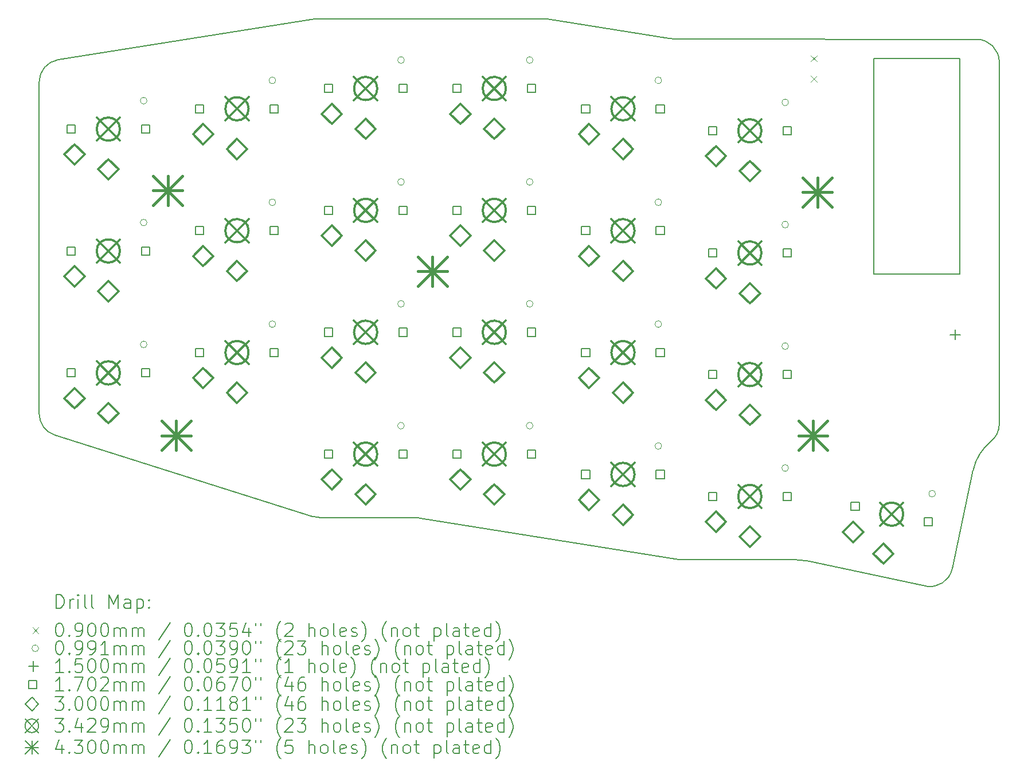
<source format=gbr>
%TF.GenerationSoftware,KiCad,Pcbnew,7.0.5-0*%
%TF.CreationDate,2023-09-10T21:21:50+09:30*%
%TF.ProjectId,Rolio,526f6c69-6f2e-46b6-9963-61645f706362,rev?*%
%TF.SameCoordinates,Original*%
%TF.FileFunction,Drillmap*%
%TF.FilePolarity,Positive*%
%FSLAX45Y45*%
G04 Gerber Fmt 4.5, Leading zero omitted, Abs format (unit mm)*
G04 Created by KiCad (PCBNEW 7.0.5-0) date 2023-09-10 21:21:50*
%MOMM*%
%LPD*%
G01*
G04 APERTURE LIST*
%ADD10C,0.150000*%
%ADD11C,0.200000*%
%ADD12C,0.090000*%
%ADD13C,0.099060*%
%ADD14C,0.170180*%
%ADD15C,0.300000*%
%ADD16C,0.342900*%
%ADD17C,0.430000*%
G04 APERTURE END LIST*
D10*
X16590011Y-11248599D02*
X18339407Y-11620445D01*
X19431000Y-9225412D02*
X19431000Y-3880988D01*
X14698941Y-11228323D02*
G75*
G03*
X14751915Y-11232538I52979J330843D01*
G01*
X18736737Y-11362416D02*
X19045931Y-9907769D01*
X17578500Y-7016379D02*
X18848500Y-7016379D01*
X19305412Y-9486890D02*
G75*
G03*
X19431000Y-9225412I-209392J261470D01*
G01*
X9320664Y-3249080D02*
X5534741Y-3846637D01*
X14550986Y-3533613D02*
X12748276Y-3249080D01*
X16437196Y-11232538D02*
X14751915Y-11232538D01*
X10880318Y-10616785D02*
X14698941Y-11228323D01*
X16590011Y-11248599D02*
G75*
G03*
X16437196Y-11232538I-152811J-718921D01*
G01*
X19305412Y-9486891D02*
G75*
G03*
X19045931Y-9907769I459468J-573699D01*
G01*
X10880318Y-10616786D02*
G75*
G03*
X10764092Y-10607538I-116218J-725614D01*
G01*
X9291175Y-10592011D02*
X5486165Y-9391401D01*
X9291175Y-10592010D02*
G75*
G03*
X9391979Y-10607538I100805J319450D01*
G01*
X10764092Y-10607538D02*
X9391979Y-10607538D01*
X14665016Y-3542601D02*
X19096256Y-3545988D01*
X18339407Y-11620445D02*
G75*
G03*
X18736737Y-11362416I69653J327675D01*
G01*
X5251966Y-9071927D02*
G75*
G03*
X5486165Y-9391401I334994J-3D01*
G01*
X12748276Y-3249079D02*
G75*
G03*
X12664866Y-3242538I-83406J-528431D01*
G01*
X14550986Y-3533614D02*
G75*
G03*
X14665016Y-3542601I114594J726054D01*
G01*
X17578500Y-7016379D02*
X17578500Y-3825379D01*
X9404074Y-3242537D02*
G75*
G03*
X9320664Y-3249080I-4J-534903D01*
G01*
X5251970Y-9071927D02*
X5251970Y-4177541D01*
X18848500Y-3825379D02*
X18848500Y-7016379D01*
X19431002Y-3880988D02*
G75*
G03*
X19096256Y-3545988I-335002J-2D01*
G01*
X17578500Y-3825379D02*
X18848500Y-3825379D01*
X9404074Y-3242538D02*
X12664866Y-3242538D01*
X5534742Y-3846638D02*
G75*
G03*
X5251970Y-4177541I52222J-330897D01*
G01*
D11*
D12*
X16648900Y-3785000D02*
X16738900Y-3875000D01*
X16738900Y-3785000D02*
X16648900Y-3875000D01*
X16648900Y-4085000D02*
X16738900Y-4175000D01*
X16738900Y-4085000D02*
X16648900Y-4175000D01*
D13*
X6845330Y-4452000D02*
G75*
G03*
X6845330Y-4452000I-49530J0D01*
G01*
X6845330Y-6252000D02*
G75*
G03*
X6845330Y-6252000I-49530J0D01*
G01*
X6845330Y-8052000D02*
G75*
G03*
X6845330Y-8052000I-49530J0D01*
G01*
X8745330Y-4152000D02*
G75*
G03*
X8745330Y-4152000I-49530J0D01*
G01*
X8745330Y-5952000D02*
G75*
G03*
X8745330Y-5952000I-49530J0D01*
G01*
X8745330Y-7752000D02*
G75*
G03*
X8745330Y-7752000I-49530J0D01*
G01*
X10645330Y-3852000D02*
G75*
G03*
X10645330Y-3852000I-49530J0D01*
G01*
X10645330Y-5652000D02*
G75*
G03*
X10645330Y-5652000I-49530J0D01*
G01*
X10645330Y-7452000D02*
G75*
G03*
X10645330Y-7452000I-49530J0D01*
G01*
X10645330Y-9252000D02*
G75*
G03*
X10645330Y-9252000I-49530J0D01*
G01*
X12545330Y-3852000D02*
G75*
G03*
X12545330Y-3852000I-49530J0D01*
G01*
X12545330Y-5652000D02*
G75*
G03*
X12545330Y-5652000I-49530J0D01*
G01*
X12545330Y-7452000D02*
G75*
G03*
X12545330Y-7452000I-49530J0D01*
G01*
X12545330Y-9252000D02*
G75*
G03*
X12545330Y-9252000I-49530J0D01*
G01*
X14445330Y-4152000D02*
G75*
G03*
X14445330Y-4152000I-49530J0D01*
G01*
X14445330Y-5952000D02*
G75*
G03*
X14445330Y-5952000I-49530J0D01*
G01*
X14445330Y-7752000D02*
G75*
G03*
X14445330Y-7752000I-49530J0D01*
G01*
X14445330Y-9552000D02*
G75*
G03*
X14445330Y-9552000I-49530J0D01*
G01*
X16318620Y-4477000D02*
G75*
G03*
X16318620Y-4477000I-49530J0D01*
G01*
X16318620Y-6281500D02*
G75*
G03*
X16318620Y-6281500I-49530J0D01*
G01*
X16318620Y-8077000D02*
G75*
G03*
X16318620Y-8077000I-49530J0D01*
G01*
X16318620Y-9877000D02*
G75*
G03*
X16318620Y-9877000I-49530J0D01*
G01*
X18488402Y-10256584D02*
G75*
G03*
X18488402Y-10256584I-49530J0D01*
G01*
D10*
X18782240Y-7832000D02*
X18782240Y-7982000D01*
X18707240Y-7907000D02*
X18857240Y-7907000D01*
D14*
X5783968Y-4932168D02*
X5783968Y-4811832D01*
X5663632Y-4811832D01*
X5663632Y-4932168D01*
X5783968Y-4932168D01*
X5783968Y-6732168D02*
X5783968Y-6611832D01*
X5663632Y-6611832D01*
X5663632Y-6732168D01*
X5783968Y-6732168D01*
X5783968Y-8532168D02*
X5783968Y-8411832D01*
X5663632Y-8411832D01*
X5663632Y-8532168D01*
X5783968Y-8532168D01*
X6883968Y-4932168D02*
X6883968Y-4811832D01*
X6763632Y-4811832D01*
X6763632Y-4932168D01*
X6883968Y-4932168D01*
X6883968Y-6732168D02*
X6883968Y-6611832D01*
X6763632Y-6611832D01*
X6763632Y-6732168D01*
X6883968Y-6732168D01*
X6883968Y-8532168D02*
X6883968Y-8411832D01*
X6763632Y-8411832D01*
X6763632Y-8532168D01*
X6883968Y-8532168D01*
X7683968Y-4632168D02*
X7683968Y-4511832D01*
X7563632Y-4511832D01*
X7563632Y-4632168D01*
X7683968Y-4632168D01*
X7683968Y-6432168D02*
X7683968Y-6311832D01*
X7563632Y-6311832D01*
X7563632Y-6432168D01*
X7683968Y-6432168D01*
X7683968Y-8232168D02*
X7683968Y-8111832D01*
X7563632Y-8111832D01*
X7563632Y-8232168D01*
X7683968Y-8232168D01*
X8783968Y-4632168D02*
X8783968Y-4511832D01*
X8663632Y-4511832D01*
X8663632Y-4632168D01*
X8783968Y-4632168D01*
X8783968Y-6432168D02*
X8783968Y-6311832D01*
X8663632Y-6311832D01*
X8663632Y-6432168D01*
X8783968Y-6432168D01*
X8783968Y-8232168D02*
X8783968Y-8111832D01*
X8663632Y-8111832D01*
X8663632Y-8232168D01*
X8783968Y-8232168D01*
X9583968Y-4332168D02*
X9583968Y-4211832D01*
X9463632Y-4211832D01*
X9463632Y-4332168D01*
X9583968Y-4332168D01*
X9583968Y-6132168D02*
X9583968Y-6011832D01*
X9463632Y-6011832D01*
X9463632Y-6132168D01*
X9583968Y-6132168D01*
X9583968Y-7932168D02*
X9583968Y-7811832D01*
X9463632Y-7811832D01*
X9463632Y-7932168D01*
X9583968Y-7932168D01*
X9583968Y-9732168D02*
X9583968Y-9611832D01*
X9463632Y-9611832D01*
X9463632Y-9732168D01*
X9583968Y-9732168D01*
X10683968Y-4332168D02*
X10683968Y-4211832D01*
X10563632Y-4211832D01*
X10563632Y-4332168D01*
X10683968Y-4332168D01*
X10683968Y-6132168D02*
X10683968Y-6011832D01*
X10563632Y-6011832D01*
X10563632Y-6132168D01*
X10683968Y-6132168D01*
X10683968Y-7932168D02*
X10683968Y-7811832D01*
X10563632Y-7811832D01*
X10563632Y-7932168D01*
X10683968Y-7932168D01*
X10683968Y-9732168D02*
X10683968Y-9611832D01*
X10563632Y-9611832D01*
X10563632Y-9732168D01*
X10683968Y-9732168D01*
X11483968Y-4332168D02*
X11483968Y-4211832D01*
X11363632Y-4211832D01*
X11363632Y-4332168D01*
X11483968Y-4332168D01*
X11483968Y-6132168D02*
X11483968Y-6011832D01*
X11363632Y-6011832D01*
X11363632Y-6132168D01*
X11483968Y-6132168D01*
X11483968Y-7932168D02*
X11483968Y-7811832D01*
X11363632Y-7811832D01*
X11363632Y-7932168D01*
X11483968Y-7932168D01*
X11483968Y-9732168D02*
X11483968Y-9611832D01*
X11363632Y-9611832D01*
X11363632Y-9732168D01*
X11483968Y-9732168D01*
X12583968Y-4332168D02*
X12583968Y-4211832D01*
X12463632Y-4211832D01*
X12463632Y-4332168D01*
X12583968Y-4332168D01*
X12583968Y-6132168D02*
X12583968Y-6011832D01*
X12463632Y-6011832D01*
X12463632Y-6132168D01*
X12583968Y-6132168D01*
X12583968Y-7932168D02*
X12583968Y-7811832D01*
X12463632Y-7811832D01*
X12463632Y-7932168D01*
X12583968Y-7932168D01*
X12583968Y-9732168D02*
X12583968Y-9611832D01*
X12463632Y-9611832D01*
X12463632Y-9732168D01*
X12583968Y-9732168D01*
X13383968Y-4632168D02*
X13383968Y-4511832D01*
X13263632Y-4511832D01*
X13263632Y-4632168D01*
X13383968Y-4632168D01*
X13383968Y-6432168D02*
X13383968Y-6311832D01*
X13263632Y-6311832D01*
X13263632Y-6432168D01*
X13383968Y-6432168D01*
X13383968Y-8232168D02*
X13383968Y-8111832D01*
X13263632Y-8111832D01*
X13263632Y-8232168D01*
X13383968Y-8232168D01*
X13383968Y-10032168D02*
X13383968Y-9911832D01*
X13263632Y-9911832D01*
X13263632Y-10032168D01*
X13383968Y-10032168D01*
X14483968Y-4632168D02*
X14483968Y-4511832D01*
X14363632Y-4511832D01*
X14363632Y-4632168D01*
X14483968Y-4632168D01*
X14483968Y-6432168D02*
X14483968Y-6311832D01*
X14363632Y-6311832D01*
X14363632Y-6432168D01*
X14483968Y-6432168D01*
X14483968Y-8232168D02*
X14483968Y-8111832D01*
X14363632Y-8111832D01*
X14363632Y-8232168D01*
X14483968Y-8232168D01*
X14483968Y-10032168D02*
X14483968Y-9911832D01*
X14363632Y-9911832D01*
X14363632Y-10032168D01*
X14483968Y-10032168D01*
X15257258Y-4957168D02*
X15257258Y-4836832D01*
X15136922Y-4836832D01*
X15136922Y-4957168D01*
X15257258Y-4957168D01*
X15257258Y-6761668D02*
X15257258Y-6641332D01*
X15136922Y-6641332D01*
X15136922Y-6761668D01*
X15257258Y-6761668D01*
X15257258Y-8557168D02*
X15257258Y-8436832D01*
X15136922Y-8436832D01*
X15136922Y-8557168D01*
X15257258Y-8557168D01*
X15257258Y-10357168D02*
X15257258Y-10236832D01*
X15136922Y-10236832D01*
X15136922Y-10357168D01*
X15257258Y-10357168D01*
X16357258Y-4957168D02*
X16357258Y-4836832D01*
X16236922Y-4836832D01*
X16236922Y-4957168D01*
X16357258Y-4957168D01*
X16357258Y-6761668D02*
X16357258Y-6641332D01*
X16236922Y-6641332D01*
X16236922Y-6761668D01*
X16357258Y-6761668D01*
X16357258Y-8557168D02*
X16357258Y-8436832D01*
X16236922Y-8436832D01*
X16236922Y-8557168D01*
X16357258Y-8557168D01*
X16357258Y-10357168D02*
X16357258Y-10236832D01*
X16236922Y-10236832D01*
X16236922Y-10357168D01*
X16357258Y-10357168D01*
X17363144Y-10504693D02*
X17363144Y-10384357D01*
X17242807Y-10384357D01*
X17242807Y-10504693D01*
X17363144Y-10504693D01*
X18439106Y-10733396D02*
X18439106Y-10613060D01*
X18318769Y-10613060D01*
X18318769Y-10733396D01*
X18439106Y-10733396D01*
D15*
X5773800Y-5397000D02*
X5923800Y-5247000D01*
X5773800Y-5097000D01*
X5623800Y-5247000D01*
X5773800Y-5397000D01*
X5773800Y-7197000D02*
X5923800Y-7047000D01*
X5773800Y-6897000D01*
X5623800Y-7047000D01*
X5773800Y-7197000D01*
X5773800Y-8997000D02*
X5923800Y-8847000D01*
X5773800Y-8697000D01*
X5623800Y-8847000D01*
X5773800Y-8997000D01*
X6273800Y-5617000D02*
X6423800Y-5467000D01*
X6273800Y-5317000D01*
X6123800Y-5467000D01*
X6273800Y-5617000D01*
X6273800Y-7417000D02*
X6423800Y-7267000D01*
X6273800Y-7117000D01*
X6123800Y-7267000D01*
X6273800Y-7417000D01*
X6273800Y-9217000D02*
X6423800Y-9067000D01*
X6273800Y-8917000D01*
X6123800Y-9067000D01*
X6273800Y-9217000D01*
X7673800Y-5097000D02*
X7823800Y-4947000D01*
X7673800Y-4797000D01*
X7523800Y-4947000D01*
X7673800Y-5097000D01*
X7673800Y-6897000D02*
X7823800Y-6747000D01*
X7673800Y-6597000D01*
X7523800Y-6747000D01*
X7673800Y-6897000D01*
X7673800Y-8697000D02*
X7823800Y-8547000D01*
X7673800Y-8397000D01*
X7523800Y-8547000D01*
X7673800Y-8697000D01*
X8173800Y-5317000D02*
X8323800Y-5167000D01*
X8173800Y-5017000D01*
X8023800Y-5167000D01*
X8173800Y-5317000D01*
X8173800Y-7117000D02*
X8323800Y-6967000D01*
X8173800Y-6817000D01*
X8023800Y-6967000D01*
X8173800Y-7117000D01*
X8173800Y-8917000D02*
X8323800Y-8767000D01*
X8173800Y-8617000D01*
X8023800Y-8767000D01*
X8173800Y-8917000D01*
X9573800Y-4797000D02*
X9723800Y-4647000D01*
X9573800Y-4497000D01*
X9423800Y-4647000D01*
X9573800Y-4797000D01*
X9573800Y-6597000D02*
X9723800Y-6447000D01*
X9573800Y-6297000D01*
X9423800Y-6447000D01*
X9573800Y-6597000D01*
X9573800Y-8397000D02*
X9723800Y-8247000D01*
X9573800Y-8097000D01*
X9423800Y-8247000D01*
X9573800Y-8397000D01*
X9573800Y-10197000D02*
X9723800Y-10047000D01*
X9573800Y-9897000D01*
X9423800Y-10047000D01*
X9573800Y-10197000D01*
X10073800Y-5017000D02*
X10223800Y-4867000D01*
X10073800Y-4717000D01*
X9923800Y-4867000D01*
X10073800Y-5017000D01*
X10073800Y-6817000D02*
X10223800Y-6667000D01*
X10073800Y-6517000D01*
X9923800Y-6667000D01*
X10073800Y-6817000D01*
X10073800Y-8617000D02*
X10223800Y-8467000D01*
X10073800Y-8317000D01*
X9923800Y-8467000D01*
X10073800Y-8617000D01*
X10073800Y-10417000D02*
X10223800Y-10267000D01*
X10073800Y-10117000D01*
X9923800Y-10267000D01*
X10073800Y-10417000D01*
X11473800Y-4797000D02*
X11623800Y-4647000D01*
X11473800Y-4497000D01*
X11323800Y-4647000D01*
X11473800Y-4797000D01*
X11473800Y-6597000D02*
X11623800Y-6447000D01*
X11473800Y-6297000D01*
X11323800Y-6447000D01*
X11473800Y-6597000D01*
X11473800Y-8397000D02*
X11623800Y-8247000D01*
X11473800Y-8097000D01*
X11323800Y-8247000D01*
X11473800Y-8397000D01*
X11473800Y-10197000D02*
X11623800Y-10047000D01*
X11473800Y-9897000D01*
X11323800Y-10047000D01*
X11473800Y-10197000D01*
X11973800Y-5017000D02*
X12123800Y-4867000D01*
X11973800Y-4717000D01*
X11823800Y-4867000D01*
X11973800Y-5017000D01*
X11973800Y-6817000D02*
X12123800Y-6667000D01*
X11973800Y-6517000D01*
X11823800Y-6667000D01*
X11973800Y-6817000D01*
X11973800Y-8617000D02*
X12123800Y-8467000D01*
X11973800Y-8317000D01*
X11823800Y-8467000D01*
X11973800Y-8617000D01*
X11973800Y-10417000D02*
X12123800Y-10267000D01*
X11973800Y-10117000D01*
X11823800Y-10267000D01*
X11973800Y-10417000D01*
X13373800Y-5097000D02*
X13523800Y-4947000D01*
X13373800Y-4797000D01*
X13223800Y-4947000D01*
X13373800Y-5097000D01*
X13373800Y-6897000D02*
X13523800Y-6747000D01*
X13373800Y-6597000D01*
X13223800Y-6747000D01*
X13373800Y-6897000D01*
X13373800Y-8697000D02*
X13523800Y-8547000D01*
X13373800Y-8397000D01*
X13223800Y-8547000D01*
X13373800Y-8697000D01*
X13373800Y-10497000D02*
X13523800Y-10347000D01*
X13373800Y-10197000D01*
X13223800Y-10347000D01*
X13373800Y-10497000D01*
X13873800Y-5317000D02*
X14023800Y-5167000D01*
X13873800Y-5017000D01*
X13723800Y-5167000D01*
X13873800Y-5317000D01*
X13873800Y-7117000D02*
X14023800Y-6967000D01*
X13873800Y-6817000D01*
X13723800Y-6967000D01*
X13873800Y-7117000D01*
X13873800Y-8917000D02*
X14023800Y-8767000D01*
X13873800Y-8617000D01*
X13723800Y-8767000D01*
X13873800Y-8917000D01*
X13873800Y-10717000D02*
X14023800Y-10567000D01*
X13873800Y-10417000D01*
X13723800Y-10567000D01*
X13873800Y-10717000D01*
X15247090Y-5422000D02*
X15397090Y-5272000D01*
X15247090Y-5122000D01*
X15097090Y-5272000D01*
X15247090Y-5422000D01*
X15247090Y-7226500D02*
X15397090Y-7076500D01*
X15247090Y-6926500D01*
X15097090Y-7076500D01*
X15247090Y-7226500D01*
X15247090Y-9022000D02*
X15397090Y-8872000D01*
X15247090Y-8722000D01*
X15097090Y-8872000D01*
X15247090Y-9022000D01*
X15247090Y-10822000D02*
X15397090Y-10672000D01*
X15247090Y-10522000D01*
X15097090Y-10672000D01*
X15247090Y-10822000D01*
X15747090Y-5642000D02*
X15897090Y-5492000D01*
X15747090Y-5342000D01*
X15597090Y-5492000D01*
X15747090Y-5642000D01*
X15747090Y-7446500D02*
X15897090Y-7296500D01*
X15747090Y-7146500D01*
X15597090Y-7296500D01*
X15747090Y-7446500D01*
X15747090Y-9242000D02*
X15897090Y-9092000D01*
X15747090Y-8942000D01*
X15597090Y-9092000D01*
X15747090Y-9242000D01*
X15747090Y-11042000D02*
X15897090Y-10892000D01*
X15747090Y-10742000D01*
X15597090Y-10892000D01*
X15747090Y-11042000D01*
X17273916Y-10971726D02*
X17423916Y-10821726D01*
X17273916Y-10671726D01*
X17123916Y-10821726D01*
X17273916Y-10971726D01*
X17717249Y-11290874D02*
X17867249Y-11140874D01*
X17717249Y-10990874D01*
X17567249Y-11140874D01*
X17717249Y-11290874D01*
D16*
X6102350Y-4700550D02*
X6445250Y-5043450D01*
X6445250Y-4700550D02*
X6102350Y-5043450D01*
X6445250Y-4872000D02*
G75*
G03*
X6445250Y-4872000I-171450J0D01*
G01*
X6102350Y-6500550D02*
X6445250Y-6843450D01*
X6445250Y-6500550D02*
X6102350Y-6843450D01*
X6445250Y-6672000D02*
G75*
G03*
X6445250Y-6672000I-171450J0D01*
G01*
X6102350Y-8300550D02*
X6445250Y-8643450D01*
X6445250Y-8300550D02*
X6102350Y-8643450D01*
X6445250Y-8472000D02*
G75*
G03*
X6445250Y-8472000I-171450J0D01*
G01*
X8002350Y-4400550D02*
X8345250Y-4743450D01*
X8345250Y-4400550D02*
X8002350Y-4743450D01*
X8345250Y-4572000D02*
G75*
G03*
X8345250Y-4572000I-171450J0D01*
G01*
X8002350Y-6200550D02*
X8345250Y-6543450D01*
X8345250Y-6200550D02*
X8002350Y-6543450D01*
X8345250Y-6372000D02*
G75*
G03*
X8345250Y-6372000I-171450J0D01*
G01*
X8002350Y-8000550D02*
X8345250Y-8343450D01*
X8345250Y-8000550D02*
X8002350Y-8343450D01*
X8345250Y-8172000D02*
G75*
G03*
X8345250Y-8172000I-171450J0D01*
G01*
X9902350Y-4100550D02*
X10245250Y-4443450D01*
X10245250Y-4100550D02*
X9902350Y-4443450D01*
X10245250Y-4272000D02*
G75*
G03*
X10245250Y-4272000I-171450J0D01*
G01*
X9902350Y-5900550D02*
X10245250Y-6243450D01*
X10245250Y-5900550D02*
X9902350Y-6243450D01*
X10245250Y-6072000D02*
G75*
G03*
X10245250Y-6072000I-171450J0D01*
G01*
X9902350Y-7700550D02*
X10245250Y-8043450D01*
X10245250Y-7700550D02*
X9902350Y-8043450D01*
X10245250Y-7872000D02*
G75*
G03*
X10245250Y-7872000I-171450J0D01*
G01*
X9902350Y-9500550D02*
X10245250Y-9843450D01*
X10245250Y-9500550D02*
X9902350Y-9843450D01*
X10245250Y-9672000D02*
G75*
G03*
X10245250Y-9672000I-171450J0D01*
G01*
X11802350Y-4100550D02*
X12145250Y-4443450D01*
X12145250Y-4100550D02*
X11802350Y-4443450D01*
X12145250Y-4272000D02*
G75*
G03*
X12145250Y-4272000I-171450J0D01*
G01*
X11802350Y-5900550D02*
X12145250Y-6243450D01*
X12145250Y-5900550D02*
X11802350Y-6243450D01*
X12145250Y-6072000D02*
G75*
G03*
X12145250Y-6072000I-171450J0D01*
G01*
X11802350Y-7700550D02*
X12145250Y-8043450D01*
X12145250Y-7700550D02*
X11802350Y-8043450D01*
X12145250Y-7872000D02*
G75*
G03*
X12145250Y-7872000I-171450J0D01*
G01*
X11802350Y-9500550D02*
X12145250Y-9843450D01*
X12145250Y-9500550D02*
X11802350Y-9843450D01*
X12145250Y-9672000D02*
G75*
G03*
X12145250Y-9672000I-171450J0D01*
G01*
X13702350Y-4400550D02*
X14045250Y-4743450D01*
X14045250Y-4400550D02*
X13702350Y-4743450D01*
X14045250Y-4572000D02*
G75*
G03*
X14045250Y-4572000I-171450J0D01*
G01*
X13702350Y-6200550D02*
X14045250Y-6543450D01*
X14045250Y-6200550D02*
X13702350Y-6543450D01*
X14045250Y-6372000D02*
G75*
G03*
X14045250Y-6372000I-171450J0D01*
G01*
X13702350Y-8000550D02*
X14045250Y-8343450D01*
X14045250Y-8000550D02*
X13702350Y-8343450D01*
X14045250Y-8172000D02*
G75*
G03*
X14045250Y-8172000I-171450J0D01*
G01*
X13702350Y-9800550D02*
X14045250Y-10143450D01*
X14045250Y-9800550D02*
X13702350Y-10143450D01*
X14045250Y-9972000D02*
G75*
G03*
X14045250Y-9972000I-171450J0D01*
G01*
X15575640Y-4725550D02*
X15918540Y-5068450D01*
X15918540Y-4725550D02*
X15575640Y-5068450D01*
X15918540Y-4897000D02*
G75*
G03*
X15918540Y-4897000I-171450J0D01*
G01*
X15575640Y-6530050D02*
X15918540Y-6872950D01*
X15918540Y-6530050D02*
X15575640Y-6872950D01*
X15918540Y-6701500D02*
G75*
G03*
X15918540Y-6701500I-171450J0D01*
G01*
X15575640Y-8325550D02*
X15918540Y-8668450D01*
X15918540Y-8325550D02*
X15575640Y-8668450D01*
X15918540Y-8497000D02*
G75*
G03*
X15918540Y-8497000I-171450J0D01*
G01*
X15575640Y-10125550D02*
X15918540Y-10468450D01*
X15918540Y-10125550D02*
X15575640Y-10468450D01*
X15918540Y-10297000D02*
G75*
G03*
X15918540Y-10297000I-171450J0D01*
G01*
X17669506Y-10387427D02*
X18012406Y-10730327D01*
X18012406Y-10387427D02*
X17669506Y-10730327D01*
X18012406Y-10558877D02*
G75*
G03*
X18012406Y-10558877I-171450J0D01*
G01*
D17*
X6936800Y-5563800D02*
X7366800Y-5993800D01*
X7366800Y-5563800D02*
X6936800Y-5993800D01*
X7151800Y-5563800D02*
X7151800Y-5993800D01*
X6936800Y-5778800D02*
X7366800Y-5778800D01*
X7061800Y-9183000D02*
X7491800Y-9613000D01*
X7491800Y-9183000D02*
X7061800Y-9613000D01*
X7276800Y-9183000D02*
X7276800Y-9613000D01*
X7061800Y-9398000D02*
X7491800Y-9398000D01*
X10846000Y-6756600D02*
X11276000Y-7186600D01*
X11276000Y-6756600D02*
X10846000Y-7186600D01*
X11061000Y-6756600D02*
X11061000Y-7186600D01*
X10846000Y-6971600D02*
X11276000Y-6971600D01*
X16465800Y-9182000D02*
X16895800Y-9612000D01*
X16895800Y-9182000D02*
X16465800Y-9612000D01*
X16680800Y-9182000D02*
X16680800Y-9612000D01*
X16465800Y-9397000D02*
X16895800Y-9397000D01*
X16530600Y-5588200D02*
X16960600Y-6018200D01*
X16960600Y-5588200D02*
X16530600Y-6018200D01*
X16745600Y-5588200D02*
X16745600Y-6018200D01*
X16530600Y-5803200D02*
X16960600Y-5803200D01*
D11*
X5505243Y-11946750D02*
X5505243Y-11746750D01*
X5505243Y-11746750D02*
X5552862Y-11746750D01*
X5552862Y-11746750D02*
X5581433Y-11756274D01*
X5581433Y-11756274D02*
X5600481Y-11775322D01*
X5600481Y-11775322D02*
X5610004Y-11794369D01*
X5610004Y-11794369D02*
X5619528Y-11832464D01*
X5619528Y-11832464D02*
X5619528Y-11861036D01*
X5619528Y-11861036D02*
X5610004Y-11899131D01*
X5610004Y-11899131D02*
X5600481Y-11918179D01*
X5600481Y-11918179D02*
X5581433Y-11937226D01*
X5581433Y-11937226D02*
X5552862Y-11946750D01*
X5552862Y-11946750D02*
X5505243Y-11946750D01*
X5705243Y-11946750D02*
X5705243Y-11813417D01*
X5705243Y-11851512D02*
X5714766Y-11832464D01*
X5714766Y-11832464D02*
X5724290Y-11822941D01*
X5724290Y-11822941D02*
X5743338Y-11813417D01*
X5743338Y-11813417D02*
X5762385Y-11813417D01*
X5829052Y-11946750D02*
X5829052Y-11813417D01*
X5829052Y-11746750D02*
X5819528Y-11756274D01*
X5819528Y-11756274D02*
X5829052Y-11765798D01*
X5829052Y-11765798D02*
X5838576Y-11756274D01*
X5838576Y-11756274D02*
X5829052Y-11746750D01*
X5829052Y-11746750D02*
X5829052Y-11765798D01*
X5952862Y-11946750D02*
X5933814Y-11937226D01*
X5933814Y-11937226D02*
X5924290Y-11918179D01*
X5924290Y-11918179D02*
X5924290Y-11746750D01*
X6057623Y-11946750D02*
X6038576Y-11937226D01*
X6038576Y-11937226D02*
X6029052Y-11918179D01*
X6029052Y-11918179D02*
X6029052Y-11746750D01*
X6286195Y-11946750D02*
X6286195Y-11746750D01*
X6286195Y-11746750D02*
X6352862Y-11889607D01*
X6352862Y-11889607D02*
X6419528Y-11746750D01*
X6419528Y-11746750D02*
X6419528Y-11946750D01*
X6600481Y-11946750D02*
X6600481Y-11841988D01*
X6600481Y-11841988D02*
X6590957Y-11822941D01*
X6590957Y-11822941D02*
X6571909Y-11813417D01*
X6571909Y-11813417D02*
X6533814Y-11813417D01*
X6533814Y-11813417D02*
X6514766Y-11822941D01*
X6600481Y-11937226D02*
X6581433Y-11946750D01*
X6581433Y-11946750D02*
X6533814Y-11946750D01*
X6533814Y-11946750D02*
X6514766Y-11937226D01*
X6514766Y-11937226D02*
X6505243Y-11918179D01*
X6505243Y-11918179D02*
X6505243Y-11899131D01*
X6505243Y-11899131D02*
X6514766Y-11880083D01*
X6514766Y-11880083D02*
X6533814Y-11870560D01*
X6533814Y-11870560D02*
X6581433Y-11870560D01*
X6581433Y-11870560D02*
X6600481Y-11861036D01*
X6695719Y-11813417D02*
X6695719Y-12013417D01*
X6695719Y-11822941D02*
X6714766Y-11813417D01*
X6714766Y-11813417D02*
X6752862Y-11813417D01*
X6752862Y-11813417D02*
X6771909Y-11822941D01*
X6771909Y-11822941D02*
X6781433Y-11832464D01*
X6781433Y-11832464D02*
X6790957Y-11851512D01*
X6790957Y-11851512D02*
X6790957Y-11908655D01*
X6790957Y-11908655D02*
X6781433Y-11927702D01*
X6781433Y-11927702D02*
X6771909Y-11937226D01*
X6771909Y-11937226D02*
X6752862Y-11946750D01*
X6752862Y-11946750D02*
X6714766Y-11946750D01*
X6714766Y-11946750D02*
X6695719Y-11937226D01*
X6876671Y-11927702D02*
X6886195Y-11937226D01*
X6886195Y-11937226D02*
X6876671Y-11946750D01*
X6876671Y-11946750D02*
X6867147Y-11937226D01*
X6867147Y-11937226D02*
X6876671Y-11927702D01*
X6876671Y-11927702D02*
X6876671Y-11946750D01*
X6876671Y-11822941D02*
X6886195Y-11832464D01*
X6886195Y-11832464D02*
X6876671Y-11841988D01*
X6876671Y-11841988D02*
X6867147Y-11832464D01*
X6867147Y-11832464D02*
X6876671Y-11822941D01*
X6876671Y-11822941D02*
X6876671Y-11841988D01*
D12*
X5154466Y-12230266D02*
X5244466Y-12320266D01*
X5244466Y-12230266D02*
X5154466Y-12320266D01*
D11*
X5543338Y-12166750D02*
X5562386Y-12166750D01*
X5562386Y-12166750D02*
X5581433Y-12176274D01*
X5581433Y-12176274D02*
X5590957Y-12185798D01*
X5590957Y-12185798D02*
X5600481Y-12204845D01*
X5600481Y-12204845D02*
X5610004Y-12242941D01*
X5610004Y-12242941D02*
X5610004Y-12290560D01*
X5610004Y-12290560D02*
X5600481Y-12328655D01*
X5600481Y-12328655D02*
X5590957Y-12347702D01*
X5590957Y-12347702D02*
X5581433Y-12357226D01*
X5581433Y-12357226D02*
X5562386Y-12366750D01*
X5562386Y-12366750D02*
X5543338Y-12366750D01*
X5543338Y-12366750D02*
X5524290Y-12357226D01*
X5524290Y-12357226D02*
X5514766Y-12347702D01*
X5514766Y-12347702D02*
X5505243Y-12328655D01*
X5505243Y-12328655D02*
X5495719Y-12290560D01*
X5495719Y-12290560D02*
X5495719Y-12242941D01*
X5495719Y-12242941D02*
X5505243Y-12204845D01*
X5505243Y-12204845D02*
X5514766Y-12185798D01*
X5514766Y-12185798D02*
X5524290Y-12176274D01*
X5524290Y-12176274D02*
X5543338Y-12166750D01*
X5695719Y-12347702D02*
X5705243Y-12357226D01*
X5705243Y-12357226D02*
X5695719Y-12366750D01*
X5695719Y-12366750D02*
X5686195Y-12357226D01*
X5686195Y-12357226D02*
X5695719Y-12347702D01*
X5695719Y-12347702D02*
X5695719Y-12366750D01*
X5800481Y-12366750D02*
X5838576Y-12366750D01*
X5838576Y-12366750D02*
X5857624Y-12357226D01*
X5857624Y-12357226D02*
X5867147Y-12347702D01*
X5867147Y-12347702D02*
X5886195Y-12319131D01*
X5886195Y-12319131D02*
X5895719Y-12281036D01*
X5895719Y-12281036D02*
X5895719Y-12204845D01*
X5895719Y-12204845D02*
X5886195Y-12185798D01*
X5886195Y-12185798D02*
X5876671Y-12176274D01*
X5876671Y-12176274D02*
X5857624Y-12166750D01*
X5857624Y-12166750D02*
X5819528Y-12166750D01*
X5819528Y-12166750D02*
X5800481Y-12176274D01*
X5800481Y-12176274D02*
X5790957Y-12185798D01*
X5790957Y-12185798D02*
X5781433Y-12204845D01*
X5781433Y-12204845D02*
X5781433Y-12252464D01*
X5781433Y-12252464D02*
X5790957Y-12271512D01*
X5790957Y-12271512D02*
X5800481Y-12281036D01*
X5800481Y-12281036D02*
X5819528Y-12290560D01*
X5819528Y-12290560D02*
X5857624Y-12290560D01*
X5857624Y-12290560D02*
X5876671Y-12281036D01*
X5876671Y-12281036D02*
X5886195Y-12271512D01*
X5886195Y-12271512D02*
X5895719Y-12252464D01*
X6019528Y-12166750D02*
X6038576Y-12166750D01*
X6038576Y-12166750D02*
X6057624Y-12176274D01*
X6057624Y-12176274D02*
X6067147Y-12185798D01*
X6067147Y-12185798D02*
X6076671Y-12204845D01*
X6076671Y-12204845D02*
X6086195Y-12242941D01*
X6086195Y-12242941D02*
X6086195Y-12290560D01*
X6086195Y-12290560D02*
X6076671Y-12328655D01*
X6076671Y-12328655D02*
X6067147Y-12347702D01*
X6067147Y-12347702D02*
X6057624Y-12357226D01*
X6057624Y-12357226D02*
X6038576Y-12366750D01*
X6038576Y-12366750D02*
X6019528Y-12366750D01*
X6019528Y-12366750D02*
X6000481Y-12357226D01*
X6000481Y-12357226D02*
X5990957Y-12347702D01*
X5990957Y-12347702D02*
X5981433Y-12328655D01*
X5981433Y-12328655D02*
X5971909Y-12290560D01*
X5971909Y-12290560D02*
X5971909Y-12242941D01*
X5971909Y-12242941D02*
X5981433Y-12204845D01*
X5981433Y-12204845D02*
X5990957Y-12185798D01*
X5990957Y-12185798D02*
X6000481Y-12176274D01*
X6000481Y-12176274D02*
X6019528Y-12166750D01*
X6210004Y-12166750D02*
X6229052Y-12166750D01*
X6229052Y-12166750D02*
X6248100Y-12176274D01*
X6248100Y-12176274D02*
X6257624Y-12185798D01*
X6257624Y-12185798D02*
X6267147Y-12204845D01*
X6267147Y-12204845D02*
X6276671Y-12242941D01*
X6276671Y-12242941D02*
X6276671Y-12290560D01*
X6276671Y-12290560D02*
X6267147Y-12328655D01*
X6267147Y-12328655D02*
X6257624Y-12347702D01*
X6257624Y-12347702D02*
X6248100Y-12357226D01*
X6248100Y-12357226D02*
X6229052Y-12366750D01*
X6229052Y-12366750D02*
X6210004Y-12366750D01*
X6210004Y-12366750D02*
X6190957Y-12357226D01*
X6190957Y-12357226D02*
X6181433Y-12347702D01*
X6181433Y-12347702D02*
X6171909Y-12328655D01*
X6171909Y-12328655D02*
X6162385Y-12290560D01*
X6162385Y-12290560D02*
X6162385Y-12242941D01*
X6162385Y-12242941D02*
X6171909Y-12204845D01*
X6171909Y-12204845D02*
X6181433Y-12185798D01*
X6181433Y-12185798D02*
X6190957Y-12176274D01*
X6190957Y-12176274D02*
X6210004Y-12166750D01*
X6362385Y-12366750D02*
X6362385Y-12233417D01*
X6362385Y-12252464D02*
X6371909Y-12242941D01*
X6371909Y-12242941D02*
X6390957Y-12233417D01*
X6390957Y-12233417D02*
X6419528Y-12233417D01*
X6419528Y-12233417D02*
X6438576Y-12242941D01*
X6438576Y-12242941D02*
X6448100Y-12261988D01*
X6448100Y-12261988D02*
X6448100Y-12366750D01*
X6448100Y-12261988D02*
X6457624Y-12242941D01*
X6457624Y-12242941D02*
X6476671Y-12233417D01*
X6476671Y-12233417D02*
X6505243Y-12233417D01*
X6505243Y-12233417D02*
X6524290Y-12242941D01*
X6524290Y-12242941D02*
X6533814Y-12261988D01*
X6533814Y-12261988D02*
X6533814Y-12366750D01*
X6629052Y-12366750D02*
X6629052Y-12233417D01*
X6629052Y-12252464D02*
X6638576Y-12242941D01*
X6638576Y-12242941D02*
X6657624Y-12233417D01*
X6657624Y-12233417D02*
X6686195Y-12233417D01*
X6686195Y-12233417D02*
X6705243Y-12242941D01*
X6705243Y-12242941D02*
X6714766Y-12261988D01*
X6714766Y-12261988D02*
X6714766Y-12366750D01*
X6714766Y-12261988D02*
X6724290Y-12242941D01*
X6724290Y-12242941D02*
X6743338Y-12233417D01*
X6743338Y-12233417D02*
X6771909Y-12233417D01*
X6771909Y-12233417D02*
X6790957Y-12242941D01*
X6790957Y-12242941D02*
X6800481Y-12261988D01*
X6800481Y-12261988D02*
X6800481Y-12366750D01*
X7190957Y-12157226D02*
X7019528Y-12414369D01*
X7448100Y-12166750D02*
X7467148Y-12166750D01*
X7467148Y-12166750D02*
X7486195Y-12176274D01*
X7486195Y-12176274D02*
X7495719Y-12185798D01*
X7495719Y-12185798D02*
X7505243Y-12204845D01*
X7505243Y-12204845D02*
X7514767Y-12242941D01*
X7514767Y-12242941D02*
X7514767Y-12290560D01*
X7514767Y-12290560D02*
X7505243Y-12328655D01*
X7505243Y-12328655D02*
X7495719Y-12347702D01*
X7495719Y-12347702D02*
X7486195Y-12357226D01*
X7486195Y-12357226D02*
X7467148Y-12366750D01*
X7467148Y-12366750D02*
X7448100Y-12366750D01*
X7448100Y-12366750D02*
X7429052Y-12357226D01*
X7429052Y-12357226D02*
X7419528Y-12347702D01*
X7419528Y-12347702D02*
X7410005Y-12328655D01*
X7410005Y-12328655D02*
X7400481Y-12290560D01*
X7400481Y-12290560D02*
X7400481Y-12242941D01*
X7400481Y-12242941D02*
X7410005Y-12204845D01*
X7410005Y-12204845D02*
X7419528Y-12185798D01*
X7419528Y-12185798D02*
X7429052Y-12176274D01*
X7429052Y-12176274D02*
X7448100Y-12166750D01*
X7600481Y-12347702D02*
X7610005Y-12357226D01*
X7610005Y-12357226D02*
X7600481Y-12366750D01*
X7600481Y-12366750D02*
X7590957Y-12357226D01*
X7590957Y-12357226D02*
X7600481Y-12347702D01*
X7600481Y-12347702D02*
X7600481Y-12366750D01*
X7733814Y-12166750D02*
X7752862Y-12166750D01*
X7752862Y-12166750D02*
X7771909Y-12176274D01*
X7771909Y-12176274D02*
X7781433Y-12185798D01*
X7781433Y-12185798D02*
X7790957Y-12204845D01*
X7790957Y-12204845D02*
X7800481Y-12242941D01*
X7800481Y-12242941D02*
X7800481Y-12290560D01*
X7800481Y-12290560D02*
X7790957Y-12328655D01*
X7790957Y-12328655D02*
X7781433Y-12347702D01*
X7781433Y-12347702D02*
X7771909Y-12357226D01*
X7771909Y-12357226D02*
X7752862Y-12366750D01*
X7752862Y-12366750D02*
X7733814Y-12366750D01*
X7733814Y-12366750D02*
X7714767Y-12357226D01*
X7714767Y-12357226D02*
X7705243Y-12347702D01*
X7705243Y-12347702D02*
X7695719Y-12328655D01*
X7695719Y-12328655D02*
X7686195Y-12290560D01*
X7686195Y-12290560D02*
X7686195Y-12242941D01*
X7686195Y-12242941D02*
X7695719Y-12204845D01*
X7695719Y-12204845D02*
X7705243Y-12185798D01*
X7705243Y-12185798D02*
X7714767Y-12176274D01*
X7714767Y-12176274D02*
X7733814Y-12166750D01*
X7867148Y-12166750D02*
X7990957Y-12166750D01*
X7990957Y-12166750D02*
X7924290Y-12242941D01*
X7924290Y-12242941D02*
X7952862Y-12242941D01*
X7952862Y-12242941D02*
X7971909Y-12252464D01*
X7971909Y-12252464D02*
X7981433Y-12261988D01*
X7981433Y-12261988D02*
X7990957Y-12281036D01*
X7990957Y-12281036D02*
X7990957Y-12328655D01*
X7990957Y-12328655D02*
X7981433Y-12347702D01*
X7981433Y-12347702D02*
X7971909Y-12357226D01*
X7971909Y-12357226D02*
X7952862Y-12366750D01*
X7952862Y-12366750D02*
X7895719Y-12366750D01*
X7895719Y-12366750D02*
X7876671Y-12357226D01*
X7876671Y-12357226D02*
X7867148Y-12347702D01*
X8171909Y-12166750D02*
X8076671Y-12166750D01*
X8076671Y-12166750D02*
X8067148Y-12261988D01*
X8067148Y-12261988D02*
X8076671Y-12252464D01*
X8076671Y-12252464D02*
X8095719Y-12242941D01*
X8095719Y-12242941D02*
X8143338Y-12242941D01*
X8143338Y-12242941D02*
X8162386Y-12252464D01*
X8162386Y-12252464D02*
X8171909Y-12261988D01*
X8171909Y-12261988D02*
X8181433Y-12281036D01*
X8181433Y-12281036D02*
X8181433Y-12328655D01*
X8181433Y-12328655D02*
X8171909Y-12347702D01*
X8171909Y-12347702D02*
X8162386Y-12357226D01*
X8162386Y-12357226D02*
X8143338Y-12366750D01*
X8143338Y-12366750D02*
X8095719Y-12366750D01*
X8095719Y-12366750D02*
X8076671Y-12357226D01*
X8076671Y-12357226D02*
X8067148Y-12347702D01*
X8352862Y-12233417D02*
X8352862Y-12366750D01*
X8305243Y-12157226D02*
X8257624Y-12300083D01*
X8257624Y-12300083D02*
X8381433Y-12300083D01*
X8448100Y-12166750D02*
X8448100Y-12204845D01*
X8524291Y-12166750D02*
X8524291Y-12204845D01*
X8819529Y-12442941D02*
X8810005Y-12433417D01*
X8810005Y-12433417D02*
X8790957Y-12404845D01*
X8790957Y-12404845D02*
X8781433Y-12385798D01*
X8781433Y-12385798D02*
X8771910Y-12357226D01*
X8771910Y-12357226D02*
X8762386Y-12309607D01*
X8762386Y-12309607D02*
X8762386Y-12271512D01*
X8762386Y-12271512D02*
X8771910Y-12223893D01*
X8771910Y-12223893D02*
X8781433Y-12195322D01*
X8781433Y-12195322D02*
X8790957Y-12176274D01*
X8790957Y-12176274D02*
X8810005Y-12147702D01*
X8810005Y-12147702D02*
X8819529Y-12138179D01*
X8886195Y-12185798D02*
X8895719Y-12176274D01*
X8895719Y-12176274D02*
X8914767Y-12166750D01*
X8914767Y-12166750D02*
X8962386Y-12166750D01*
X8962386Y-12166750D02*
X8981433Y-12176274D01*
X8981433Y-12176274D02*
X8990957Y-12185798D01*
X8990957Y-12185798D02*
X9000481Y-12204845D01*
X9000481Y-12204845D02*
X9000481Y-12223893D01*
X9000481Y-12223893D02*
X8990957Y-12252464D01*
X8990957Y-12252464D02*
X8876672Y-12366750D01*
X8876672Y-12366750D02*
X9000481Y-12366750D01*
X9238576Y-12366750D02*
X9238576Y-12166750D01*
X9324291Y-12366750D02*
X9324291Y-12261988D01*
X9324291Y-12261988D02*
X9314767Y-12242941D01*
X9314767Y-12242941D02*
X9295719Y-12233417D01*
X9295719Y-12233417D02*
X9267148Y-12233417D01*
X9267148Y-12233417D02*
X9248100Y-12242941D01*
X9248100Y-12242941D02*
X9238576Y-12252464D01*
X9448100Y-12366750D02*
X9429053Y-12357226D01*
X9429053Y-12357226D02*
X9419529Y-12347702D01*
X9419529Y-12347702D02*
X9410005Y-12328655D01*
X9410005Y-12328655D02*
X9410005Y-12271512D01*
X9410005Y-12271512D02*
X9419529Y-12252464D01*
X9419529Y-12252464D02*
X9429053Y-12242941D01*
X9429053Y-12242941D02*
X9448100Y-12233417D01*
X9448100Y-12233417D02*
X9476672Y-12233417D01*
X9476672Y-12233417D02*
X9495719Y-12242941D01*
X9495719Y-12242941D02*
X9505243Y-12252464D01*
X9505243Y-12252464D02*
X9514767Y-12271512D01*
X9514767Y-12271512D02*
X9514767Y-12328655D01*
X9514767Y-12328655D02*
X9505243Y-12347702D01*
X9505243Y-12347702D02*
X9495719Y-12357226D01*
X9495719Y-12357226D02*
X9476672Y-12366750D01*
X9476672Y-12366750D02*
X9448100Y-12366750D01*
X9629053Y-12366750D02*
X9610005Y-12357226D01*
X9610005Y-12357226D02*
X9600481Y-12338179D01*
X9600481Y-12338179D02*
X9600481Y-12166750D01*
X9781434Y-12357226D02*
X9762386Y-12366750D01*
X9762386Y-12366750D02*
X9724291Y-12366750D01*
X9724291Y-12366750D02*
X9705243Y-12357226D01*
X9705243Y-12357226D02*
X9695719Y-12338179D01*
X9695719Y-12338179D02*
X9695719Y-12261988D01*
X9695719Y-12261988D02*
X9705243Y-12242941D01*
X9705243Y-12242941D02*
X9724291Y-12233417D01*
X9724291Y-12233417D02*
X9762386Y-12233417D01*
X9762386Y-12233417D02*
X9781434Y-12242941D01*
X9781434Y-12242941D02*
X9790957Y-12261988D01*
X9790957Y-12261988D02*
X9790957Y-12281036D01*
X9790957Y-12281036D02*
X9695719Y-12300083D01*
X9867148Y-12357226D02*
X9886195Y-12366750D01*
X9886195Y-12366750D02*
X9924291Y-12366750D01*
X9924291Y-12366750D02*
X9943338Y-12357226D01*
X9943338Y-12357226D02*
X9952862Y-12338179D01*
X9952862Y-12338179D02*
X9952862Y-12328655D01*
X9952862Y-12328655D02*
X9943338Y-12309607D01*
X9943338Y-12309607D02*
X9924291Y-12300083D01*
X9924291Y-12300083D02*
X9895719Y-12300083D01*
X9895719Y-12300083D02*
X9876672Y-12290560D01*
X9876672Y-12290560D02*
X9867148Y-12271512D01*
X9867148Y-12271512D02*
X9867148Y-12261988D01*
X9867148Y-12261988D02*
X9876672Y-12242941D01*
X9876672Y-12242941D02*
X9895719Y-12233417D01*
X9895719Y-12233417D02*
X9924291Y-12233417D01*
X9924291Y-12233417D02*
X9943338Y-12242941D01*
X10019529Y-12442941D02*
X10029053Y-12433417D01*
X10029053Y-12433417D02*
X10048100Y-12404845D01*
X10048100Y-12404845D02*
X10057624Y-12385798D01*
X10057624Y-12385798D02*
X10067148Y-12357226D01*
X10067148Y-12357226D02*
X10076672Y-12309607D01*
X10076672Y-12309607D02*
X10076672Y-12271512D01*
X10076672Y-12271512D02*
X10067148Y-12223893D01*
X10067148Y-12223893D02*
X10057624Y-12195322D01*
X10057624Y-12195322D02*
X10048100Y-12176274D01*
X10048100Y-12176274D02*
X10029053Y-12147702D01*
X10029053Y-12147702D02*
X10019529Y-12138179D01*
X10381434Y-12442941D02*
X10371910Y-12433417D01*
X10371910Y-12433417D02*
X10352862Y-12404845D01*
X10352862Y-12404845D02*
X10343338Y-12385798D01*
X10343338Y-12385798D02*
X10333815Y-12357226D01*
X10333815Y-12357226D02*
X10324291Y-12309607D01*
X10324291Y-12309607D02*
X10324291Y-12271512D01*
X10324291Y-12271512D02*
X10333815Y-12223893D01*
X10333815Y-12223893D02*
X10343338Y-12195322D01*
X10343338Y-12195322D02*
X10352862Y-12176274D01*
X10352862Y-12176274D02*
X10371910Y-12147702D01*
X10371910Y-12147702D02*
X10381434Y-12138179D01*
X10457624Y-12233417D02*
X10457624Y-12366750D01*
X10457624Y-12252464D02*
X10467148Y-12242941D01*
X10467148Y-12242941D02*
X10486195Y-12233417D01*
X10486195Y-12233417D02*
X10514767Y-12233417D01*
X10514767Y-12233417D02*
X10533815Y-12242941D01*
X10533815Y-12242941D02*
X10543338Y-12261988D01*
X10543338Y-12261988D02*
X10543338Y-12366750D01*
X10667148Y-12366750D02*
X10648100Y-12357226D01*
X10648100Y-12357226D02*
X10638576Y-12347702D01*
X10638576Y-12347702D02*
X10629053Y-12328655D01*
X10629053Y-12328655D02*
X10629053Y-12271512D01*
X10629053Y-12271512D02*
X10638576Y-12252464D01*
X10638576Y-12252464D02*
X10648100Y-12242941D01*
X10648100Y-12242941D02*
X10667148Y-12233417D01*
X10667148Y-12233417D02*
X10695719Y-12233417D01*
X10695719Y-12233417D02*
X10714767Y-12242941D01*
X10714767Y-12242941D02*
X10724291Y-12252464D01*
X10724291Y-12252464D02*
X10733815Y-12271512D01*
X10733815Y-12271512D02*
X10733815Y-12328655D01*
X10733815Y-12328655D02*
X10724291Y-12347702D01*
X10724291Y-12347702D02*
X10714767Y-12357226D01*
X10714767Y-12357226D02*
X10695719Y-12366750D01*
X10695719Y-12366750D02*
X10667148Y-12366750D01*
X10790957Y-12233417D02*
X10867148Y-12233417D01*
X10819529Y-12166750D02*
X10819529Y-12338179D01*
X10819529Y-12338179D02*
X10829053Y-12357226D01*
X10829053Y-12357226D02*
X10848100Y-12366750D01*
X10848100Y-12366750D02*
X10867148Y-12366750D01*
X11086196Y-12233417D02*
X11086196Y-12433417D01*
X11086196Y-12242941D02*
X11105243Y-12233417D01*
X11105243Y-12233417D02*
X11143338Y-12233417D01*
X11143338Y-12233417D02*
X11162386Y-12242941D01*
X11162386Y-12242941D02*
X11171910Y-12252464D01*
X11171910Y-12252464D02*
X11181434Y-12271512D01*
X11181434Y-12271512D02*
X11181434Y-12328655D01*
X11181434Y-12328655D02*
X11171910Y-12347702D01*
X11171910Y-12347702D02*
X11162386Y-12357226D01*
X11162386Y-12357226D02*
X11143338Y-12366750D01*
X11143338Y-12366750D02*
X11105243Y-12366750D01*
X11105243Y-12366750D02*
X11086196Y-12357226D01*
X11295719Y-12366750D02*
X11276672Y-12357226D01*
X11276672Y-12357226D02*
X11267148Y-12338179D01*
X11267148Y-12338179D02*
X11267148Y-12166750D01*
X11457624Y-12366750D02*
X11457624Y-12261988D01*
X11457624Y-12261988D02*
X11448100Y-12242941D01*
X11448100Y-12242941D02*
X11429053Y-12233417D01*
X11429053Y-12233417D02*
X11390957Y-12233417D01*
X11390957Y-12233417D02*
X11371910Y-12242941D01*
X11457624Y-12357226D02*
X11438576Y-12366750D01*
X11438576Y-12366750D02*
X11390957Y-12366750D01*
X11390957Y-12366750D02*
X11371910Y-12357226D01*
X11371910Y-12357226D02*
X11362386Y-12338179D01*
X11362386Y-12338179D02*
X11362386Y-12319131D01*
X11362386Y-12319131D02*
X11371910Y-12300083D01*
X11371910Y-12300083D02*
X11390957Y-12290560D01*
X11390957Y-12290560D02*
X11438576Y-12290560D01*
X11438576Y-12290560D02*
X11457624Y-12281036D01*
X11524291Y-12233417D02*
X11600481Y-12233417D01*
X11552862Y-12166750D02*
X11552862Y-12338179D01*
X11552862Y-12338179D02*
X11562386Y-12357226D01*
X11562386Y-12357226D02*
X11581434Y-12366750D01*
X11581434Y-12366750D02*
X11600481Y-12366750D01*
X11743338Y-12357226D02*
X11724291Y-12366750D01*
X11724291Y-12366750D02*
X11686195Y-12366750D01*
X11686195Y-12366750D02*
X11667148Y-12357226D01*
X11667148Y-12357226D02*
X11657624Y-12338179D01*
X11657624Y-12338179D02*
X11657624Y-12261988D01*
X11657624Y-12261988D02*
X11667148Y-12242941D01*
X11667148Y-12242941D02*
X11686195Y-12233417D01*
X11686195Y-12233417D02*
X11724291Y-12233417D01*
X11724291Y-12233417D02*
X11743338Y-12242941D01*
X11743338Y-12242941D02*
X11752862Y-12261988D01*
X11752862Y-12261988D02*
X11752862Y-12281036D01*
X11752862Y-12281036D02*
X11657624Y-12300083D01*
X11924291Y-12366750D02*
X11924291Y-12166750D01*
X11924291Y-12357226D02*
X11905243Y-12366750D01*
X11905243Y-12366750D02*
X11867148Y-12366750D01*
X11867148Y-12366750D02*
X11848100Y-12357226D01*
X11848100Y-12357226D02*
X11838576Y-12347702D01*
X11838576Y-12347702D02*
X11829053Y-12328655D01*
X11829053Y-12328655D02*
X11829053Y-12271512D01*
X11829053Y-12271512D02*
X11838576Y-12252464D01*
X11838576Y-12252464D02*
X11848100Y-12242941D01*
X11848100Y-12242941D02*
X11867148Y-12233417D01*
X11867148Y-12233417D02*
X11905243Y-12233417D01*
X11905243Y-12233417D02*
X11924291Y-12242941D01*
X12000481Y-12442941D02*
X12010005Y-12433417D01*
X12010005Y-12433417D02*
X12029053Y-12404845D01*
X12029053Y-12404845D02*
X12038576Y-12385798D01*
X12038576Y-12385798D02*
X12048100Y-12357226D01*
X12048100Y-12357226D02*
X12057624Y-12309607D01*
X12057624Y-12309607D02*
X12057624Y-12271512D01*
X12057624Y-12271512D02*
X12048100Y-12223893D01*
X12048100Y-12223893D02*
X12038576Y-12195322D01*
X12038576Y-12195322D02*
X12029053Y-12176274D01*
X12029053Y-12176274D02*
X12010005Y-12147702D01*
X12010005Y-12147702D02*
X12000481Y-12138179D01*
D13*
X5244466Y-12539266D02*
G75*
G03*
X5244466Y-12539266I-49530J0D01*
G01*
D11*
X5543338Y-12430750D02*
X5562386Y-12430750D01*
X5562386Y-12430750D02*
X5581433Y-12440274D01*
X5581433Y-12440274D02*
X5590957Y-12449798D01*
X5590957Y-12449798D02*
X5600481Y-12468845D01*
X5600481Y-12468845D02*
X5610004Y-12506941D01*
X5610004Y-12506941D02*
X5610004Y-12554560D01*
X5610004Y-12554560D02*
X5600481Y-12592655D01*
X5600481Y-12592655D02*
X5590957Y-12611702D01*
X5590957Y-12611702D02*
X5581433Y-12621226D01*
X5581433Y-12621226D02*
X5562386Y-12630750D01*
X5562386Y-12630750D02*
X5543338Y-12630750D01*
X5543338Y-12630750D02*
X5524290Y-12621226D01*
X5524290Y-12621226D02*
X5514766Y-12611702D01*
X5514766Y-12611702D02*
X5505243Y-12592655D01*
X5505243Y-12592655D02*
X5495719Y-12554560D01*
X5495719Y-12554560D02*
X5495719Y-12506941D01*
X5495719Y-12506941D02*
X5505243Y-12468845D01*
X5505243Y-12468845D02*
X5514766Y-12449798D01*
X5514766Y-12449798D02*
X5524290Y-12440274D01*
X5524290Y-12440274D02*
X5543338Y-12430750D01*
X5695719Y-12611702D02*
X5705243Y-12621226D01*
X5705243Y-12621226D02*
X5695719Y-12630750D01*
X5695719Y-12630750D02*
X5686195Y-12621226D01*
X5686195Y-12621226D02*
X5695719Y-12611702D01*
X5695719Y-12611702D02*
X5695719Y-12630750D01*
X5800481Y-12630750D02*
X5838576Y-12630750D01*
X5838576Y-12630750D02*
X5857624Y-12621226D01*
X5857624Y-12621226D02*
X5867147Y-12611702D01*
X5867147Y-12611702D02*
X5886195Y-12583131D01*
X5886195Y-12583131D02*
X5895719Y-12545036D01*
X5895719Y-12545036D02*
X5895719Y-12468845D01*
X5895719Y-12468845D02*
X5886195Y-12449798D01*
X5886195Y-12449798D02*
X5876671Y-12440274D01*
X5876671Y-12440274D02*
X5857624Y-12430750D01*
X5857624Y-12430750D02*
X5819528Y-12430750D01*
X5819528Y-12430750D02*
X5800481Y-12440274D01*
X5800481Y-12440274D02*
X5790957Y-12449798D01*
X5790957Y-12449798D02*
X5781433Y-12468845D01*
X5781433Y-12468845D02*
X5781433Y-12516464D01*
X5781433Y-12516464D02*
X5790957Y-12535512D01*
X5790957Y-12535512D02*
X5800481Y-12545036D01*
X5800481Y-12545036D02*
X5819528Y-12554560D01*
X5819528Y-12554560D02*
X5857624Y-12554560D01*
X5857624Y-12554560D02*
X5876671Y-12545036D01*
X5876671Y-12545036D02*
X5886195Y-12535512D01*
X5886195Y-12535512D02*
X5895719Y-12516464D01*
X5990957Y-12630750D02*
X6029052Y-12630750D01*
X6029052Y-12630750D02*
X6048100Y-12621226D01*
X6048100Y-12621226D02*
X6057624Y-12611702D01*
X6057624Y-12611702D02*
X6076671Y-12583131D01*
X6076671Y-12583131D02*
X6086195Y-12545036D01*
X6086195Y-12545036D02*
X6086195Y-12468845D01*
X6086195Y-12468845D02*
X6076671Y-12449798D01*
X6076671Y-12449798D02*
X6067147Y-12440274D01*
X6067147Y-12440274D02*
X6048100Y-12430750D01*
X6048100Y-12430750D02*
X6010004Y-12430750D01*
X6010004Y-12430750D02*
X5990957Y-12440274D01*
X5990957Y-12440274D02*
X5981433Y-12449798D01*
X5981433Y-12449798D02*
X5971909Y-12468845D01*
X5971909Y-12468845D02*
X5971909Y-12516464D01*
X5971909Y-12516464D02*
X5981433Y-12535512D01*
X5981433Y-12535512D02*
X5990957Y-12545036D01*
X5990957Y-12545036D02*
X6010004Y-12554560D01*
X6010004Y-12554560D02*
X6048100Y-12554560D01*
X6048100Y-12554560D02*
X6067147Y-12545036D01*
X6067147Y-12545036D02*
X6076671Y-12535512D01*
X6076671Y-12535512D02*
X6086195Y-12516464D01*
X6276671Y-12630750D02*
X6162385Y-12630750D01*
X6219528Y-12630750D02*
X6219528Y-12430750D01*
X6219528Y-12430750D02*
X6200481Y-12459322D01*
X6200481Y-12459322D02*
X6181433Y-12478369D01*
X6181433Y-12478369D02*
X6162385Y-12487893D01*
X6362385Y-12630750D02*
X6362385Y-12497417D01*
X6362385Y-12516464D02*
X6371909Y-12506941D01*
X6371909Y-12506941D02*
X6390957Y-12497417D01*
X6390957Y-12497417D02*
X6419528Y-12497417D01*
X6419528Y-12497417D02*
X6438576Y-12506941D01*
X6438576Y-12506941D02*
X6448100Y-12525988D01*
X6448100Y-12525988D02*
X6448100Y-12630750D01*
X6448100Y-12525988D02*
X6457624Y-12506941D01*
X6457624Y-12506941D02*
X6476671Y-12497417D01*
X6476671Y-12497417D02*
X6505243Y-12497417D01*
X6505243Y-12497417D02*
X6524290Y-12506941D01*
X6524290Y-12506941D02*
X6533814Y-12525988D01*
X6533814Y-12525988D02*
X6533814Y-12630750D01*
X6629052Y-12630750D02*
X6629052Y-12497417D01*
X6629052Y-12516464D02*
X6638576Y-12506941D01*
X6638576Y-12506941D02*
X6657624Y-12497417D01*
X6657624Y-12497417D02*
X6686195Y-12497417D01*
X6686195Y-12497417D02*
X6705243Y-12506941D01*
X6705243Y-12506941D02*
X6714766Y-12525988D01*
X6714766Y-12525988D02*
X6714766Y-12630750D01*
X6714766Y-12525988D02*
X6724290Y-12506941D01*
X6724290Y-12506941D02*
X6743338Y-12497417D01*
X6743338Y-12497417D02*
X6771909Y-12497417D01*
X6771909Y-12497417D02*
X6790957Y-12506941D01*
X6790957Y-12506941D02*
X6800481Y-12525988D01*
X6800481Y-12525988D02*
X6800481Y-12630750D01*
X7190957Y-12421226D02*
X7019528Y-12678369D01*
X7448100Y-12430750D02*
X7467148Y-12430750D01*
X7467148Y-12430750D02*
X7486195Y-12440274D01*
X7486195Y-12440274D02*
X7495719Y-12449798D01*
X7495719Y-12449798D02*
X7505243Y-12468845D01*
X7505243Y-12468845D02*
X7514767Y-12506941D01*
X7514767Y-12506941D02*
X7514767Y-12554560D01*
X7514767Y-12554560D02*
X7505243Y-12592655D01*
X7505243Y-12592655D02*
X7495719Y-12611702D01*
X7495719Y-12611702D02*
X7486195Y-12621226D01*
X7486195Y-12621226D02*
X7467148Y-12630750D01*
X7467148Y-12630750D02*
X7448100Y-12630750D01*
X7448100Y-12630750D02*
X7429052Y-12621226D01*
X7429052Y-12621226D02*
X7419528Y-12611702D01*
X7419528Y-12611702D02*
X7410005Y-12592655D01*
X7410005Y-12592655D02*
X7400481Y-12554560D01*
X7400481Y-12554560D02*
X7400481Y-12506941D01*
X7400481Y-12506941D02*
X7410005Y-12468845D01*
X7410005Y-12468845D02*
X7419528Y-12449798D01*
X7419528Y-12449798D02*
X7429052Y-12440274D01*
X7429052Y-12440274D02*
X7448100Y-12430750D01*
X7600481Y-12611702D02*
X7610005Y-12621226D01*
X7610005Y-12621226D02*
X7600481Y-12630750D01*
X7600481Y-12630750D02*
X7590957Y-12621226D01*
X7590957Y-12621226D02*
X7600481Y-12611702D01*
X7600481Y-12611702D02*
X7600481Y-12630750D01*
X7733814Y-12430750D02*
X7752862Y-12430750D01*
X7752862Y-12430750D02*
X7771909Y-12440274D01*
X7771909Y-12440274D02*
X7781433Y-12449798D01*
X7781433Y-12449798D02*
X7790957Y-12468845D01*
X7790957Y-12468845D02*
X7800481Y-12506941D01*
X7800481Y-12506941D02*
X7800481Y-12554560D01*
X7800481Y-12554560D02*
X7790957Y-12592655D01*
X7790957Y-12592655D02*
X7781433Y-12611702D01*
X7781433Y-12611702D02*
X7771909Y-12621226D01*
X7771909Y-12621226D02*
X7752862Y-12630750D01*
X7752862Y-12630750D02*
X7733814Y-12630750D01*
X7733814Y-12630750D02*
X7714767Y-12621226D01*
X7714767Y-12621226D02*
X7705243Y-12611702D01*
X7705243Y-12611702D02*
X7695719Y-12592655D01*
X7695719Y-12592655D02*
X7686195Y-12554560D01*
X7686195Y-12554560D02*
X7686195Y-12506941D01*
X7686195Y-12506941D02*
X7695719Y-12468845D01*
X7695719Y-12468845D02*
X7705243Y-12449798D01*
X7705243Y-12449798D02*
X7714767Y-12440274D01*
X7714767Y-12440274D02*
X7733814Y-12430750D01*
X7867148Y-12430750D02*
X7990957Y-12430750D01*
X7990957Y-12430750D02*
X7924290Y-12506941D01*
X7924290Y-12506941D02*
X7952862Y-12506941D01*
X7952862Y-12506941D02*
X7971909Y-12516464D01*
X7971909Y-12516464D02*
X7981433Y-12525988D01*
X7981433Y-12525988D02*
X7990957Y-12545036D01*
X7990957Y-12545036D02*
X7990957Y-12592655D01*
X7990957Y-12592655D02*
X7981433Y-12611702D01*
X7981433Y-12611702D02*
X7971909Y-12621226D01*
X7971909Y-12621226D02*
X7952862Y-12630750D01*
X7952862Y-12630750D02*
X7895719Y-12630750D01*
X7895719Y-12630750D02*
X7876671Y-12621226D01*
X7876671Y-12621226D02*
X7867148Y-12611702D01*
X8086195Y-12630750D02*
X8124290Y-12630750D01*
X8124290Y-12630750D02*
X8143338Y-12621226D01*
X8143338Y-12621226D02*
X8152862Y-12611702D01*
X8152862Y-12611702D02*
X8171909Y-12583131D01*
X8171909Y-12583131D02*
X8181433Y-12545036D01*
X8181433Y-12545036D02*
X8181433Y-12468845D01*
X8181433Y-12468845D02*
X8171909Y-12449798D01*
X8171909Y-12449798D02*
X8162386Y-12440274D01*
X8162386Y-12440274D02*
X8143338Y-12430750D01*
X8143338Y-12430750D02*
X8105243Y-12430750D01*
X8105243Y-12430750D02*
X8086195Y-12440274D01*
X8086195Y-12440274D02*
X8076671Y-12449798D01*
X8076671Y-12449798D02*
X8067148Y-12468845D01*
X8067148Y-12468845D02*
X8067148Y-12516464D01*
X8067148Y-12516464D02*
X8076671Y-12535512D01*
X8076671Y-12535512D02*
X8086195Y-12545036D01*
X8086195Y-12545036D02*
X8105243Y-12554560D01*
X8105243Y-12554560D02*
X8143338Y-12554560D01*
X8143338Y-12554560D02*
X8162386Y-12545036D01*
X8162386Y-12545036D02*
X8171909Y-12535512D01*
X8171909Y-12535512D02*
X8181433Y-12516464D01*
X8305243Y-12430750D02*
X8324290Y-12430750D01*
X8324290Y-12430750D02*
X8343338Y-12440274D01*
X8343338Y-12440274D02*
X8352862Y-12449798D01*
X8352862Y-12449798D02*
X8362386Y-12468845D01*
X8362386Y-12468845D02*
X8371909Y-12506941D01*
X8371909Y-12506941D02*
X8371909Y-12554560D01*
X8371909Y-12554560D02*
X8362386Y-12592655D01*
X8362386Y-12592655D02*
X8352862Y-12611702D01*
X8352862Y-12611702D02*
X8343338Y-12621226D01*
X8343338Y-12621226D02*
X8324290Y-12630750D01*
X8324290Y-12630750D02*
X8305243Y-12630750D01*
X8305243Y-12630750D02*
X8286195Y-12621226D01*
X8286195Y-12621226D02*
X8276671Y-12611702D01*
X8276671Y-12611702D02*
X8267148Y-12592655D01*
X8267148Y-12592655D02*
X8257624Y-12554560D01*
X8257624Y-12554560D02*
X8257624Y-12506941D01*
X8257624Y-12506941D02*
X8267148Y-12468845D01*
X8267148Y-12468845D02*
X8276671Y-12449798D01*
X8276671Y-12449798D02*
X8286195Y-12440274D01*
X8286195Y-12440274D02*
X8305243Y-12430750D01*
X8448100Y-12430750D02*
X8448100Y-12468845D01*
X8524291Y-12430750D02*
X8524291Y-12468845D01*
X8819529Y-12706941D02*
X8810005Y-12697417D01*
X8810005Y-12697417D02*
X8790957Y-12668845D01*
X8790957Y-12668845D02*
X8781433Y-12649798D01*
X8781433Y-12649798D02*
X8771910Y-12621226D01*
X8771910Y-12621226D02*
X8762386Y-12573607D01*
X8762386Y-12573607D02*
X8762386Y-12535512D01*
X8762386Y-12535512D02*
X8771910Y-12487893D01*
X8771910Y-12487893D02*
X8781433Y-12459322D01*
X8781433Y-12459322D02*
X8790957Y-12440274D01*
X8790957Y-12440274D02*
X8810005Y-12411702D01*
X8810005Y-12411702D02*
X8819529Y-12402179D01*
X8886195Y-12449798D02*
X8895719Y-12440274D01*
X8895719Y-12440274D02*
X8914767Y-12430750D01*
X8914767Y-12430750D02*
X8962386Y-12430750D01*
X8962386Y-12430750D02*
X8981433Y-12440274D01*
X8981433Y-12440274D02*
X8990957Y-12449798D01*
X8990957Y-12449798D02*
X9000481Y-12468845D01*
X9000481Y-12468845D02*
X9000481Y-12487893D01*
X9000481Y-12487893D02*
X8990957Y-12516464D01*
X8990957Y-12516464D02*
X8876672Y-12630750D01*
X8876672Y-12630750D02*
X9000481Y-12630750D01*
X9067148Y-12430750D02*
X9190957Y-12430750D01*
X9190957Y-12430750D02*
X9124291Y-12506941D01*
X9124291Y-12506941D02*
X9152862Y-12506941D01*
X9152862Y-12506941D02*
X9171910Y-12516464D01*
X9171910Y-12516464D02*
X9181433Y-12525988D01*
X9181433Y-12525988D02*
X9190957Y-12545036D01*
X9190957Y-12545036D02*
X9190957Y-12592655D01*
X9190957Y-12592655D02*
X9181433Y-12611702D01*
X9181433Y-12611702D02*
X9171910Y-12621226D01*
X9171910Y-12621226D02*
X9152862Y-12630750D01*
X9152862Y-12630750D02*
X9095719Y-12630750D01*
X9095719Y-12630750D02*
X9076672Y-12621226D01*
X9076672Y-12621226D02*
X9067148Y-12611702D01*
X9429053Y-12630750D02*
X9429053Y-12430750D01*
X9514767Y-12630750D02*
X9514767Y-12525988D01*
X9514767Y-12525988D02*
X9505243Y-12506941D01*
X9505243Y-12506941D02*
X9486195Y-12497417D01*
X9486195Y-12497417D02*
X9457624Y-12497417D01*
X9457624Y-12497417D02*
X9438576Y-12506941D01*
X9438576Y-12506941D02*
X9429053Y-12516464D01*
X9638576Y-12630750D02*
X9619529Y-12621226D01*
X9619529Y-12621226D02*
X9610005Y-12611702D01*
X9610005Y-12611702D02*
X9600481Y-12592655D01*
X9600481Y-12592655D02*
X9600481Y-12535512D01*
X9600481Y-12535512D02*
X9610005Y-12516464D01*
X9610005Y-12516464D02*
X9619529Y-12506941D01*
X9619529Y-12506941D02*
X9638576Y-12497417D01*
X9638576Y-12497417D02*
X9667148Y-12497417D01*
X9667148Y-12497417D02*
X9686195Y-12506941D01*
X9686195Y-12506941D02*
X9695719Y-12516464D01*
X9695719Y-12516464D02*
X9705243Y-12535512D01*
X9705243Y-12535512D02*
X9705243Y-12592655D01*
X9705243Y-12592655D02*
X9695719Y-12611702D01*
X9695719Y-12611702D02*
X9686195Y-12621226D01*
X9686195Y-12621226D02*
X9667148Y-12630750D01*
X9667148Y-12630750D02*
X9638576Y-12630750D01*
X9819529Y-12630750D02*
X9800481Y-12621226D01*
X9800481Y-12621226D02*
X9790957Y-12602179D01*
X9790957Y-12602179D02*
X9790957Y-12430750D01*
X9971910Y-12621226D02*
X9952862Y-12630750D01*
X9952862Y-12630750D02*
X9914767Y-12630750D01*
X9914767Y-12630750D02*
X9895719Y-12621226D01*
X9895719Y-12621226D02*
X9886195Y-12602179D01*
X9886195Y-12602179D02*
X9886195Y-12525988D01*
X9886195Y-12525988D02*
X9895719Y-12506941D01*
X9895719Y-12506941D02*
X9914767Y-12497417D01*
X9914767Y-12497417D02*
X9952862Y-12497417D01*
X9952862Y-12497417D02*
X9971910Y-12506941D01*
X9971910Y-12506941D02*
X9981434Y-12525988D01*
X9981434Y-12525988D02*
X9981434Y-12545036D01*
X9981434Y-12545036D02*
X9886195Y-12564083D01*
X10057624Y-12621226D02*
X10076672Y-12630750D01*
X10076672Y-12630750D02*
X10114767Y-12630750D01*
X10114767Y-12630750D02*
X10133815Y-12621226D01*
X10133815Y-12621226D02*
X10143338Y-12602179D01*
X10143338Y-12602179D02*
X10143338Y-12592655D01*
X10143338Y-12592655D02*
X10133815Y-12573607D01*
X10133815Y-12573607D02*
X10114767Y-12564083D01*
X10114767Y-12564083D02*
X10086195Y-12564083D01*
X10086195Y-12564083D02*
X10067148Y-12554560D01*
X10067148Y-12554560D02*
X10057624Y-12535512D01*
X10057624Y-12535512D02*
X10057624Y-12525988D01*
X10057624Y-12525988D02*
X10067148Y-12506941D01*
X10067148Y-12506941D02*
X10086195Y-12497417D01*
X10086195Y-12497417D02*
X10114767Y-12497417D01*
X10114767Y-12497417D02*
X10133815Y-12506941D01*
X10210005Y-12706941D02*
X10219529Y-12697417D01*
X10219529Y-12697417D02*
X10238576Y-12668845D01*
X10238576Y-12668845D02*
X10248100Y-12649798D01*
X10248100Y-12649798D02*
X10257624Y-12621226D01*
X10257624Y-12621226D02*
X10267148Y-12573607D01*
X10267148Y-12573607D02*
X10267148Y-12535512D01*
X10267148Y-12535512D02*
X10257624Y-12487893D01*
X10257624Y-12487893D02*
X10248100Y-12459322D01*
X10248100Y-12459322D02*
X10238576Y-12440274D01*
X10238576Y-12440274D02*
X10219529Y-12411702D01*
X10219529Y-12411702D02*
X10210005Y-12402179D01*
X10571910Y-12706941D02*
X10562386Y-12697417D01*
X10562386Y-12697417D02*
X10543338Y-12668845D01*
X10543338Y-12668845D02*
X10533815Y-12649798D01*
X10533815Y-12649798D02*
X10524291Y-12621226D01*
X10524291Y-12621226D02*
X10514767Y-12573607D01*
X10514767Y-12573607D02*
X10514767Y-12535512D01*
X10514767Y-12535512D02*
X10524291Y-12487893D01*
X10524291Y-12487893D02*
X10533815Y-12459322D01*
X10533815Y-12459322D02*
X10543338Y-12440274D01*
X10543338Y-12440274D02*
X10562386Y-12411702D01*
X10562386Y-12411702D02*
X10571910Y-12402179D01*
X10648100Y-12497417D02*
X10648100Y-12630750D01*
X10648100Y-12516464D02*
X10657624Y-12506941D01*
X10657624Y-12506941D02*
X10676672Y-12497417D01*
X10676672Y-12497417D02*
X10705243Y-12497417D01*
X10705243Y-12497417D02*
X10724291Y-12506941D01*
X10724291Y-12506941D02*
X10733815Y-12525988D01*
X10733815Y-12525988D02*
X10733815Y-12630750D01*
X10857624Y-12630750D02*
X10838576Y-12621226D01*
X10838576Y-12621226D02*
X10829053Y-12611702D01*
X10829053Y-12611702D02*
X10819529Y-12592655D01*
X10819529Y-12592655D02*
X10819529Y-12535512D01*
X10819529Y-12535512D02*
X10829053Y-12516464D01*
X10829053Y-12516464D02*
X10838576Y-12506941D01*
X10838576Y-12506941D02*
X10857624Y-12497417D01*
X10857624Y-12497417D02*
X10886196Y-12497417D01*
X10886196Y-12497417D02*
X10905243Y-12506941D01*
X10905243Y-12506941D02*
X10914767Y-12516464D01*
X10914767Y-12516464D02*
X10924291Y-12535512D01*
X10924291Y-12535512D02*
X10924291Y-12592655D01*
X10924291Y-12592655D02*
X10914767Y-12611702D01*
X10914767Y-12611702D02*
X10905243Y-12621226D01*
X10905243Y-12621226D02*
X10886196Y-12630750D01*
X10886196Y-12630750D02*
X10857624Y-12630750D01*
X10981434Y-12497417D02*
X11057624Y-12497417D01*
X11010005Y-12430750D02*
X11010005Y-12602179D01*
X11010005Y-12602179D02*
X11019529Y-12621226D01*
X11019529Y-12621226D02*
X11038576Y-12630750D01*
X11038576Y-12630750D02*
X11057624Y-12630750D01*
X11276672Y-12497417D02*
X11276672Y-12697417D01*
X11276672Y-12506941D02*
X11295719Y-12497417D01*
X11295719Y-12497417D02*
X11333815Y-12497417D01*
X11333815Y-12497417D02*
X11352862Y-12506941D01*
X11352862Y-12506941D02*
X11362386Y-12516464D01*
X11362386Y-12516464D02*
X11371910Y-12535512D01*
X11371910Y-12535512D02*
X11371910Y-12592655D01*
X11371910Y-12592655D02*
X11362386Y-12611702D01*
X11362386Y-12611702D02*
X11352862Y-12621226D01*
X11352862Y-12621226D02*
X11333815Y-12630750D01*
X11333815Y-12630750D02*
X11295719Y-12630750D01*
X11295719Y-12630750D02*
X11276672Y-12621226D01*
X11486195Y-12630750D02*
X11467148Y-12621226D01*
X11467148Y-12621226D02*
X11457624Y-12602179D01*
X11457624Y-12602179D02*
X11457624Y-12430750D01*
X11648100Y-12630750D02*
X11648100Y-12525988D01*
X11648100Y-12525988D02*
X11638576Y-12506941D01*
X11638576Y-12506941D02*
X11619529Y-12497417D01*
X11619529Y-12497417D02*
X11581434Y-12497417D01*
X11581434Y-12497417D02*
X11562386Y-12506941D01*
X11648100Y-12621226D02*
X11629053Y-12630750D01*
X11629053Y-12630750D02*
X11581434Y-12630750D01*
X11581434Y-12630750D02*
X11562386Y-12621226D01*
X11562386Y-12621226D02*
X11552862Y-12602179D01*
X11552862Y-12602179D02*
X11552862Y-12583131D01*
X11552862Y-12583131D02*
X11562386Y-12564083D01*
X11562386Y-12564083D02*
X11581434Y-12554560D01*
X11581434Y-12554560D02*
X11629053Y-12554560D01*
X11629053Y-12554560D02*
X11648100Y-12545036D01*
X11714767Y-12497417D02*
X11790957Y-12497417D01*
X11743338Y-12430750D02*
X11743338Y-12602179D01*
X11743338Y-12602179D02*
X11752862Y-12621226D01*
X11752862Y-12621226D02*
X11771910Y-12630750D01*
X11771910Y-12630750D02*
X11790957Y-12630750D01*
X11933815Y-12621226D02*
X11914767Y-12630750D01*
X11914767Y-12630750D02*
X11876672Y-12630750D01*
X11876672Y-12630750D02*
X11857624Y-12621226D01*
X11857624Y-12621226D02*
X11848100Y-12602179D01*
X11848100Y-12602179D02*
X11848100Y-12525988D01*
X11848100Y-12525988D02*
X11857624Y-12506941D01*
X11857624Y-12506941D02*
X11876672Y-12497417D01*
X11876672Y-12497417D02*
X11914767Y-12497417D01*
X11914767Y-12497417D02*
X11933815Y-12506941D01*
X11933815Y-12506941D02*
X11943338Y-12525988D01*
X11943338Y-12525988D02*
X11943338Y-12545036D01*
X11943338Y-12545036D02*
X11848100Y-12564083D01*
X12114767Y-12630750D02*
X12114767Y-12430750D01*
X12114767Y-12621226D02*
X12095719Y-12630750D01*
X12095719Y-12630750D02*
X12057624Y-12630750D01*
X12057624Y-12630750D02*
X12038576Y-12621226D01*
X12038576Y-12621226D02*
X12029053Y-12611702D01*
X12029053Y-12611702D02*
X12019529Y-12592655D01*
X12019529Y-12592655D02*
X12019529Y-12535512D01*
X12019529Y-12535512D02*
X12029053Y-12516464D01*
X12029053Y-12516464D02*
X12038576Y-12506941D01*
X12038576Y-12506941D02*
X12057624Y-12497417D01*
X12057624Y-12497417D02*
X12095719Y-12497417D01*
X12095719Y-12497417D02*
X12114767Y-12506941D01*
X12190957Y-12706941D02*
X12200481Y-12697417D01*
X12200481Y-12697417D02*
X12219529Y-12668845D01*
X12219529Y-12668845D02*
X12229053Y-12649798D01*
X12229053Y-12649798D02*
X12238576Y-12621226D01*
X12238576Y-12621226D02*
X12248100Y-12573607D01*
X12248100Y-12573607D02*
X12248100Y-12535512D01*
X12248100Y-12535512D02*
X12238576Y-12487893D01*
X12238576Y-12487893D02*
X12229053Y-12459322D01*
X12229053Y-12459322D02*
X12219529Y-12440274D01*
X12219529Y-12440274D02*
X12200481Y-12411702D01*
X12200481Y-12411702D02*
X12190957Y-12402179D01*
D10*
X5169466Y-12728266D02*
X5169466Y-12878266D01*
X5094466Y-12803266D02*
X5244466Y-12803266D01*
D11*
X5610004Y-12894750D02*
X5495719Y-12894750D01*
X5552862Y-12894750D02*
X5552862Y-12694750D01*
X5552862Y-12694750D02*
X5533814Y-12723322D01*
X5533814Y-12723322D02*
X5514766Y-12742369D01*
X5514766Y-12742369D02*
X5495719Y-12751893D01*
X5695719Y-12875702D02*
X5705243Y-12885226D01*
X5705243Y-12885226D02*
X5695719Y-12894750D01*
X5695719Y-12894750D02*
X5686195Y-12885226D01*
X5686195Y-12885226D02*
X5695719Y-12875702D01*
X5695719Y-12875702D02*
X5695719Y-12894750D01*
X5886195Y-12694750D02*
X5790957Y-12694750D01*
X5790957Y-12694750D02*
X5781433Y-12789988D01*
X5781433Y-12789988D02*
X5790957Y-12780464D01*
X5790957Y-12780464D02*
X5810004Y-12770941D01*
X5810004Y-12770941D02*
X5857624Y-12770941D01*
X5857624Y-12770941D02*
X5876671Y-12780464D01*
X5876671Y-12780464D02*
X5886195Y-12789988D01*
X5886195Y-12789988D02*
X5895719Y-12809036D01*
X5895719Y-12809036D02*
X5895719Y-12856655D01*
X5895719Y-12856655D02*
X5886195Y-12875702D01*
X5886195Y-12875702D02*
X5876671Y-12885226D01*
X5876671Y-12885226D02*
X5857624Y-12894750D01*
X5857624Y-12894750D02*
X5810004Y-12894750D01*
X5810004Y-12894750D02*
X5790957Y-12885226D01*
X5790957Y-12885226D02*
X5781433Y-12875702D01*
X6019528Y-12694750D02*
X6038576Y-12694750D01*
X6038576Y-12694750D02*
X6057624Y-12704274D01*
X6057624Y-12704274D02*
X6067147Y-12713798D01*
X6067147Y-12713798D02*
X6076671Y-12732845D01*
X6076671Y-12732845D02*
X6086195Y-12770941D01*
X6086195Y-12770941D02*
X6086195Y-12818560D01*
X6086195Y-12818560D02*
X6076671Y-12856655D01*
X6076671Y-12856655D02*
X6067147Y-12875702D01*
X6067147Y-12875702D02*
X6057624Y-12885226D01*
X6057624Y-12885226D02*
X6038576Y-12894750D01*
X6038576Y-12894750D02*
X6019528Y-12894750D01*
X6019528Y-12894750D02*
X6000481Y-12885226D01*
X6000481Y-12885226D02*
X5990957Y-12875702D01*
X5990957Y-12875702D02*
X5981433Y-12856655D01*
X5981433Y-12856655D02*
X5971909Y-12818560D01*
X5971909Y-12818560D02*
X5971909Y-12770941D01*
X5971909Y-12770941D02*
X5981433Y-12732845D01*
X5981433Y-12732845D02*
X5990957Y-12713798D01*
X5990957Y-12713798D02*
X6000481Y-12704274D01*
X6000481Y-12704274D02*
X6019528Y-12694750D01*
X6210004Y-12694750D02*
X6229052Y-12694750D01*
X6229052Y-12694750D02*
X6248100Y-12704274D01*
X6248100Y-12704274D02*
X6257624Y-12713798D01*
X6257624Y-12713798D02*
X6267147Y-12732845D01*
X6267147Y-12732845D02*
X6276671Y-12770941D01*
X6276671Y-12770941D02*
X6276671Y-12818560D01*
X6276671Y-12818560D02*
X6267147Y-12856655D01*
X6267147Y-12856655D02*
X6257624Y-12875702D01*
X6257624Y-12875702D02*
X6248100Y-12885226D01*
X6248100Y-12885226D02*
X6229052Y-12894750D01*
X6229052Y-12894750D02*
X6210004Y-12894750D01*
X6210004Y-12894750D02*
X6190957Y-12885226D01*
X6190957Y-12885226D02*
X6181433Y-12875702D01*
X6181433Y-12875702D02*
X6171909Y-12856655D01*
X6171909Y-12856655D02*
X6162385Y-12818560D01*
X6162385Y-12818560D02*
X6162385Y-12770941D01*
X6162385Y-12770941D02*
X6171909Y-12732845D01*
X6171909Y-12732845D02*
X6181433Y-12713798D01*
X6181433Y-12713798D02*
X6190957Y-12704274D01*
X6190957Y-12704274D02*
X6210004Y-12694750D01*
X6362385Y-12894750D02*
X6362385Y-12761417D01*
X6362385Y-12780464D02*
X6371909Y-12770941D01*
X6371909Y-12770941D02*
X6390957Y-12761417D01*
X6390957Y-12761417D02*
X6419528Y-12761417D01*
X6419528Y-12761417D02*
X6438576Y-12770941D01*
X6438576Y-12770941D02*
X6448100Y-12789988D01*
X6448100Y-12789988D02*
X6448100Y-12894750D01*
X6448100Y-12789988D02*
X6457624Y-12770941D01*
X6457624Y-12770941D02*
X6476671Y-12761417D01*
X6476671Y-12761417D02*
X6505243Y-12761417D01*
X6505243Y-12761417D02*
X6524290Y-12770941D01*
X6524290Y-12770941D02*
X6533814Y-12789988D01*
X6533814Y-12789988D02*
X6533814Y-12894750D01*
X6629052Y-12894750D02*
X6629052Y-12761417D01*
X6629052Y-12780464D02*
X6638576Y-12770941D01*
X6638576Y-12770941D02*
X6657624Y-12761417D01*
X6657624Y-12761417D02*
X6686195Y-12761417D01*
X6686195Y-12761417D02*
X6705243Y-12770941D01*
X6705243Y-12770941D02*
X6714766Y-12789988D01*
X6714766Y-12789988D02*
X6714766Y-12894750D01*
X6714766Y-12789988D02*
X6724290Y-12770941D01*
X6724290Y-12770941D02*
X6743338Y-12761417D01*
X6743338Y-12761417D02*
X6771909Y-12761417D01*
X6771909Y-12761417D02*
X6790957Y-12770941D01*
X6790957Y-12770941D02*
X6800481Y-12789988D01*
X6800481Y-12789988D02*
X6800481Y-12894750D01*
X7190957Y-12685226D02*
X7019528Y-12942369D01*
X7448100Y-12694750D02*
X7467148Y-12694750D01*
X7467148Y-12694750D02*
X7486195Y-12704274D01*
X7486195Y-12704274D02*
X7495719Y-12713798D01*
X7495719Y-12713798D02*
X7505243Y-12732845D01*
X7505243Y-12732845D02*
X7514767Y-12770941D01*
X7514767Y-12770941D02*
X7514767Y-12818560D01*
X7514767Y-12818560D02*
X7505243Y-12856655D01*
X7505243Y-12856655D02*
X7495719Y-12875702D01*
X7495719Y-12875702D02*
X7486195Y-12885226D01*
X7486195Y-12885226D02*
X7467148Y-12894750D01*
X7467148Y-12894750D02*
X7448100Y-12894750D01*
X7448100Y-12894750D02*
X7429052Y-12885226D01*
X7429052Y-12885226D02*
X7419528Y-12875702D01*
X7419528Y-12875702D02*
X7410005Y-12856655D01*
X7410005Y-12856655D02*
X7400481Y-12818560D01*
X7400481Y-12818560D02*
X7400481Y-12770941D01*
X7400481Y-12770941D02*
X7410005Y-12732845D01*
X7410005Y-12732845D02*
X7419528Y-12713798D01*
X7419528Y-12713798D02*
X7429052Y-12704274D01*
X7429052Y-12704274D02*
X7448100Y-12694750D01*
X7600481Y-12875702D02*
X7610005Y-12885226D01*
X7610005Y-12885226D02*
X7600481Y-12894750D01*
X7600481Y-12894750D02*
X7590957Y-12885226D01*
X7590957Y-12885226D02*
X7600481Y-12875702D01*
X7600481Y-12875702D02*
X7600481Y-12894750D01*
X7733814Y-12694750D02*
X7752862Y-12694750D01*
X7752862Y-12694750D02*
X7771909Y-12704274D01*
X7771909Y-12704274D02*
X7781433Y-12713798D01*
X7781433Y-12713798D02*
X7790957Y-12732845D01*
X7790957Y-12732845D02*
X7800481Y-12770941D01*
X7800481Y-12770941D02*
X7800481Y-12818560D01*
X7800481Y-12818560D02*
X7790957Y-12856655D01*
X7790957Y-12856655D02*
X7781433Y-12875702D01*
X7781433Y-12875702D02*
X7771909Y-12885226D01*
X7771909Y-12885226D02*
X7752862Y-12894750D01*
X7752862Y-12894750D02*
X7733814Y-12894750D01*
X7733814Y-12894750D02*
X7714767Y-12885226D01*
X7714767Y-12885226D02*
X7705243Y-12875702D01*
X7705243Y-12875702D02*
X7695719Y-12856655D01*
X7695719Y-12856655D02*
X7686195Y-12818560D01*
X7686195Y-12818560D02*
X7686195Y-12770941D01*
X7686195Y-12770941D02*
X7695719Y-12732845D01*
X7695719Y-12732845D02*
X7705243Y-12713798D01*
X7705243Y-12713798D02*
X7714767Y-12704274D01*
X7714767Y-12704274D02*
X7733814Y-12694750D01*
X7981433Y-12694750D02*
X7886195Y-12694750D01*
X7886195Y-12694750D02*
X7876671Y-12789988D01*
X7876671Y-12789988D02*
X7886195Y-12780464D01*
X7886195Y-12780464D02*
X7905243Y-12770941D01*
X7905243Y-12770941D02*
X7952862Y-12770941D01*
X7952862Y-12770941D02*
X7971909Y-12780464D01*
X7971909Y-12780464D02*
X7981433Y-12789988D01*
X7981433Y-12789988D02*
X7990957Y-12809036D01*
X7990957Y-12809036D02*
X7990957Y-12856655D01*
X7990957Y-12856655D02*
X7981433Y-12875702D01*
X7981433Y-12875702D02*
X7971909Y-12885226D01*
X7971909Y-12885226D02*
X7952862Y-12894750D01*
X7952862Y-12894750D02*
X7905243Y-12894750D01*
X7905243Y-12894750D02*
X7886195Y-12885226D01*
X7886195Y-12885226D02*
X7876671Y-12875702D01*
X8086195Y-12894750D02*
X8124290Y-12894750D01*
X8124290Y-12894750D02*
X8143338Y-12885226D01*
X8143338Y-12885226D02*
X8152862Y-12875702D01*
X8152862Y-12875702D02*
X8171909Y-12847131D01*
X8171909Y-12847131D02*
X8181433Y-12809036D01*
X8181433Y-12809036D02*
X8181433Y-12732845D01*
X8181433Y-12732845D02*
X8171909Y-12713798D01*
X8171909Y-12713798D02*
X8162386Y-12704274D01*
X8162386Y-12704274D02*
X8143338Y-12694750D01*
X8143338Y-12694750D02*
X8105243Y-12694750D01*
X8105243Y-12694750D02*
X8086195Y-12704274D01*
X8086195Y-12704274D02*
X8076671Y-12713798D01*
X8076671Y-12713798D02*
X8067148Y-12732845D01*
X8067148Y-12732845D02*
X8067148Y-12780464D01*
X8067148Y-12780464D02*
X8076671Y-12799512D01*
X8076671Y-12799512D02*
X8086195Y-12809036D01*
X8086195Y-12809036D02*
X8105243Y-12818560D01*
X8105243Y-12818560D02*
X8143338Y-12818560D01*
X8143338Y-12818560D02*
X8162386Y-12809036D01*
X8162386Y-12809036D02*
X8171909Y-12799512D01*
X8171909Y-12799512D02*
X8181433Y-12780464D01*
X8371909Y-12894750D02*
X8257624Y-12894750D01*
X8314767Y-12894750D02*
X8314767Y-12694750D01*
X8314767Y-12694750D02*
X8295719Y-12723322D01*
X8295719Y-12723322D02*
X8276671Y-12742369D01*
X8276671Y-12742369D02*
X8257624Y-12751893D01*
X8448100Y-12694750D02*
X8448100Y-12732845D01*
X8524291Y-12694750D02*
X8524291Y-12732845D01*
X8819529Y-12970941D02*
X8810005Y-12961417D01*
X8810005Y-12961417D02*
X8790957Y-12932845D01*
X8790957Y-12932845D02*
X8781433Y-12913798D01*
X8781433Y-12913798D02*
X8771910Y-12885226D01*
X8771910Y-12885226D02*
X8762386Y-12837607D01*
X8762386Y-12837607D02*
X8762386Y-12799512D01*
X8762386Y-12799512D02*
X8771910Y-12751893D01*
X8771910Y-12751893D02*
X8781433Y-12723322D01*
X8781433Y-12723322D02*
X8790957Y-12704274D01*
X8790957Y-12704274D02*
X8810005Y-12675702D01*
X8810005Y-12675702D02*
X8819529Y-12666179D01*
X9000481Y-12894750D02*
X8886195Y-12894750D01*
X8943338Y-12894750D02*
X8943338Y-12694750D01*
X8943338Y-12694750D02*
X8924291Y-12723322D01*
X8924291Y-12723322D02*
X8905243Y-12742369D01*
X8905243Y-12742369D02*
X8886195Y-12751893D01*
X9238576Y-12894750D02*
X9238576Y-12694750D01*
X9324291Y-12894750D02*
X9324291Y-12789988D01*
X9324291Y-12789988D02*
X9314767Y-12770941D01*
X9314767Y-12770941D02*
X9295719Y-12761417D01*
X9295719Y-12761417D02*
X9267148Y-12761417D01*
X9267148Y-12761417D02*
X9248100Y-12770941D01*
X9248100Y-12770941D02*
X9238576Y-12780464D01*
X9448100Y-12894750D02*
X9429053Y-12885226D01*
X9429053Y-12885226D02*
X9419529Y-12875702D01*
X9419529Y-12875702D02*
X9410005Y-12856655D01*
X9410005Y-12856655D02*
X9410005Y-12799512D01*
X9410005Y-12799512D02*
X9419529Y-12780464D01*
X9419529Y-12780464D02*
X9429053Y-12770941D01*
X9429053Y-12770941D02*
X9448100Y-12761417D01*
X9448100Y-12761417D02*
X9476672Y-12761417D01*
X9476672Y-12761417D02*
X9495719Y-12770941D01*
X9495719Y-12770941D02*
X9505243Y-12780464D01*
X9505243Y-12780464D02*
X9514767Y-12799512D01*
X9514767Y-12799512D02*
X9514767Y-12856655D01*
X9514767Y-12856655D02*
X9505243Y-12875702D01*
X9505243Y-12875702D02*
X9495719Y-12885226D01*
X9495719Y-12885226D02*
X9476672Y-12894750D01*
X9476672Y-12894750D02*
X9448100Y-12894750D01*
X9629053Y-12894750D02*
X9610005Y-12885226D01*
X9610005Y-12885226D02*
X9600481Y-12866179D01*
X9600481Y-12866179D02*
X9600481Y-12694750D01*
X9781434Y-12885226D02*
X9762386Y-12894750D01*
X9762386Y-12894750D02*
X9724291Y-12894750D01*
X9724291Y-12894750D02*
X9705243Y-12885226D01*
X9705243Y-12885226D02*
X9695719Y-12866179D01*
X9695719Y-12866179D02*
X9695719Y-12789988D01*
X9695719Y-12789988D02*
X9705243Y-12770941D01*
X9705243Y-12770941D02*
X9724291Y-12761417D01*
X9724291Y-12761417D02*
X9762386Y-12761417D01*
X9762386Y-12761417D02*
X9781434Y-12770941D01*
X9781434Y-12770941D02*
X9790957Y-12789988D01*
X9790957Y-12789988D02*
X9790957Y-12809036D01*
X9790957Y-12809036D02*
X9695719Y-12828083D01*
X9857624Y-12970941D02*
X9867148Y-12961417D01*
X9867148Y-12961417D02*
X9886195Y-12932845D01*
X9886195Y-12932845D02*
X9895719Y-12913798D01*
X9895719Y-12913798D02*
X9905243Y-12885226D01*
X9905243Y-12885226D02*
X9914767Y-12837607D01*
X9914767Y-12837607D02*
X9914767Y-12799512D01*
X9914767Y-12799512D02*
X9905243Y-12751893D01*
X9905243Y-12751893D02*
X9895719Y-12723322D01*
X9895719Y-12723322D02*
X9886195Y-12704274D01*
X9886195Y-12704274D02*
X9867148Y-12675702D01*
X9867148Y-12675702D02*
X9857624Y-12666179D01*
X10219529Y-12970941D02*
X10210005Y-12961417D01*
X10210005Y-12961417D02*
X10190957Y-12932845D01*
X10190957Y-12932845D02*
X10181434Y-12913798D01*
X10181434Y-12913798D02*
X10171910Y-12885226D01*
X10171910Y-12885226D02*
X10162386Y-12837607D01*
X10162386Y-12837607D02*
X10162386Y-12799512D01*
X10162386Y-12799512D02*
X10171910Y-12751893D01*
X10171910Y-12751893D02*
X10181434Y-12723322D01*
X10181434Y-12723322D02*
X10190957Y-12704274D01*
X10190957Y-12704274D02*
X10210005Y-12675702D01*
X10210005Y-12675702D02*
X10219529Y-12666179D01*
X10295719Y-12761417D02*
X10295719Y-12894750D01*
X10295719Y-12780464D02*
X10305243Y-12770941D01*
X10305243Y-12770941D02*
X10324291Y-12761417D01*
X10324291Y-12761417D02*
X10352862Y-12761417D01*
X10352862Y-12761417D02*
X10371910Y-12770941D01*
X10371910Y-12770941D02*
X10381434Y-12789988D01*
X10381434Y-12789988D02*
X10381434Y-12894750D01*
X10505243Y-12894750D02*
X10486195Y-12885226D01*
X10486195Y-12885226D02*
X10476672Y-12875702D01*
X10476672Y-12875702D02*
X10467148Y-12856655D01*
X10467148Y-12856655D02*
X10467148Y-12799512D01*
X10467148Y-12799512D02*
X10476672Y-12780464D01*
X10476672Y-12780464D02*
X10486195Y-12770941D01*
X10486195Y-12770941D02*
X10505243Y-12761417D01*
X10505243Y-12761417D02*
X10533815Y-12761417D01*
X10533815Y-12761417D02*
X10552862Y-12770941D01*
X10552862Y-12770941D02*
X10562386Y-12780464D01*
X10562386Y-12780464D02*
X10571910Y-12799512D01*
X10571910Y-12799512D02*
X10571910Y-12856655D01*
X10571910Y-12856655D02*
X10562386Y-12875702D01*
X10562386Y-12875702D02*
X10552862Y-12885226D01*
X10552862Y-12885226D02*
X10533815Y-12894750D01*
X10533815Y-12894750D02*
X10505243Y-12894750D01*
X10629053Y-12761417D02*
X10705243Y-12761417D01*
X10657624Y-12694750D02*
X10657624Y-12866179D01*
X10657624Y-12866179D02*
X10667148Y-12885226D01*
X10667148Y-12885226D02*
X10686195Y-12894750D01*
X10686195Y-12894750D02*
X10705243Y-12894750D01*
X10924291Y-12761417D02*
X10924291Y-12961417D01*
X10924291Y-12770941D02*
X10943338Y-12761417D01*
X10943338Y-12761417D02*
X10981434Y-12761417D01*
X10981434Y-12761417D02*
X11000481Y-12770941D01*
X11000481Y-12770941D02*
X11010005Y-12780464D01*
X11010005Y-12780464D02*
X11019529Y-12799512D01*
X11019529Y-12799512D02*
X11019529Y-12856655D01*
X11019529Y-12856655D02*
X11010005Y-12875702D01*
X11010005Y-12875702D02*
X11000481Y-12885226D01*
X11000481Y-12885226D02*
X10981434Y-12894750D01*
X10981434Y-12894750D02*
X10943338Y-12894750D01*
X10943338Y-12894750D02*
X10924291Y-12885226D01*
X11133815Y-12894750D02*
X11114767Y-12885226D01*
X11114767Y-12885226D02*
X11105243Y-12866179D01*
X11105243Y-12866179D02*
X11105243Y-12694750D01*
X11295719Y-12894750D02*
X11295719Y-12789988D01*
X11295719Y-12789988D02*
X11286195Y-12770941D01*
X11286195Y-12770941D02*
X11267148Y-12761417D01*
X11267148Y-12761417D02*
X11229053Y-12761417D01*
X11229053Y-12761417D02*
X11210005Y-12770941D01*
X11295719Y-12885226D02*
X11276672Y-12894750D01*
X11276672Y-12894750D02*
X11229053Y-12894750D01*
X11229053Y-12894750D02*
X11210005Y-12885226D01*
X11210005Y-12885226D02*
X11200481Y-12866179D01*
X11200481Y-12866179D02*
X11200481Y-12847131D01*
X11200481Y-12847131D02*
X11210005Y-12828083D01*
X11210005Y-12828083D02*
X11229053Y-12818560D01*
X11229053Y-12818560D02*
X11276672Y-12818560D01*
X11276672Y-12818560D02*
X11295719Y-12809036D01*
X11362386Y-12761417D02*
X11438576Y-12761417D01*
X11390957Y-12694750D02*
X11390957Y-12866179D01*
X11390957Y-12866179D02*
X11400481Y-12885226D01*
X11400481Y-12885226D02*
X11419529Y-12894750D01*
X11419529Y-12894750D02*
X11438576Y-12894750D01*
X11581434Y-12885226D02*
X11562386Y-12894750D01*
X11562386Y-12894750D02*
X11524291Y-12894750D01*
X11524291Y-12894750D02*
X11505243Y-12885226D01*
X11505243Y-12885226D02*
X11495719Y-12866179D01*
X11495719Y-12866179D02*
X11495719Y-12789988D01*
X11495719Y-12789988D02*
X11505243Y-12770941D01*
X11505243Y-12770941D02*
X11524291Y-12761417D01*
X11524291Y-12761417D02*
X11562386Y-12761417D01*
X11562386Y-12761417D02*
X11581434Y-12770941D01*
X11581434Y-12770941D02*
X11590957Y-12789988D01*
X11590957Y-12789988D02*
X11590957Y-12809036D01*
X11590957Y-12809036D02*
X11495719Y-12828083D01*
X11762386Y-12894750D02*
X11762386Y-12694750D01*
X11762386Y-12885226D02*
X11743338Y-12894750D01*
X11743338Y-12894750D02*
X11705243Y-12894750D01*
X11705243Y-12894750D02*
X11686195Y-12885226D01*
X11686195Y-12885226D02*
X11676672Y-12875702D01*
X11676672Y-12875702D02*
X11667148Y-12856655D01*
X11667148Y-12856655D02*
X11667148Y-12799512D01*
X11667148Y-12799512D02*
X11676672Y-12780464D01*
X11676672Y-12780464D02*
X11686195Y-12770941D01*
X11686195Y-12770941D02*
X11705243Y-12761417D01*
X11705243Y-12761417D02*
X11743338Y-12761417D01*
X11743338Y-12761417D02*
X11762386Y-12770941D01*
X11838576Y-12970941D02*
X11848100Y-12961417D01*
X11848100Y-12961417D02*
X11867148Y-12932845D01*
X11867148Y-12932845D02*
X11876672Y-12913798D01*
X11876672Y-12913798D02*
X11886195Y-12885226D01*
X11886195Y-12885226D02*
X11895719Y-12837607D01*
X11895719Y-12837607D02*
X11895719Y-12799512D01*
X11895719Y-12799512D02*
X11886195Y-12751893D01*
X11886195Y-12751893D02*
X11876672Y-12723322D01*
X11876672Y-12723322D02*
X11867148Y-12704274D01*
X11867148Y-12704274D02*
X11848100Y-12675702D01*
X11848100Y-12675702D02*
X11838576Y-12666179D01*
D14*
X5219544Y-13133435D02*
X5219544Y-13013098D01*
X5099208Y-13013098D01*
X5099208Y-13133435D01*
X5219544Y-13133435D01*
D11*
X5610004Y-13164750D02*
X5495719Y-13164750D01*
X5552862Y-13164750D02*
X5552862Y-12964750D01*
X5552862Y-12964750D02*
X5533814Y-12993322D01*
X5533814Y-12993322D02*
X5514766Y-13012369D01*
X5514766Y-13012369D02*
X5495719Y-13021893D01*
X5695719Y-13145702D02*
X5705243Y-13155226D01*
X5705243Y-13155226D02*
X5695719Y-13164750D01*
X5695719Y-13164750D02*
X5686195Y-13155226D01*
X5686195Y-13155226D02*
X5695719Y-13145702D01*
X5695719Y-13145702D02*
X5695719Y-13164750D01*
X5771909Y-12964750D02*
X5905243Y-12964750D01*
X5905243Y-12964750D02*
X5819528Y-13164750D01*
X6019528Y-12964750D02*
X6038576Y-12964750D01*
X6038576Y-12964750D02*
X6057624Y-12974274D01*
X6057624Y-12974274D02*
X6067147Y-12983798D01*
X6067147Y-12983798D02*
X6076671Y-13002845D01*
X6076671Y-13002845D02*
X6086195Y-13040941D01*
X6086195Y-13040941D02*
X6086195Y-13088560D01*
X6086195Y-13088560D02*
X6076671Y-13126655D01*
X6076671Y-13126655D02*
X6067147Y-13145702D01*
X6067147Y-13145702D02*
X6057624Y-13155226D01*
X6057624Y-13155226D02*
X6038576Y-13164750D01*
X6038576Y-13164750D02*
X6019528Y-13164750D01*
X6019528Y-13164750D02*
X6000481Y-13155226D01*
X6000481Y-13155226D02*
X5990957Y-13145702D01*
X5990957Y-13145702D02*
X5981433Y-13126655D01*
X5981433Y-13126655D02*
X5971909Y-13088560D01*
X5971909Y-13088560D02*
X5971909Y-13040941D01*
X5971909Y-13040941D02*
X5981433Y-13002845D01*
X5981433Y-13002845D02*
X5990957Y-12983798D01*
X5990957Y-12983798D02*
X6000481Y-12974274D01*
X6000481Y-12974274D02*
X6019528Y-12964750D01*
X6162385Y-12983798D02*
X6171909Y-12974274D01*
X6171909Y-12974274D02*
X6190957Y-12964750D01*
X6190957Y-12964750D02*
X6238576Y-12964750D01*
X6238576Y-12964750D02*
X6257624Y-12974274D01*
X6257624Y-12974274D02*
X6267147Y-12983798D01*
X6267147Y-12983798D02*
X6276671Y-13002845D01*
X6276671Y-13002845D02*
X6276671Y-13021893D01*
X6276671Y-13021893D02*
X6267147Y-13050464D01*
X6267147Y-13050464D02*
X6152862Y-13164750D01*
X6152862Y-13164750D02*
X6276671Y-13164750D01*
X6362385Y-13164750D02*
X6362385Y-13031417D01*
X6362385Y-13050464D02*
X6371909Y-13040941D01*
X6371909Y-13040941D02*
X6390957Y-13031417D01*
X6390957Y-13031417D02*
X6419528Y-13031417D01*
X6419528Y-13031417D02*
X6438576Y-13040941D01*
X6438576Y-13040941D02*
X6448100Y-13059988D01*
X6448100Y-13059988D02*
X6448100Y-13164750D01*
X6448100Y-13059988D02*
X6457624Y-13040941D01*
X6457624Y-13040941D02*
X6476671Y-13031417D01*
X6476671Y-13031417D02*
X6505243Y-13031417D01*
X6505243Y-13031417D02*
X6524290Y-13040941D01*
X6524290Y-13040941D02*
X6533814Y-13059988D01*
X6533814Y-13059988D02*
X6533814Y-13164750D01*
X6629052Y-13164750D02*
X6629052Y-13031417D01*
X6629052Y-13050464D02*
X6638576Y-13040941D01*
X6638576Y-13040941D02*
X6657624Y-13031417D01*
X6657624Y-13031417D02*
X6686195Y-13031417D01*
X6686195Y-13031417D02*
X6705243Y-13040941D01*
X6705243Y-13040941D02*
X6714766Y-13059988D01*
X6714766Y-13059988D02*
X6714766Y-13164750D01*
X6714766Y-13059988D02*
X6724290Y-13040941D01*
X6724290Y-13040941D02*
X6743338Y-13031417D01*
X6743338Y-13031417D02*
X6771909Y-13031417D01*
X6771909Y-13031417D02*
X6790957Y-13040941D01*
X6790957Y-13040941D02*
X6800481Y-13059988D01*
X6800481Y-13059988D02*
X6800481Y-13164750D01*
X7190957Y-12955226D02*
X7019528Y-13212369D01*
X7448100Y-12964750D02*
X7467148Y-12964750D01*
X7467148Y-12964750D02*
X7486195Y-12974274D01*
X7486195Y-12974274D02*
X7495719Y-12983798D01*
X7495719Y-12983798D02*
X7505243Y-13002845D01*
X7505243Y-13002845D02*
X7514767Y-13040941D01*
X7514767Y-13040941D02*
X7514767Y-13088560D01*
X7514767Y-13088560D02*
X7505243Y-13126655D01*
X7505243Y-13126655D02*
X7495719Y-13145702D01*
X7495719Y-13145702D02*
X7486195Y-13155226D01*
X7486195Y-13155226D02*
X7467148Y-13164750D01*
X7467148Y-13164750D02*
X7448100Y-13164750D01*
X7448100Y-13164750D02*
X7429052Y-13155226D01*
X7429052Y-13155226D02*
X7419528Y-13145702D01*
X7419528Y-13145702D02*
X7410005Y-13126655D01*
X7410005Y-13126655D02*
X7400481Y-13088560D01*
X7400481Y-13088560D02*
X7400481Y-13040941D01*
X7400481Y-13040941D02*
X7410005Y-13002845D01*
X7410005Y-13002845D02*
X7419528Y-12983798D01*
X7419528Y-12983798D02*
X7429052Y-12974274D01*
X7429052Y-12974274D02*
X7448100Y-12964750D01*
X7600481Y-13145702D02*
X7610005Y-13155226D01*
X7610005Y-13155226D02*
X7600481Y-13164750D01*
X7600481Y-13164750D02*
X7590957Y-13155226D01*
X7590957Y-13155226D02*
X7600481Y-13145702D01*
X7600481Y-13145702D02*
X7600481Y-13164750D01*
X7733814Y-12964750D02*
X7752862Y-12964750D01*
X7752862Y-12964750D02*
X7771909Y-12974274D01*
X7771909Y-12974274D02*
X7781433Y-12983798D01*
X7781433Y-12983798D02*
X7790957Y-13002845D01*
X7790957Y-13002845D02*
X7800481Y-13040941D01*
X7800481Y-13040941D02*
X7800481Y-13088560D01*
X7800481Y-13088560D02*
X7790957Y-13126655D01*
X7790957Y-13126655D02*
X7781433Y-13145702D01*
X7781433Y-13145702D02*
X7771909Y-13155226D01*
X7771909Y-13155226D02*
X7752862Y-13164750D01*
X7752862Y-13164750D02*
X7733814Y-13164750D01*
X7733814Y-13164750D02*
X7714767Y-13155226D01*
X7714767Y-13155226D02*
X7705243Y-13145702D01*
X7705243Y-13145702D02*
X7695719Y-13126655D01*
X7695719Y-13126655D02*
X7686195Y-13088560D01*
X7686195Y-13088560D02*
X7686195Y-13040941D01*
X7686195Y-13040941D02*
X7695719Y-13002845D01*
X7695719Y-13002845D02*
X7705243Y-12983798D01*
X7705243Y-12983798D02*
X7714767Y-12974274D01*
X7714767Y-12974274D02*
X7733814Y-12964750D01*
X7971909Y-12964750D02*
X7933814Y-12964750D01*
X7933814Y-12964750D02*
X7914767Y-12974274D01*
X7914767Y-12974274D02*
X7905243Y-12983798D01*
X7905243Y-12983798D02*
X7886195Y-13012369D01*
X7886195Y-13012369D02*
X7876671Y-13050464D01*
X7876671Y-13050464D02*
X7876671Y-13126655D01*
X7876671Y-13126655D02*
X7886195Y-13145702D01*
X7886195Y-13145702D02*
X7895719Y-13155226D01*
X7895719Y-13155226D02*
X7914767Y-13164750D01*
X7914767Y-13164750D02*
X7952862Y-13164750D01*
X7952862Y-13164750D02*
X7971909Y-13155226D01*
X7971909Y-13155226D02*
X7981433Y-13145702D01*
X7981433Y-13145702D02*
X7990957Y-13126655D01*
X7990957Y-13126655D02*
X7990957Y-13079036D01*
X7990957Y-13079036D02*
X7981433Y-13059988D01*
X7981433Y-13059988D02*
X7971909Y-13050464D01*
X7971909Y-13050464D02*
X7952862Y-13040941D01*
X7952862Y-13040941D02*
X7914767Y-13040941D01*
X7914767Y-13040941D02*
X7895719Y-13050464D01*
X7895719Y-13050464D02*
X7886195Y-13059988D01*
X7886195Y-13059988D02*
X7876671Y-13079036D01*
X8057624Y-12964750D02*
X8190957Y-12964750D01*
X8190957Y-12964750D02*
X8105243Y-13164750D01*
X8305243Y-12964750D02*
X8324290Y-12964750D01*
X8324290Y-12964750D02*
X8343338Y-12974274D01*
X8343338Y-12974274D02*
X8352862Y-12983798D01*
X8352862Y-12983798D02*
X8362386Y-13002845D01*
X8362386Y-13002845D02*
X8371909Y-13040941D01*
X8371909Y-13040941D02*
X8371909Y-13088560D01*
X8371909Y-13088560D02*
X8362386Y-13126655D01*
X8362386Y-13126655D02*
X8352862Y-13145702D01*
X8352862Y-13145702D02*
X8343338Y-13155226D01*
X8343338Y-13155226D02*
X8324290Y-13164750D01*
X8324290Y-13164750D02*
X8305243Y-13164750D01*
X8305243Y-13164750D02*
X8286195Y-13155226D01*
X8286195Y-13155226D02*
X8276671Y-13145702D01*
X8276671Y-13145702D02*
X8267148Y-13126655D01*
X8267148Y-13126655D02*
X8257624Y-13088560D01*
X8257624Y-13088560D02*
X8257624Y-13040941D01*
X8257624Y-13040941D02*
X8267148Y-13002845D01*
X8267148Y-13002845D02*
X8276671Y-12983798D01*
X8276671Y-12983798D02*
X8286195Y-12974274D01*
X8286195Y-12974274D02*
X8305243Y-12964750D01*
X8448100Y-12964750D02*
X8448100Y-13002845D01*
X8524291Y-12964750D02*
X8524291Y-13002845D01*
X8819529Y-13240941D02*
X8810005Y-13231417D01*
X8810005Y-13231417D02*
X8790957Y-13202845D01*
X8790957Y-13202845D02*
X8781433Y-13183798D01*
X8781433Y-13183798D02*
X8771910Y-13155226D01*
X8771910Y-13155226D02*
X8762386Y-13107607D01*
X8762386Y-13107607D02*
X8762386Y-13069512D01*
X8762386Y-13069512D02*
X8771910Y-13021893D01*
X8771910Y-13021893D02*
X8781433Y-12993322D01*
X8781433Y-12993322D02*
X8790957Y-12974274D01*
X8790957Y-12974274D02*
X8810005Y-12945702D01*
X8810005Y-12945702D02*
X8819529Y-12936179D01*
X8981433Y-13031417D02*
X8981433Y-13164750D01*
X8933814Y-12955226D02*
X8886195Y-13098083D01*
X8886195Y-13098083D02*
X9010005Y-13098083D01*
X9171910Y-12964750D02*
X9133814Y-12964750D01*
X9133814Y-12964750D02*
X9114767Y-12974274D01*
X9114767Y-12974274D02*
X9105243Y-12983798D01*
X9105243Y-12983798D02*
X9086195Y-13012369D01*
X9086195Y-13012369D02*
X9076672Y-13050464D01*
X9076672Y-13050464D02*
X9076672Y-13126655D01*
X9076672Y-13126655D02*
X9086195Y-13145702D01*
X9086195Y-13145702D02*
X9095719Y-13155226D01*
X9095719Y-13155226D02*
X9114767Y-13164750D01*
X9114767Y-13164750D02*
X9152862Y-13164750D01*
X9152862Y-13164750D02*
X9171910Y-13155226D01*
X9171910Y-13155226D02*
X9181433Y-13145702D01*
X9181433Y-13145702D02*
X9190957Y-13126655D01*
X9190957Y-13126655D02*
X9190957Y-13079036D01*
X9190957Y-13079036D02*
X9181433Y-13059988D01*
X9181433Y-13059988D02*
X9171910Y-13050464D01*
X9171910Y-13050464D02*
X9152862Y-13040941D01*
X9152862Y-13040941D02*
X9114767Y-13040941D01*
X9114767Y-13040941D02*
X9095719Y-13050464D01*
X9095719Y-13050464D02*
X9086195Y-13059988D01*
X9086195Y-13059988D02*
X9076672Y-13079036D01*
X9429053Y-13164750D02*
X9429053Y-12964750D01*
X9514767Y-13164750D02*
X9514767Y-13059988D01*
X9514767Y-13059988D02*
X9505243Y-13040941D01*
X9505243Y-13040941D02*
X9486195Y-13031417D01*
X9486195Y-13031417D02*
X9457624Y-13031417D01*
X9457624Y-13031417D02*
X9438576Y-13040941D01*
X9438576Y-13040941D02*
X9429053Y-13050464D01*
X9638576Y-13164750D02*
X9619529Y-13155226D01*
X9619529Y-13155226D02*
X9610005Y-13145702D01*
X9610005Y-13145702D02*
X9600481Y-13126655D01*
X9600481Y-13126655D02*
X9600481Y-13069512D01*
X9600481Y-13069512D02*
X9610005Y-13050464D01*
X9610005Y-13050464D02*
X9619529Y-13040941D01*
X9619529Y-13040941D02*
X9638576Y-13031417D01*
X9638576Y-13031417D02*
X9667148Y-13031417D01*
X9667148Y-13031417D02*
X9686195Y-13040941D01*
X9686195Y-13040941D02*
X9695719Y-13050464D01*
X9695719Y-13050464D02*
X9705243Y-13069512D01*
X9705243Y-13069512D02*
X9705243Y-13126655D01*
X9705243Y-13126655D02*
X9695719Y-13145702D01*
X9695719Y-13145702D02*
X9686195Y-13155226D01*
X9686195Y-13155226D02*
X9667148Y-13164750D01*
X9667148Y-13164750D02*
X9638576Y-13164750D01*
X9819529Y-13164750D02*
X9800481Y-13155226D01*
X9800481Y-13155226D02*
X9790957Y-13136179D01*
X9790957Y-13136179D02*
X9790957Y-12964750D01*
X9971910Y-13155226D02*
X9952862Y-13164750D01*
X9952862Y-13164750D02*
X9914767Y-13164750D01*
X9914767Y-13164750D02*
X9895719Y-13155226D01*
X9895719Y-13155226D02*
X9886195Y-13136179D01*
X9886195Y-13136179D02*
X9886195Y-13059988D01*
X9886195Y-13059988D02*
X9895719Y-13040941D01*
X9895719Y-13040941D02*
X9914767Y-13031417D01*
X9914767Y-13031417D02*
X9952862Y-13031417D01*
X9952862Y-13031417D02*
X9971910Y-13040941D01*
X9971910Y-13040941D02*
X9981434Y-13059988D01*
X9981434Y-13059988D02*
X9981434Y-13079036D01*
X9981434Y-13079036D02*
X9886195Y-13098083D01*
X10057624Y-13155226D02*
X10076672Y-13164750D01*
X10076672Y-13164750D02*
X10114767Y-13164750D01*
X10114767Y-13164750D02*
X10133815Y-13155226D01*
X10133815Y-13155226D02*
X10143338Y-13136179D01*
X10143338Y-13136179D02*
X10143338Y-13126655D01*
X10143338Y-13126655D02*
X10133815Y-13107607D01*
X10133815Y-13107607D02*
X10114767Y-13098083D01*
X10114767Y-13098083D02*
X10086195Y-13098083D01*
X10086195Y-13098083D02*
X10067148Y-13088560D01*
X10067148Y-13088560D02*
X10057624Y-13069512D01*
X10057624Y-13069512D02*
X10057624Y-13059988D01*
X10057624Y-13059988D02*
X10067148Y-13040941D01*
X10067148Y-13040941D02*
X10086195Y-13031417D01*
X10086195Y-13031417D02*
X10114767Y-13031417D01*
X10114767Y-13031417D02*
X10133815Y-13040941D01*
X10210005Y-13240941D02*
X10219529Y-13231417D01*
X10219529Y-13231417D02*
X10238576Y-13202845D01*
X10238576Y-13202845D02*
X10248100Y-13183798D01*
X10248100Y-13183798D02*
X10257624Y-13155226D01*
X10257624Y-13155226D02*
X10267148Y-13107607D01*
X10267148Y-13107607D02*
X10267148Y-13069512D01*
X10267148Y-13069512D02*
X10257624Y-13021893D01*
X10257624Y-13021893D02*
X10248100Y-12993322D01*
X10248100Y-12993322D02*
X10238576Y-12974274D01*
X10238576Y-12974274D02*
X10219529Y-12945702D01*
X10219529Y-12945702D02*
X10210005Y-12936179D01*
X10571910Y-13240941D02*
X10562386Y-13231417D01*
X10562386Y-13231417D02*
X10543338Y-13202845D01*
X10543338Y-13202845D02*
X10533815Y-13183798D01*
X10533815Y-13183798D02*
X10524291Y-13155226D01*
X10524291Y-13155226D02*
X10514767Y-13107607D01*
X10514767Y-13107607D02*
X10514767Y-13069512D01*
X10514767Y-13069512D02*
X10524291Y-13021893D01*
X10524291Y-13021893D02*
X10533815Y-12993322D01*
X10533815Y-12993322D02*
X10543338Y-12974274D01*
X10543338Y-12974274D02*
X10562386Y-12945702D01*
X10562386Y-12945702D02*
X10571910Y-12936179D01*
X10648100Y-13031417D02*
X10648100Y-13164750D01*
X10648100Y-13050464D02*
X10657624Y-13040941D01*
X10657624Y-13040941D02*
X10676672Y-13031417D01*
X10676672Y-13031417D02*
X10705243Y-13031417D01*
X10705243Y-13031417D02*
X10724291Y-13040941D01*
X10724291Y-13040941D02*
X10733815Y-13059988D01*
X10733815Y-13059988D02*
X10733815Y-13164750D01*
X10857624Y-13164750D02*
X10838576Y-13155226D01*
X10838576Y-13155226D02*
X10829053Y-13145702D01*
X10829053Y-13145702D02*
X10819529Y-13126655D01*
X10819529Y-13126655D02*
X10819529Y-13069512D01*
X10819529Y-13069512D02*
X10829053Y-13050464D01*
X10829053Y-13050464D02*
X10838576Y-13040941D01*
X10838576Y-13040941D02*
X10857624Y-13031417D01*
X10857624Y-13031417D02*
X10886196Y-13031417D01*
X10886196Y-13031417D02*
X10905243Y-13040941D01*
X10905243Y-13040941D02*
X10914767Y-13050464D01*
X10914767Y-13050464D02*
X10924291Y-13069512D01*
X10924291Y-13069512D02*
X10924291Y-13126655D01*
X10924291Y-13126655D02*
X10914767Y-13145702D01*
X10914767Y-13145702D02*
X10905243Y-13155226D01*
X10905243Y-13155226D02*
X10886196Y-13164750D01*
X10886196Y-13164750D02*
X10857624Y-13164750D01*
X10981434Y-13031417D02*
X11057624Y-13031417D01*
X11010005Y-12964750D02*
X11010005Y-13136179D01*
X11010005Y-13136179D02*
X11019529Y-13155226D01*
X11019529Y-13155226D02*
X11038576Y-13164750D01*
X11038576Y-13164750D02*
X11057624Y-13164750D01*
X11276672Y-13031417D02*
X11276672Y-13231417D01*
X11276672Y-13040941D02*
X11295719Y-13031417D01*
X11295719Y-13031417D02*
X11333815Y-13031417D01*
X11333815Y-13031417D02*
X11352862Y-13040941D01*
X11352862Y-13040941D02*
X11362386Y-13050464D01*
X11362386Y-13050464D02*
X11371910Y-13069512D01*
X11371910Y-13069512D02*
X11371910Y-13126655D01*
X11371910Y-13126655D02*
X11362386Y-13145702D01*
X11362386Y-13145702D02*
X11352862Y-13155226D01*
X11352862Y-13155226D02*
X11333815Y-13164750D01*
X11333815Y-13164750D02*
X11295719Y-13164750D01*
X11295719Y-13164750D02*
X11276672Y-13155226D01*
X11486195Y-13164750D02*
X11467148Y-13155226D01*
X11467148Y-13155226D02*
X11457624Y-13136179D01*
X11457624Y-13136179D02*
X11457624Y-12964750D01*
X11648100Y-13164750D02*
X11648100Y-13059988D01*
X11648100Y-13059988D02*
X11638576Y-13040941D01*
X11638576Y-13040941D02*
X11619529Y-13031417D01*
X11619529Y-13031417D02*
X11581434Y-13031417D01*
X11581434Y-13031417D02*
X11562386Y-13040941D01*
X11648100Y-13155226D02*
X11629053Y-13164750D01*
X11629053Y-13164750D02*
X11581434Y-13164750D01*
X11581434Y-13164750D02*
X11562386Y-13155226D01*
X11562386Y-13155226D02*
X11552862Y-13136179D01*
X11552862Y-13136179D02*
X11552862Y-13117131D01*
X11552862Y-13117131D02*
X11562386Y-13098083D01*
X11562386Y-13098083D02*
X11581434Y-13088560D01*
X11581434Y-13088560D02*
X11629053Y-13088560D01*
X11629053Y-13088560D02*
X11648100Y-13079036D01*
X11714767Y-13031417D02*
X11790957Y-13031417D01*
X11743338Y-12964750D02*
X11743338Y-13136179D01*
X11743338Y-13136179D02*
X11752862Y-13155226D01*
X11752862Y-13155226D02*
X11771910Y-13164750D01*
X11771910Y-13164750D02*
X11790957Y-13164750D01*
X11933815Y-13155226D02*
X11914767Y-13164750D01*
X11914767Y-13164750D02*
X11876672Y-13164750D01*
X11876672Y-13164750D02*
X11857624Y-13155226D01*
X11857624Y-13155226D02*
X11848100Y-13136179D01*
X11848100Y-13136179D02*
X11848100Y-13059988D01*
X11848100Y-13059988D02*
X11857624Y-13040941D01*
X11857624Y-13040941D02*
X11876672Y-13031417D01*
X11876672Y-13031417D02*
X11914767Y-13031417D01*
X11914767Y-13031417D02*
X11933815Y-13040941D01*
X11933815Y-13040941D02*
X11943338Y-13059988D01*
X11943338Y-13059988D02*
X11943338Y-13079036D01*
X11943338Y-13079036D02*
X11848100Y-13098083D01*
X12114767Y-13164750D02*
X12114767Y-12964750D01*
X12114767Y-13155226D02*
X12095719Y-13164750D01*
X12095719Y-13164750D02*
X12057624Y-13164750D01*
X12057624Y-13164750D02*
X12038576Y-13155226D01*
X12038576Y-13155226D02*
X12029053Y-13145702D01*
X12029053Y-13145702D02*
X12019529Y-13126655D01*
X12019529Y-13126655D02*
X12019529Y-13069512D01*
X12019529Y-13069512D02*
X12029053Y-13050464D01*
X12029053Y-13050464D02*
X12038576Y-13040941D01*
X12038576Y-13040941D02*
X12057624Y-13031417D01*
X12057624Y-13031417D02*
X12095719Y-13031417D01*
X12095719Y-13031417D02*
X12114767Y-13040941D01*
X12190957Y-13240941D02*
X12200481Y-13231417D01*
X12200481Y-13231417D02*
X12219529Y-13202845D01*
X12219529Y-13202845D02*
X12229053Y-13183798D01*
X12229053Y-13183798D02*
X12238576Y-13155226D01*
X12238576Y-13155226D02*
X12248100Y-13107607D01*
X12248100Y-13107607D02*
X12248100Y-13069512D01*
X12248100Y-13069512D02*
X12238576Y-13021893D01*
X12238576Y-13021893D02*
X12229053Y-12993322D01*
X12229053Y-12993322D02*
X12219529Y-12974274D01*
X12219529Y-12974274D02*
X12200481Y-12945702D01*
X12200481Y-12945702D02*
X12190957Y-12936179D01*
X5144466Y-13463446D02*
X5244466Y-13363446D01*
X5144466Y-13263446D01*
X5044466Y-13363446D01*
X5144466Y-13463446D01*
X5486195Y-13254930D02*
X5610004Y-13254930D01*
X5610004Y-13254930D02*
X5543338Y-13331121D01*
X5543338Y-13331121D02*
X5571909Y-13331121D01*
X5571909Y-13331121D02*
X5590957Y-13340644D01*
X5590957Y-13340644D02*
X5600481Y-13350168D01*
X5600481Y-13350168D02*
X5610004Y-13369216D01*
X5610004Y-13369216D02*
X5610004Y-13416835D01*
X5610004Y-13416835D02*
X5600481Y-13435882D01*
X5600481Y-13435882D02*
X5590957Y-13445406D01*
X5590957Y-13445406D02*
X5571909Y-13454930D01*
X5571909Y-13454930D02*
X5514766Y-13454930D01*
X5514766Y-13454930D02*
X5495719Y-13445406D01*
X5495719Y-13445406D02*
X5486195Y-13435882D01*
X5695719Y-13435882D02*
X5705243Y-13445406D01*
X5705243Y-13445406D02*
X5695719Y-13454930D01*
X5695719Y-13454930D02*
X5686195Y-13445406D01*
X5686195Y-13445406D02*
X5695719Y-13435882D01*
X5695719Y-13435882D02*
X5695719Y-13454930D01*
X5829052Y-13254930D02*
X5848100Y-13254930D01*
X5848100Y-13254930D02*
X5867147Y-13264454D01*
X5867147Y-13264454D02*
X5876671Y-13273978D01*
X5876671Y-13273978D02*
X5886195Y-13293025D01*
X5886195Y-13293025D02*
X5895719Y-13331121D01*
X5895719Y-13331121D02*
X5895719Y-13378740D01*
X5895719Y-13378740D02*
X5886195Y-13416835D01*
X5886195Y-13416835D02*
X5876671Y-13435882D01*
X5876671Y-13435882D02*
X5867147Y-13445406D01*
X5867147Y-13445406D02*
X5848100Y-13454930D01*
X5848100Y-13454930D02*
X5829052Y-13454930D01*
X5829052Y-13454930D02*
X5810004Y-13445406D01*
X5810004Y-13445406D02*
X5800481Y-13435882D01*
X5800481Y-13435882D02*
X5790957Y-13416835D01*
X5790957Y-13416835D02*
X5781433Y-13378740D01*
X5781433Y-13378740D02*
X5781433Y-13331121D01*
X5781433Y-13331121D02*
X5790957Y-13293025D01*
X5790957Y-13293025D02*
X5800481Y-13273978D01*
X5800481Y-13273978D02*
X5810004Y-13264454D01*
X5810004Y-13264454D02*
X5829052Y-13254930D01*
X6019528Y-13254930D02*
X6038576Y-13254930D01*
X6038576Y-13254930D02*
X6057624Y-13264454D01*
X6057624Y-13264454D02*
X6067147Y-13273978D01*
X6067147Y-13273978D02*
X6076671Y-13293025D01*
X6076671Y-13293025D02*
X6086195Y-13331121D01*
X6086195Y-13331121D02*
X6086195Y-13378740D01*
X6086195Y-13378740D02*
X6076671Y-13416835D01*
X6076671Y-13416835D02*
X6067147Y-13435882D01*
X6067147Y-13435882D02*
X6057624Y-13445406D01*
X6057624Y-13445406D02*
X6038576Y-13454930D01*
X6038576Y-13454930D02*
X6019528Y-13454930D01*
X6019528Y-13454930D02*
X6000481Y-13445406D01*
X6000481Y-13445406D02*
X5990957Y-13435882D01*
X5990957Y-13435882D02*
X5981433Y-13416835D01*
X5981433Y-13416835D02*
X5971909Y-13378740D01*
X5971909Y-13378740D02*
X5971909Y-13331121D01*
X5971909Y-13331121D02*
X5981433Y-13293025D01*
X5981433Y-13293025D02*
X5990957Y-13273978D01*
X5990957Y-13273978D02*
X6000481Y-13264454D01*
X6000481Y-13264454D02*
X6019528Y-13254930D01*
X6210004Y-13254930D02*
X6229052Y-13254930D01*
X6229052Y-13254930D02*
X6248100Y-13264454D01*
X6248100Y-13264454D02*
X6257624Y-13273978D01*
X6257624Y-13273978D02*
X6267147Y-13293025D01*
X6267147Y-13293025D02*
X6276671Y-13331121D01*
X6276671Y-13331121D02*
X6276671Y-13378740D01*
X6276671Y-13378740D02*
X6267147Y-13416835D01*
X6267147Y-13416835D02*
X6257624Y-13435882D01*
X6257624Y-13435882D02*
X6248100Y-13445406D01*
X6248100Y-13445406D02*
X6229052Y-13454930D01*
X6229052Y-13454930D02*
X6210004Y-13454930D01*
X6210004Y-13454930D02*
X6190957Y-13445406D01*
X6190957Y-13445406D02*
X6181433Y-13435882D01*
X6181433Y-13435882D02*
X6171909Y-13416835D01*
X6171909Y-13416835D02*
X6162385Y-13378740D01*
X6162385Y-13378740D02*
X6162385Y-13331121D01*
X6162385Y-13331121D02*
X6171909Y-13293025D01*
X6171909Y-13293025D02*
X6181433Y-13273978D01*
X6181433Y-13273978D02*
X6190957Y-13264454D01*
X6190957Y-13264454D02*
X6210004Y-13254930D01*
X6362385Y-13454930D02*
X6362385Y-13321597D01*
X6362385Y-13340644D02*
X6371909Y-13331121D01*
X6371909Y-13331121D02*
X6390957Y-13321597D01*
X6390957Y-13321597D02*
X6419528Y-13321597D01*
X6419528Y-13321597D02*
X6438576Y-13331121D01*
X6438576Y-13331121D02*
X6448100Y-13350168D01*
X6448100Y-13350168D02*
X6448100Y-13454930D01*
X6448100Y-13350168D02*
X6457624Y-13331121D01*
X6457624Y-13331121D02*
X6476671Y-13321597D01*
X6476671Y-13321597D02*
X6505243Y-13321597D01*
X6505243Y-13321597D02*
X6524290Y-13331121D01*
X6524290Y-13331121D02*
X6533814Y-13350168D01*
X6533814Y-13350168D02*
X6533814Y-13454930D01*
X6629052Y-13454930D02*
X6629052Y-13321597D01*
X6629052Y-13340644D02*
X6638576Y-13331121D01*
X6638576Y-13331121D02*
X6657624Y-13321597D01*
X6657624Y-13321597D02*
X6686195Y-13321597D01*
X6686195Y-13321597D02*
X6705243Y-13331121D01*
X6705243Y-13331121D02*
X6714766Y-13350168D01*
X6714766Y-13350168D02*
X6714766Y-13454930D01*
X6714766Y-13350168D02*
X6724290Y-13331121D01*
X6724290Y-13331121D02*
X6743338Y-13321597D01*
X6743338Y-13321597D02*
X6771909Y-13321597D01*
X6771909Y-13321597D02*
X6790957Y-13331121D01*
X6790957Y-13331121D02*
X6800481Y-13350168D01*
X6800481Y-13350168D02*
X6800481Y-13454930D01*
X7190957Y-13245406D02*
X7019528Y-13502549D01*
X7448100Y-13254930D02*
X7467148Y-13254930D01*
X7467148Y-13254930D02*
X7486195Y-13264454D01*
X7486195Y-13264454D02*
X7495719Y-13273978D01*
X7495719Y-13273978D02*
X7505243Y-13293025D01*
X7505243Y-13293025D02*
X7514767Y-13331121D01*
X7514767Y-13331121D02*
X7514767Y-13378740D01*
X7514767Y-13378740D02*
X7505243Y-13416835D01*
X7505243Y-13416835D02*
X7495719Y-13435882D01*
X7495719Y-13435882D02*
X7486195Y-13445406D01*
X7486195Y-13445406D02*
X7467148Y-13454930D01*
X7467148Y-13454930D02*
X7448100Y-13454930D01*
X7448100Y-13454930D02*
X7429052Y-13445406D01*
X7429052Y-13445406D02*
X7419528Y-13435882D01*
X7419528Y-13435882D02*
X7410005Y-13416835D01*
X7410005Y-13416835D02*
X7400481Y-13378740D01*
X7400481Y-13378740D02*
X7400481Y-13331121D01*
X7400481Y-13331121D02*
X7410005Y-13293025D01*
X7410005Y-13293025D02*
X7419528Y-13273978D01*
X7419528Y-13273978D02*
X7429052Y-13264454D01*
X7429052Y-13264454D02*
X7448100Y-13254930D01*
X7600481Y-13435882D02*
X7610005Y-13445406D01*
X7610005Y-13445406D02*
X7600481Y-13454930D01*
X7600481Y-13454930D02*
X7590957Y-13445406D01*
X7590957Y-13445406D02*
X7600481Y-13435882D01*
X7600481Y-13435882D02*
X7600481Y-13454930D01*
X7800481Y-13454930D02*
X7686195Y-13454930D01*
X7743338Y-13454930D02*
X7743338Y-13254930D01*
X7743338Y-13254930D02*
X7724290Y-13283502D01*
X7724290Y-13283502D02*
X7705243Y-13302549D01*
X7705243Y-13302549D02*
X7686195Y-13312073D01*
X7990957Y-13454930D02*
X7876671Y-13454930D01*
X7933814Y-13454930D02*
X7933814Y-13254930D01*
X7933814Y-13254930D02*
X7914767Y-13283502D01*
X7914767Y-13283502D02*
X7895719Y-13302549D01*
X7895719Y-13302549D02*
X7876671Y-13312073D01*
X8105243Y-13340644D02*
X8086195Y-13331121D01*
X8086195Y-13331121D02*
X8076671Y-13321597D01*
X8076671Y-13321597D02*
X8067148Y-13302549D01*
X8067148Y-13302549D02*
X8067148Y-13293025D01*
X8067148Y-13293025D02*
X8076671Y-13273978D01*
X8076671Y-13273978D02*
X8086195Y-13264454D01*
X8086195Y-13264454D02*
X8105243Y-13254930D01*
X8105243Y-13254930D02*
X8143338Y-13254930D01*
X8143338Y-13254930D02*
X8162386Y-13264454D01*
X8162386Y-13264454D02*
X8171909Y-13273978D01*
X8171909Y-13273978D02*
X8181433Y-13293025D01*
X8181433Y-13293025D02*
X8181433Y-13302549D01*
X8181433Y-13302549D02*
X8171909Y-13321597D01*
X8171909Y-13321597D02*
X8162386Y-13331121D01*
X8162386Y-13331121D02*
X8143338Y-13340644D01*
X8143338Y-13340644D02*
X8105243Y-13340644D01*
X8105243Y-13340644D02*
X8086195Y-13350168D01*
X8086195Y-13350168D02*
X8076671Y-13359692D01*
X8076671Y-13359692D02*
X8067148Y-13378740D01*
X8067148Y-13378740D02*
X8067148Y-13416835D01*
X8067148Y-13416835D02*
X8076671Y-13435882D01*
X8076671Y-13435882D02*
X8086195Y-13445406D01*
X8086195Y-13445406D02*
X8105243Y-13454930D01*
X8105243Y-13454930D02*
X8143338Y-13454930D01*
X8143338Y-13454930D02*
X8162386Y-13445406D01*
X8162386Y-13445406D02*
X8171909Y-13435882D01*
X8171909Y-13435882D02*
X8181433Y-13416835D01*
X8181433Y-13416835D02*
X8181433Y-13378740D01*
X8181433Y-13378740D02*
X8171909Y-13359692D01*
X8171909Y-13359692D02*
X8162386Y-13350168D01*
X8162386Y-13350168D02*
X8143338Y-13340644D01*
X8371909Y-13454930D02*
X8257624Y-13454930D01*
X8314767Y-13454930D02*
X8314767Y-13254930D01*
X8314767Y-13254930D02*
X8295719Y-13283502D01*
X8295719Y-13283502D02*
X8276671Y-13302549D01*
X8276671Y-13302549D02*
X8257624Y-13312073D01*
X8448100Y-13254930D02*
X8448100Y-13293025D01*
X8524291Y-13254930D02*
X8524291Y-13293025D01*
X8819529Y-13531121D02*
X8810005Y-13521597D01*
X8810005Y-13521597D02*
X8790957Y-13493025D01*
X8790957Y-13493025D02*
X8781433Y-13473978D01*
X8781433Y-13473978D02*
X8771910Y-13445406D01*
X8771910Y-13445406D02*
X8762386Y-13397787D01*
X8762386Y-13397787D02*
X8762386Y-13359692D01*
X8762386Y-13359692D02*
X8771910Y-13312073D01*
X8771910Y-13312073D02*
X8781433Y-13283502D01*
X8781433Y-13283502D02*
X8790957Y-13264454D01*
X8790957Y-13264454D02*
X8810005Y-13235882D01*
X8810005Y-13235882D02*
X8819529Y-13226359D01*
X8981433Y-13321597D02*
X8981433Y-13454930D01*
X8933814Y-13245406D02*
X8886195Y-13388263D01*
X8886195Y-13388263D02*
X9010005Y-13388263D01*
X9171910Y-13254930D02*
X9133814Y-13254930D01*
X9133814Y-13254930D02*
X9114767Y-13264454D01*
X9114767Y-13264454D02*
X9105243Y-13273978D01*
X9105243Y-13273978D02*
X9086195Y-13302549D01*
X9086195Y-13302549D02*
X9076672Y-13340644D01*
X9076672Y-13340644D02*
X9076672Y-13416835D01*
X9076672Y-13416835D02*
X9086195Y-13435882D01*
X9086195Y-13435882D02*
X9095719Y-13445406D01*
X9095719Y-13445406D02*
X9114767Y-13454930D01*
X9114767Y-13454930D02*
X9152862Y-13454930D01*
X9152862Y-13454930D02*
X9171910Y-13445406D01*
X9171910Y-13445406D02*
X9181433Y-13435882D01*
X9181433Y-13435882D02*
X9190957Y-13416835D01*
X9190957Y-13416835D02*
X9190957Y-13369216D01*
X9190957Y-13369216D02*
X9181433Y-13350168D01*
X9181433Y-13350168D02*
X9171910Y-13340644D01*
X9171910Y-13340644D02*
X9152862Y-13331121D01*
X9152862Y-13331121D02*
X9114767Y-13331121D01*
X9114767Y-13331121D02*
X9095719Y-13340644D01*
X9095719Y-13340644D02*
X9086195Y-13350168D01*
X9086195Y-13350168D02*
X9076672Y-13369216D01*
X9429053Y-13454930D02*
X9429053Y-13254930D01*
X9514767Y-13454930D02*
X9514767Y-13350168D01*
X9514767Y-13350168D02*
X9505243Y-13331121D01*
X9505243Y-13331121D02*
X9486195Y-13321597D01*
X9486195Y-13321597D02*
X9457624Y-13321597D01*
X9457624Y-13321597D02*
X9438576Y-13331121D01*
X9438576Y-13331121D02*
X9429053Y-13340644D01*
X9638576Y-13454930D02*
X9619529Y-13445406D01*
X9619529Y-13445406D02*
X9610005Y-13435882D01*
X9610005Y-13435882D02*
X9600481Y-13416835D01*
X9600481Y-13416835D02*
X9600481Y-13359692D01*
X9600481Y-13359692D02*
X9610005Y-13340644D01*
X9610005Y-13340644D02*
X9619529Y-13331121D01*
X9619529Y-13331121D02*
X9638576Y-13321597D01*
X9638576Y-13321597D02*
X9667148Y-13321597D01*
X9667148Y-13321597D02*
X9686195Y-13331121D01*
X9686195Y-13331121D02*
X9695719Y-13340644D01*
X9695719Y-13340644D02*
X9705243Y-13359692D01*
X9705243Y-13359692D02*
X9705243Y-13416835D01*
X9705243Y-13416835D02*
X9695719Y-13435882D01*
X9695719Y-13435882D02*
X9686195Y-13445406D01*
X9686195Y-13445406D02*
X9667148Y-13454930D01*
X9667148Y-13454930D02*
X9638576Y-13454930D01*
X9819529Y-13454930D02*
X9800481Y-13445406D01*
X9800481Y-13445406D02*
X9790957Y-13426359D01*
X9790957Y-13426359D02*
X9790957Y-13254930D01*
X9971910Y-13445406D02*
X9952862Y-13454930D01*
X9952862Y-13454930D02*
X9914767Y-13454930D01*
X9914767Y-13454930D02*
X9895719Y-13445406D01*
X9895719Y-13445406D02*
X9886195Y-13426359D01*
X9886195Y-13426359D02*
X9886195Y-13350168D01*
X9886195Y-13350168D02*
X9895719Y-13331121D01*
X9895719Y-13331121D02*
X9914767Y-13321597D01*
X9914767Y-13321597D02*
X9952862Y-13321597D01*
X9952862Y-13321597D02*
X9971910Y-13331121D01*
X9971910Y-13331121D02*
X9981434Y-13350168D01*
X9981434Y-13350168D02*
X9981434Y-13369216D01*
X9981434Y-13369216D02*
X9886195Y-13388263D01*
X10057624Y-13445406D02*
X10076672Y-13454930D01*
X10076672Y-13454930D02*
X10114767Y-13454930D01*
X10114767Y-13454930D02*
X10133815Y-13445406D01*
X10133815Y-13445406D02*
X10143338Y-13426359D01*
X10143338Y-13426359D02*
X10143338Y-13416835D01*
X10143338Y-13416835D02*
X10133815Y-13397787D01*
X10133815Y-13397787D02*
X10114767Y-13388263D01*
X10114767Y-13388263D02*
X10086195Y-13388263D01*
X10086195Y-13388263D02*
X10067148Y-13378740D01*
X10067148Y-13378740D02*
X10057624Y-13359692D01*
X10057624Y-13359692D02*
X10057624Y-13350168D01*
X10057624Y-13350168D02*
X10067148Y-13331121D01*
X10067148Y-13331121D02*
X10086195Y-13321597D01*
X10086195Y-13321597D02*
X10114767Y-13321597D01*
X10114767Y-13321597D02*
X10133815Y-13331121D01*
X10210005Y-13531121D02*
X10219529Y-13521597D01*
X10219529Y-13521597D02*
X10238576Y-13493025D01*
X10238576Y-13493025D02*
X10248100Y-13473978D01*
X10248100Y-13473978D02*
X10257624Y-13445406D01*
X10257624Y-13445406D02*
X10267148Y-13397787D01*
X10267148Y-13397787D02*
X10267148Y-13359692D01*
X10267148Y-13359692D02*
X10257624Y-13312073D01*
X10257624Y-13312073D02*
X10248100Y-13283502D01*
X10248100Y-13283502D02*
X10238576Y-13264454D01*
X10238576Y-13264454D02*
X10219529Y-13235882D01*
X10219529Y-13235882D02*
X10210005Y-13226359D01*
X10571910Y-13531121D02*
X10562386Y-13521597D01*
X10562386Y-13521597D02*
X10543338Y-13493025D01*
X10543338Y-13493025D02*
X10533815Y-13473978D01*
X10533815Y-13473978D02*
X10524291Y-13445406D01*
X10524291Y-13445406D02*
X10514767Y-13397787D01*
X10514767Y-13397787D02*
X10514767Y-13359692D01*
X10514767Y-13359692D02*
X10524291Y-13312073D01*
X10524291Y-13312073D02*
X10533815Y-13283502D01*
X10533815Y-13283502D02*
X10543338Y-13264454D01*
X10543338Y-13264454D02*
X10562386Y-13235882D01*
X10562386Y-13235882D02*
X10571910Y-13226359D01*
X10648100Y-13321597D02*
X10648100Y-13454930D01*
X10648100Y-13340644D02*
X10657624Y-13331121D01*
X10657624Y-13331121D02*
X10676672Y-13321597D01*
X10676672Y-13321597D02*
X10705243Y-13321597D01*
X10705243Y-13321597D02*
X10724291Y-13331121D01*
X10724291Y-13331121D02*
X10733815Y-13350168D01*
X10733815Y-13350168D02*
X10733815Y-13454930D01*
X10857624Y-13454930D02*
X10838576Y-13445406D01*
X10838576Y-13445406D02*
X10829053Y-13435882D01*
X10829053Y-13435882D02*
X10819529Y-13416835D01*
X10819529Y-13416835D02*
X10819529Y-13359692D01*
X10819529Y-13359692D02*
X10829053Y-13340644D01*
X10829053Y-13340644D02*
X10838576Y-13331121D01*
X10838576Y-13331121D02*
X10857624Y-13321597D01*
X10857624Y-13321597D02*
X10886196Y-13321597D01*
X10886196Y-13321597D02*
X10905243Y-13331121D01*
X10905243Y-13331121D02*
X10914767Y-13340644D01*
X10914767Y-13340644D02*
X10924291Y-13359692D01*
X10924291Y-13359692D02*
X10924291Y-13416835D01*
X10924291Y-13416835D02*
X10914767Y-13435882D01*
X10914767Y-13435882D02*
X10905243Y-13445406D01*
X10905243Y-13445406D02*
X10886196Y-13454930D01*
X10886196Y-13454930D02*
X10857624Y-13454930D01*
X10981434Y-13321597D02*
X11057624Y-13321597D01*
X11010005Y-13254930D02*
X11010005Y-13426359D01*
X11010005Y-13426359D02*
X11019529Y-13445406D01*
X11019529Y-13445406D02*
X11038576Y-13454930D01*
X11038576Y-13454930D02*
X11057624Y-13454930D01*
X11276672Y-13321597D02*
X11276672Y-13521597D01*
X11276672Y-13331121D02*
X11295719Y-13321597D01*
X11295719Y-13321597D02*
X11333815Y-13321597D01*
X11333815Y-13321597D02*
X11352862Y-13331121D01*
X11352862Y-13331121D02*
X11362386Y-13340644D01*
X11362386Y-13340644D02*
X11371910Y-13359692D01*
X11371910Y-13359692D02*
X11371910Y-13416835D01*
X11371910Y-13416835D02*
X11362386Y-13435882D01*
X11362386Y-13435882D02*
X11352862Y-13445406D01*
X11352862Y-13445406D02*
X11333815Y-13454930D01*
X11333815Y-13454930D02*
X11295719Y-13454930D01*
X11295719Y-13454930D02*
X11276672Y-13445406D01*
X11486195Y-13454930D02*
X11467148Y-13445406D01*
X11467148Y-13445406D02*
X11457624Y-13426359D01*
X11457624Y-13426359D02*
X11457624Y-13254930D01*
X11648100Y-13454930D02*
X11648100Y-13350168D01*
X11648100Y-13350168D02*
X11638576Y-13331121D01*
X11638576Y-13331121D02*
X11619529Y-13321597D01*
X11619529Y-13321597D02*
X11581434Y-13321597D01*
X11581434Y-13321597D02*
X11562386Y-13331121D01*
X11648100Y-13445406D02*
X11629053Y-13454930D01*
X11629053Y-13454930D02*
X11581434Y-13454930D01*
X11581434Y-13454930D02*
X11562386Y-13445406D01*
X11562386Y-13445406D02*
X11552862Y-13426359D01*
X11552862Y-13426359D02*
X11552862Y-13407311D01*
X11552862Y-13407311D02*
X11562386Y-13388263D01*
X11562386Y-13388263D02*
X11581434Y-13378740D01*
X11581434Y-13378740D02*
X11629053Y-13378740D01*
X11629053Y-13378740D02*
X11648100Y-13369216D01*
X11714767Y-13321597D02*
X11790957Y-13321597D01*
X11743338Y-13254930D02*
X11743338Y-13426359D01*
X11743338Y-13426359D02*
X11752862Y-13445406D01*
X11752862Y-13445406D02*
X11771910Y-13454930D01*
X11771910Y-13454930D02*
X11790957Y-13454930D01*
X11933815Y-13445406D02*
X11914767Y-13454930D01*
X11914767Y-13454930D02*
X11876672Y-13454930D01*
X11876672Y-13454930D02*
X11857624Y-13445406D01*
X11857624Y-13445406D02*
X11848100Y-13426359D01*
X11848100Y-13426359D02*
X11848100Y-13350168D01*
X11848100Y-13350168D02*
X11857624Y-13331121D01*
X11857624Y-13331121D02*
X11876672Y-13321597D01*
X11876672Y-13321597D02*
X11914767Y-13321597D01*
X11914767Y-13321597D02*
X11933815Y-13331121D01*
X11933815Y-13331121D02*
X11943338Y-13350168D01*
X11943338Y-13350168D02*
X11943338Y-13369216D01*
X11943338Y-13369216D02*
X11848100Y-13388263D01*
X12114767Y-13454930D02*
X12114767Y-13254930D01*
X12114767Y-13445406D02*
X12095719Y-13454930D01*
X12095719Y-13454930D02*
X12057624Y-13454930D01*
X12057624Y-13454930D02*
X12038576Y-13445406D01*
X12038576Y-13445406D02*
X12029053Y-13435882D01*
X12029053Y-13435882D02*
X12019529Y-13416835D01*
X12019529Y-13416835D02*
X12019529Y-13359692D01*
X12019529Y-13359692D02*
X12029053Y-13340644D01*
X12029053Y-13340644D02*
X12038576Y-13331121D01*
X12038576Y-13331121D02*
X12057624Y-13321597D01*
X12057624Y-13321597D02*
X12095719Y-13321597D01*
X12095719Y-13321597D02*
X12114767Y-13331121D01*
X12190957Y-13531121D02*
X12200481Y-13521597D01*
X12200481Y-13521597D02*
X12219529Y-13493025D01*
X12219529Y-13493025D02*
X12229053Y-13473978D01*
X12229053Y-13473978D02*
X12238576Y-13445406D01*
X12238576Y-13445406D02*
X12248100Y-13397787D01*
X12248100Y-13397787D02*
X12248100Y-13359692D01*
X12248100Y-13359692D02*
X12238576Y-13312073D01*
X12238576Y-13312073D02*
X12229053Y-13283502D01*
X12229053Y-13283502D02*
X12219529Y-13264454D01*
X12219529Y-13264454D02*
X12200481Y-13235882D01*
X12200481Y-13235882D02*
X12190957Y-13226359D01*
X5044466Y-13583446D02*
X5244466Y-13783446D01*
X5244466Y-13583446D02*
X5044466Y-13783446D01*
X5244466Y-13683446D02*
G75*
G03*
X5244466Y-13683446I-100000J0D01*
G01*
X5486195Y-13574930D02*
X5610004Y-13574930D01*
X5610004Y-13574930D02*
X5543338Y-13651121D01*
X5543338Y-13651121D02*
X5571909Y-13651121D01*
X5571909Y-13651121D02*
X5590957Y-13660644D01*
X5590957Y-13660644D02*
X5600481Y-13670168D01*
X5600481Y-13670168D02*
X5610004Y-13689216D01*
X5610004Y-13689216D02*
X5610004Y-13736835D01*
X5610004Y-13736835D02*
X5600481Y-13755882D01*
X5600481Y-13755882D02*
X5590957Y-13765406D01*
X5590957Y-13765406D02*
X5571909Y-13774930D01*
X5571909Y-13774930D02*
X5514766Y-13774930D01*
X5514766Y-13774930D02*
X5495719Y-13765406D01*
X5495719Y-13765406D02*
X5486195Y-13755882D01*
X5695719Y-13755882D02*
X5705243Y-13765406D01*
X5705243Y-13765406D02*
X5695719Y-13774930D01*
X5695719Y-13774930D02*
X5686195Y-13765406D01*
X5686195Y-13765406D02*
X5695719Y-13755882D01*
X5695719Y-13755882D02*
X5695719Y-13774930D01*
X5876671Y-13641597D02*
X5876671Y-13774930D01*
X5829052Y-13565406D02*
X5781433Y-13708263D01*
X5781433Y-13708263D02*
X5905243Y-13708263D01*
X5971909Y-13593978D02*
X5981433Y-13584454D01*
X5981433Y-13584454D02*
X6000481Y-13574930D01*
X6000481Y-13574930D02*
X6048100Y-13574930D01*
X6048100Y-13574930D02*
X6067147Y-13584454D01*
X6067147Y-13584454D02*
X6076671Y-13593978D01*
X6076671Y-13593978D02*
X6086195Y-13613025D01*
X6086195Y-13613025D02*
X6086195Y-13632073D01*
X6086195Y-13632073D02*
X6076671Y-13660644D01*
X6076671Y-13660644D02*
X5962385Y-13774930D01*
X5962385Y-13774930D02*
X6086195Y-13774930D01*
X6181433Y-13774930D02*
X6219528Y-13774930D01*
X6219528Y-13774930D02*
X6238576Y-13765406D01*
X6238576Y-13765406D02*
X6248100Y-13755882D01*
X6248100Y-13755882D02*
X6267147Y-13727311D01*
X6267147Y-13727311D02*
X6276671Y-13689216D01*
X6276671Y-13689216D02*
X6276671Y-13613025D01*
X6276671Y-13613025D02*
X6267147Y-13593978D01*
X6267147Y-13593978D02*
X6257624Y-13584454D01*
X6257624Y-13584454D02*
X6238576Y-13574930D01*
X6238576Y-13574930D02*
X6200481Y-13574930D01*
X6200481Y-13574930D02*
X6181433Y-13584454D01*
X6181433Y-13584454D02*
X6171909Y-13593978D01*
X6171909Y-13593978D02*
X6162385Y-13613025D01*
X6162385Y-13613025D02*
X6162385Y-13660644D01*
X6162385Y-13660644D02*
X6171909Y-13679692D01*
X6171909Y-13679692D02*
X6181433Y-13689216D01*
X6181433Y-13689216D02*
X6200481Y-13698740D01*
X6200481Y-13698740D02*
X6238576Y-13698740D01*
X6238576Y-13698740D02*
X6257624Y-13689216D01*
X6257624Y-13689216D02*
X6267147Y-13679692D01*
X6267147Y-13679692D02*
X6276671Y-13660644D01*
X6362385Y-13774930D02*
X6362385Y-13641597D01*
X6362385Y-13660644D02*
X6371909Y-13651121D01*
X6371909Y-13651121D02*
X6390957Y-13641597D01*
X6390957Y-13641597D02*
X6419528Y-13641597D01*
X6419528Y-13641597D02*
X6438576Y-13651121D01*
X6438576Y-13651121D02*
X6448100Y-13670168D01*
X6448100Y-13670168D02*
X6448100Y-13774930D01*
X6448100Y-13670168D02*
X6457624Y-13651121D01*
X6457624Y-13651121D02*
X6476671Y-13641597D01*
X6476671Y-13641597D02*
X6505243Y-13641597D01*
X6505243Y-13641597D02*
X6524290Y-13651121D01*
X6524290Y-13651121D02*
X6533814Y-13670168D01*
X6533814Y-13670168D02*
X6533814Y-13774930D01*
X6629052Y-13774930D02*
X6629052Y-13641597D01*
X6629052Y-13660644D02*
X6638576Y-13651121D01*
X6638576Y-13651121D02*
X6657624Y-13641597D01*
X6657624Y-13641597D02*
X6686195Y-13641597D01*
X6686195Y-13641597D02*
X6705243Y-13651121D01*
X6705243Y-13651121D02*
X6714766Y-13670168D01*
X6714766Y-13670168D02*
X6714766Y-13774930D01*
X6714766Y-13670168D02*
X6724290Y-13651121D01*
X6724290Y-13651121D02*
X6743338Y-13641597D01*
X6743338Y-13641597D02*
X6771909Y-13641597D01*
X6771909Y-13641597D02*
X6790957Y-13651121D01*
X6790957Y-13651121D02*
X6800481Y-13670168D01*
X6800481Y-13670168D02*
X6800481Y-13774930D01*
X7190957Y-13565406D02*
X7019528Y-13822549D01*
X7448100Y-13574930D02*
X7467148Y-13574930D01*
X7467148Y-13574930D02*
X7486195Y-13584454D01*
X7486195Y-13584454D02*
X7495719Y-13593978D01*
X7495719Y-13593978D02*
X7505243Y-13613025D01*
X7505243Y-13613025D02*
X7514767Y-13651121D01*
X7514767Y-13651121D02*
X7514767Y-13698740D01*
X7514767Y-13698740D02*
X7505243Y-13736835D01*
X7505243Y-13736835D02*
X7495719Y-13755882D01*
X7495719Y-13755882D02*
X7486195Y-13765406D01*
X7486195Y-13765406D02*
X7467148Y-13774930D01*
X7467148Y-13774930D02*
X7448100Y-13774930D01*
X7448100Y-13774930D02*
X7429052Y-13765406D01*
X7429052Y-13765406D02*
X7419528Y-13755882D01*
X7419528Y-13755882D02*
X7410005Y-13736835D01*
X7410005Y-13736835D02*
X7400481Y-13698740D01*
X7400481Y-13698740D02*
X7400481Y-13651121D01*
X7400481Y-13651121D02*
X7410005Y-13613025D01*
X7410005Y-13613025D02*
X7419528Y-13593978D01*
X7419528Y-13593978D02*
X7429052Y-13584454D01*
X7429052Y-13584454D02*
X7448100Y-13574930D01*
X7600481Y-13755882D02*
X7610005Y-13765406D01*
X7610005Y-13765406D02*
X7600481Y-13774930D01*
X7600481Y-13774930D02*
X7590957Y-13765406D01*
X7590957Y-13765406D02*
X7600481Y-13755882D01*
X7600481Y-13755882D02*
X7600481Y-13774930D01*
X7800481Y-13774930D02*
X7686195Y-13774930D01*
X7743338Y-13774930D02*
X7743338Y-13574930D01*
X7743338Y-13574930D02*
X7724290Y-13603502D01*
X7724290Y-13603502D02*
X7705243Y-13622549D01*
X7705243Y-13622549D02*
X7686195Y-13632073D01*
X7867148Y-13574930D02*
X7990957Y-13574930D01*
X7990957Y-13574930D02*
X7924290Y-13651121D01*
X7924290Y-13651121D02*
X7952862Y-13651121D01*
X7952862Y-13651121D02*
X7971909Y-13660644D01*
X7971909Y-13660644D02*
X7981433Y-13670168D01*
X7981433Y-13670168D02*
X7990957Y-13689216D01*
X7990957Y-13689216D02*
X7990957Y-13736835D01*
X7990957Y-13736835D02*
X7981433Y-13755882D01*
X7981433Y-13755882D02*
X7971909Y-13765406D01*
X7971909Y-13765406D02*
X7952862Y-13774930D01*
X7952862Y-13774930D02*
X7895719Y-13774930D01*
X7895719Y-13774930D02*
X7876671Y-13765406D01*
X7876671Y-13765406D02*
X7867148Y-13755882D01*
X8171909Y-13574930D02*
X8076671Y-13574930D01*
X8076671Y-13574930D02*
X8067148Y-13670168D01*
X8067148Y-13670168D02*
X8076671Y-13660644D01*
X8076671Y-13660644D02*
X8095719Y-13651121D01*
X8095719Y-13651121D02*
X8143338Y-13651121D01*
X8143338Y-13651121D02*
X8162386Y-13660644D01*
X8162386Y-13660644D02*
X8171909Y-13670168D01*
X8171909Y-13670168D02*
X8181433Y-13689216D01*
X8181433Y-13689216D02*
X8181433Y-13736835D01*
X8181433Y-13736835D02*
X8171909Y-13755882D01*
X8171909Y-13755882D02*
X8162386Y-13765406D01*
X8162386Y-13765406D02*
X8143338Y-13774930D01*
X8143338Y-13774930D02*
X8095719Y-13774930D01*
X8095719Y-13774930D02*
X8076671Y-13765406D01*
X8076671Y-13765406D02*
X8067148Y-13755882D01*
X8305243Y-13574930D02*
X8324290Y-13574930D01*
X8324290Y-13574930D02*
X8343338Y-13584454D01*
X8343338Y-13584454D02*
X8352862Y-13593978D01*
X8352862Y-13593978D02*
X8362386Y-13613025D01*
X8362386Y-13613025D02*
X8371909Y-13651121D01*
X8371909Y-13651121D02*
X8371909Y-13698740D01*
X8371909Y-13698740D02*
X8362386Y-13736835D01*
X8362386Y-13736835D02*
X8352862Y-13755882D01*
X8352862Y-13755882D02*
X8343338Y-13765406D01*
X8343338Y-13765406D02*
X8324290Y-13774930D01*
X8324290Y-13774930D02*
X8305243Y-13774930D01*
X8305243Y-13774930D02*
X8286195Y-13765406D01*
X8286195Y-13765406D02*
X8276671Y-13755882D01*
X8276671Y-13755882D02*
X8267148Y-13736835D01*
X8267148Y-13736835D02*
X8257624Y-13698740D01*
X8257624Y-13698740D02*
X8257624Y-13651121D01*
X8257624Y-13651121D02*
X8267148Y-13613025D01*
X8267148Y-13613025D02*
X8276671Y-13593978D01*
X8276671Y-13593978D02*
X8286195Y-13584454D01*
X8286195Y-13584454D02*
X8305243Y-13574930D01*
X8448100Y-13574930D02*
X8448100Y-13613025D01*
X8524291Y-13574930D02*
X8524291Y-13613025D01*
X8819529Y-13851121D02*
X8810005Y-13841597D01*
X8810005Y-13841597D02*
X8790957Y-13813025D01*
X8790957Y-13813025D02*
X8781433Y-13793978D01*
X8781433Y-13793978D02*
X8771910Y-13765406D01*
X8771910Y-13765406D02*
X8762386Y-13717787D01*
X8762386Y-13717787D02*
X8762386Y-13679692D01*
X8762386Y-13679692D02*
X8771910Y-13632073D01*
X8771910Y-13632073D02*
X8781433Y-13603502D01*
X8781433Y-13603502D02*
X8790957Y-13584454D01*
X8790957Y-13584454D02*
X8810005Y-13555882D01*
X8810005Y-13555882D02*
X8819529Y-13546359D01*
X8886195Y-13593978D02*
X8895719Y-13584454D01*
X8895719Y-13584454D02*
X8914767Y-13574930D01*
X8914767Y-13574930D02*
X8962386Y-13574930D01*
X8962386Y-13574930D02*
X8981433Y-13584454D01*
X8981433Y-13584454D02*
X8990957Y-13593978D01*
X8990957Y-13593978D02*
X9000481Y-13613025D01*
X9000481Y-13613025D02*
X9000481Y-13632073D01*
X9000481Y-13632073D02*
X8990957Y-13660644D01*
X8990957Y-13660644D02*
X8876672Y-13774930D01*
X8876672Y-13774930D02*
X9000481Y-13774930D01*
X9067148Y-13574930D02*
X9190957Y-13574930D01*
X9190957Y-13574930D02*
X9124291Y-13651121D01*
X9124291Y-13651121D02*
X9152862Y-13651121D01*
X9152862Y-13651121D02*
X9171910Y-13660644D01*
X9171910Y-13660644D02*
X9181433Y-13670168D01*
X9181433Y-13670168D02*
X9190957Y-13689216D01*
X9190957Y-13689216D02*
X9190957Y-13736835D01*
X9190957Y-13736835D02*
X9181433Y-13755882D01*
X9181433Y-13755882D02*
X9171910Y-13765406D01*
X9171910Y-13765406D02*
X9152862Y-13774930D01*
X9152862Y-13774930D02*
X9095719Y-13774930D01*
X9095719Y-13774930D02*
X9076672Y-13765406D01*
X9076672Y-13765406D02*
X9067148Y-13755882D01*
X9429053Y-13774930D02*
X9429053Y-13574930D01*
X9514767Y-13774930D02*
X9514767Y-13670168D01*
X9514767Y-13670168D02*
X9505243Y-13651121D01*
X9505243Y-13651121D02*
X9486195Y-13641597D01*
X9486195Y-13641597D02*
X9457624Y-13641597D01*
X9457624Y-13641597D02*
X9438576Y-13651121D01*
X9438576Y-13651121D02*
X9429053Y-13660644D01*
X9638576Y-13774930D02*
X9619529Y-13765406D01*
X9619529Y-13765406D02*
X9610005Y-13755882D01*
X9610005Y-13755882D02*
X9600481Y-13736835D01*
X9600481Y-13736835D02*
X9600481Y-13679692D01*
X9600481Y-13679692D02*
X9610005Y-13660644D01*
X9610005Y-13660644D02*
X9619529Y-13651121D01*
X9619529Y-13651121D02*
X9638576Y-13641597D01*
X9638576Y-13641597D02*
X9667148Y-13641597D01*
X9667148Y-13641597D02*
X9686195Y-13651121D01*
X9686195Y-13651121D02*
X9695719Y-13660644D01*
X9695719Y-13660644D02*
X9705243Y-13679692D01*
X9705243Y-13679692D02*
X9705243Y-13736835D01*
X9705243Y-13736835D02*
X9695719Y-13755882D01*
X9695719Y-13755882D02*
X9686195Y-13765406D01*
X9686195Y-13765406D02*
X9667148Y-13774930D01*
X9667148Y-13774930D02*
X9638576Y-13774930D01*
X9819529Y-13774930D02*
X9800481Y-13765406D01*
X9800481Y-13765406D02*
X9790957Y-13746359D01*
X9790957Y-13746359D02*
X9790957Y-13574930D01*
X9971910Y-13765406D02*
X9952862Y-13774930D01*
X9952862Y-13774930D02*
X9914767Y-13774930D01*
X9914767Y-13774930D02*
X9895719Y-13765406D01*
X9895719Y-13765406D02*
X9886195Y-13746359D01*
X9886195Y-13746359D02*
X9886195Y-13670168D01*
X9886195Y-13670168D02*
X9895719Y-13651121D01*
X9895719Y-13651121D02*
X9914767Y-13641597D01*
X9914767Y-13641597D02*
X9952862Y-13641597D01*
X9952862Y-13641597D02*
X9971910Y-13651121D01*
X9971910Y-13651121D02*
X9981434Y-13670168D01*
X9981434Y-13670168D02*
X9981434Y-13689216D01*
X9981434Y-13689216D02*
X9886195Y-13708263D01*
X10057624Y-13765406D02*
X10076672Y-13774930D01*
X10076672Y-13774930D02*
X10114767Y-13774930D01*
X10114767Y-13774930D02*
X10133815Y-13765406D01*
X10133815Y-13765406D02*
X10143338Y-13746359D01*
X10143338Y-13746359D02*
X10143338Y-13736835D01*
X10143338Y-13736835D02*
X10133815Y-13717787D01*
X10133815Y-13717787D02*
X10114767Y-13708263D01*
X10114767Y-13708263D02*
X10086195Y-13708263D01*
X10086195Y-13708263D02*
X10067148Y-13698740D01*
X10067148Y-13698740D02*
X10057624Y-13679692D01*
X10057624Y-13679692D02*
X10057624Y-13670168D01*
X10057624Y-13670168D02*
X10067148Y-13651121D01*
X10067148Y-13651121D02*
X10086195Y-13641597D01*
X10086195Y-13641597D02*
X10114767Y-13641597D01*
X10114767Y-13641597D02*
X10133815Y-13651121D01*
X10210005Y-13851121D02*
X10219529Y-13841597D01*
X10219529Y-13841597D02*
X10238576Y-13813025D01*
X10238576Y-13813025D02*
X10248100Y-13793978D01*
X10248100Y-13793978D02*
X10257624Y-13765406D01*
X10257624Y-13765406D02*
X10267148Y-13717787D01*
X10267148Y-13717787D02*
X10267148Y-13679692D01*
X10267148Y-13679692D02*
X10257624Y-13632073D01*
X10257624Y-13632073D02*
X10248100Y-13603502D01*
X10248100Y-13603502D02*
X10238576Y-13584454D01*
X10238576Y-13584454D02*
X10219529Y-13555882D01*
X10219529Y-13555882D02*
X10210005Y-13546359D01*
X10571910Y-13851121D02*
X10562386Y-13841597D01*
X10562386Y-13841597D02*
X10543338Y-13813025D01*
X10543338Y-13813025D02*
X10533815Y-13793978D01*
X10533815Y-13793978D02*
X10524291Y-13765406D01*
X10524291Y-13765406D02*
X10514767Y-13717787D01*
X10514767Y-13717787D02*
X10514767Y-13679692D01*
X10514767Y-13679692D02*
X10524291Y-13632073D01*
X10524291Y-13632073D02*
X10533815Y-13603502D01*
X10533815Y-13603502D02*
X10543338Y-13584454D01*
X10543338Y-13584454D02*
X10562386Y-13555882D01*
X10562386Y-13555882D02*
X10571910Y-13546359D01*
X10648100Y-13641597D02*
X10648100Y-13774930D01*
X10648100Y-13660644D02*
X10657624Y-13651121D01*
X10657624Y-13651121D02*
X10676672Y-13641597D01*
X10676672Y-13641597D02*
X10705243Y-13641597D01*
X10705243Y-13641597D02*
X10724291Y-13651121D01*
X10724291Y-13651121D02*
X10733815Y-13670168D01*
X10733815Y-13670168D02*
X10733815Y-13774930D01*
X10857624Y-13774930D02*
X10838576Y-13765406D01*
X10838576Y-13765406D02*
X10829053Y-13755882D01*
X10829053Y-13755882D02*
X10819529Y-13736835D01*
X10819529Y-13736835D02*
X10819529Y-13679692D01*
X10819529Y-13679692D02*
X10829053Y-13660644D01*
X10829053Y-13660644D02*
X10838576Y-13651121D01*
X10838576Y-13651121D02*
X10857624Y-13641597D01*
X10857624Y-13641597D02*
X10886196Y-13641597D01*
X10886196Y-13641597D02*
X10905243Y-13651121D01*
X10905243Y-13651121D02*
X10914767Y-13660644D01*
X10914767Y-13660644D02*
X10924291Y-13679692D01*
X10924291Y-13679692D02*
X10924291Y-13736835D01*
X10924291Y-13736835D02*
X10914767Y-13755882D01*
X10914767Y-13755882D02*
X10905243Y-13765406D01*
X10905243Y-13765406D02*
X10886196Y-13774930D01*
X10886196Y-13774930D02*
X10857624Y-13774930D01*
X10981434Y-13641597D02*
X11057624Y-13641597D01*
X11010005Y-13574930D02*
X11010005Y-13746359D01*
X11010005Y-13746359D02*
X11019529Y-13765406D01*
X11019529Y-13765406D02*
X11038576Y-13774930D01*
X11038576Y-13774930D02*
X11057624Y-13774930D01*
X11276672Y-13641597D02*
X11276672Y-13841597D01*
X11276672Y-13651121D02*
X11295719Y-13641597D01*
X11295719Y-13641597D02*
X11333815Y-13641597D01*
X11333815Y-13641597D02*
X11352862Y-13651121D01*
X11352862Y-13651121D02*
X11362386Y-13660644D01*
X11362386Y-13660644D02*
X11371910Y-13679692D01*
X11371910Y-13679692D02*
X11371910Y-13736835D01*
X11371910Y-13736835D02*
X11362386Y-13755882D01*
X11362386Y-13755882D02*
X11352862Y-13765406D01*
X11352862Y-13765406D02*
X11333815Y-13774930D01*
X11333815Y-13774930D02*
X11295719Y-13774930D01*
X11295719Y-13774930D02*
X11276672Y-13765406D01*
X11486195Y-13774930D02*
X11467148Y-13765406D01*
X11467148Y-13765406D02*
X11457624Y-13746359D01*
X11457624Y-13746359D02*
X11457624Y-13574930D01*
X11648100Y-13774930D02*
X11648100Y-13670168D01*
X11648100Y-13670168D02*
X11638576Y-13651121D01*
X11638576Y-13651121D02*
X11619529Y-13641597D01*
X11619529Y-13641597D02*
X11581434Y-13641597D01*
X11581434Y-13641597D02*
X11562386Y-13651121D01*
X11648100Y-13765406D02*
X11629053Y-13774930D01*
X11629053Y-13774930D02*
X11581434Y-13774930D01*
X11581434Y-13774930D02*
X11562386Y-13765406D01*
X11562386Y-13765406D02*
X11552862Y-13746359D01*
X11552862Y-13746359D02*
X11552862Y-13727311D01*
X11552862Y-13727311D02*
X11562386Y-13708263D01*
X11562386Y-13708263D02*
X11581434Y-13698740D01*
X11581434Y-13698740D02*
X11629053Y-13698740D01*
X11629053Y-13698740D02*
X11648100Y-13689216D01*
X11714767Y-13641597D02*
X11790957Y-13641597D01*
X11743338Y-13574930D02*
X11743338Y-13746359D01*
X11743338Y-13746359D02*
X11752862Y-13765406D01*
X11752862Y-13765406D02*
X11771910Y-13774930D01*
X11771910Y-13774930D02*
X11790957Y-13774930D01*
X11933815Y-13765406D02*
X11914767Y-13774930D01*
X11914767Y-13774930D02*
X11876672Y-13774930D01*
X11876672Y-13774930D02*
X11857624Y-13765406D01*
X11857624Y-13765406D02*
X11848100Y-13746359D01*
X11848100Y-13746359D02*
X11848100Y-13670168D01*
X11848100Y-13670168D02*
X11857624Y-13651121D01*
X11857624Y-13651121D02*
X11876672Y-13641597D01*
X11876672Y-13641597D02*
X11914767Y-13641597D01*
X11914767Y-13641597D02*
X11933815Y-13651121D01*
X11933815Y-13651121D02*
X11943338Y-13670168D01*
X11943338Y-13670168D02*
X11943338Y-13689216D01*
X11943338Y-13689216D02*
X11848100Y-13708263D01*
X12114767Y-13774930D02*
X12114767Y-13574930D01*
X12114767Y-13765406D02*
X12095719Y-13774930D01*
X12095719Y-13774930D02*
X12057624Y-13774930D01*
X12057624Y-13774930D02*
X12038576Y-13765406D01*
X12038576Y-13765406D02*
X12029053Y-13755882D01*
X12029053Y-13755882D02*
X12019529Y-13736835D01*
X12019529Y-13736835D02*
X12019529Y-13679692D01*
X12019529Y-13679692D02*
X12029053Y-13660644D01*
X12029053Y-13660644D02*
X12038576Y-13651121D01*
X12038576Y-13651121D02*
X12057624Y-13641597D01*
X12057624Y-13641597D02*
X12095719Y-13641597D01*
X12095719Y-13641597D02*
X12114767Y-13651121D01*
X12190957Y-13851121D02*
X12200481Y-13841597D01*
X12200481Y-13841597D02*
X12219529Y-13813025D01*
X12219529Y-13813025D02*
X12229053Y-13793978D01*
X12229053Y-13793978D02*
X12238576Y-13765406D01*
X12238576Y-13765406D02*
X12248100Y-13717787D01*
X12248100Y-13717787D02*
X12248100Y-13679692D01*
X12248100Y-13679692D02*
X12238576Y-13632073D01*
X12238576Y-13632073D02*
X12229053Y-13603502D01*
X12229053Y-13603502D02*
X12219529Y-13584454D01*
X12219529Y-13584454D02*
X12200481Y-13555882D01*
X12200481Y-13555882D02*
X12190957Y-13546359D01*
X5044466Y-13903446D02*
X5244466Y-14103446D01*
X5244466Y-13903446D02*
X5044466Y-14103446D01*
X5144466Y-13903446D02*
X5144466Y-14103446D01*
X5044466Y-14003446D02*
X5244466Y-14003446D01*
X5590957Y-13961597D02*
X5590957Y-14094930D01*
X5543338Y-13885406D02*
X5495719Y-14028263D01*
X5495719Y-14028263D02*
X5619528Y-14028263D01*
X5695719Y-14075882D02*
X5705243Y-14085406D01*
X5705243Y-14085406D02*
X5695719Y-14094930D01*
X5695719Y-14094930D02*
X5686195Y-14085406D01*
X5686195Y-14085406D02*
X5695719Y-14075882D01*
X5695719Y-14075882D02*
X5695719Y-14094930D01*
X5771909Y-13894930D02*
X5895719Y-13894930D01*
X5895719Y-13894930D02*
X5829052Y-13971121D01*
X5829052Y-13971121D02*
X5857624Y-13971121D01*
X5857624Y-13971121D02*
X5876671Y-13980644D01*
X5876671Y-13980644D02*
X5886195Y-13990168D01*
X5886195Y-13990168D02*
X5895719Y-14009216D01*
X5895719Y-14009216D02*
X5895719Y-14056835D01*
X5895719Y-14056835D02*
X5886195Y-14075882D01*
X5886195Y-14075882D02*
X5876671Y-14085406D01*
X5876671Y-14085406D02*
X5857624Y-14094930D01*
X5857624Y-14094930D02*
X5800481Y-14094930D01*
X5800481Y-14094930D02*
X5781433Y-14085406D01*
X5781433Y-14085406D02*
X5771909Y-14075882D01*
X6019528Y-13894930D02*
X6038576Y-13894930D01*
X6038576Y-13894930D02*
X6057624Y-13904454D01*
X6057624Y-13904454D02*
X6067147Y-13913978D01*
X6067147Y-13913978D02*
X6076671Y-13933025D01*
X6076671Y-13933025D02*
X6086195Y-13971121D01*
X6086195Y-13971121D02*
X6086195Y-14018740D01*
X6086195Y-14018740D02*
X6076671Y-14056835D01*
X6076671Y-14056835D02*
X6067147Y-14075882D01*
X6067147Y-14075882D02*
X6057624Y-14085406D01*
X6057624Y-14085406D02*
X6038576Y-14094930D01*
X6038576Y-14094930D02*
X6019528Y-14094930D01*
X6019528Y-14094930D02*
X6000481Y-14085406D01*
X6000481Y-14085406D02*
X5990957Y-14075882D01*
X5990957Y-14075882D02*
X5981433Y-14056835D01*
X5981433Y-14056835D02*
X5971909Y-14018740D01*
X5971909Y-14018740D02*
X5971909Y-13971121D01*
X5971909Y-13971121D02*
X5981433Y-13933025D01*
X5981433Y-13933025D02*
X5990957Y-13913978D01*
X5990957Y-13913978D02*
X6000481Y-13904454D01*
X6000481Y-13904454D02*
X6019528Y-13894930D01*
X6210004Y-13894930D02*
X6229052Y-13894930D01*
X6229052Y-13894930D02*
X6248100Y-13904454D01*
X6248100Y-13904454D02*
X6257624Y-13913978D01*
X6257624Y-13913978D02*
X6267147Y-13933025D01*
X6267147Y-13933025D02*
X6276671Y-13971121D01*
X6276671Y-13971121D02*
X6276671Y-14018740D01*
X6276671Y-14018740D02*
X6267147Y-14056835D01*
X6267147Y-14056835D02*
X6257624Y-14075882D01*
X6257624Y-14075882D02*
X6248100Y-14085406D01*
X6248100Y-14085406D02*
X6229052Y-14094930D01*
X6229052Y-14094930D02*
X6210004Y-14094930D01*
X6210004Y-14094930D02*
X6190957Y-14085406D01*
X6190957Y-14085406D02*
X6181433Y-14075882D01*
X6181433Y-14075882D02*
X6171909Y-14056835D01*
X6171909Y-14056835D02*
X6162385Y-14018740D01*
X6162385Y-14018740D02*
X6162385Y-13971121D01*
X6162385Y-13971121D02*
X6171909Y-13933025D01*
X6171909Y-13933025D02*
X6181433Y-13913978D01*
X6181433Y-13913978D02*
X6190957Y-13904454D01*
X6190957Y-13904454D02*
X6210004Y-13894930D01*
X6362385Y-14094930D02*
X6362385Y-13961597D01*
X6362385Y-13980644D02*
X6371909Y-13971121D01*
X6371909Y-13971121D02*
X6390957Y-13961597D01*
X6390957Y-13961597D02*
X6419528Y-13961597D01*
X6419528Y-13961597D02*
X6438576Y-13971121D01*
X6438576Y-13971121D02*
X6448100Y-13990168D01*
X6448100Y-13990168D02*
X6448100Y-14094930D01*
X6448100Y-13990168D02*
X6457624Y-13971121D01*
X6457624Y-13971121D02*
X6476671Y-13961597D01*
X6476671Y-13961597D02*
X6505243Y-13961597D01*
X6505243Y-13961597D02*
X6524290Y-13971121D01*
X6524290Y-13971121D02*
X6533814Y-13990168D01*
X6533814Y-13990168D02*
X6533814Y-14094930D01*
X6629052Y-14094930D02*
X6629052Y-13961597D01*
X6629052Y-13980644D02*
X6638576Y-13971121D01*
X6638576Y-13971121D02*
X6657624Y-13961597D01*
X6657624Y-13961597D02*
X6686195Y-13961597D01*
X6686195Y-13961597D02*
X6705243Y-13971121D01*
X6705243Y-13971121D02*
X6714766Y-13990168D01*
X6714766Y-13990168D02*
X6714766Y-14094930D01*
X6714766Y-13990168D02*
X6724290Y-13971121D01*
X6724290Y-13971121D02*
X6743338Y-13961597D01*
X6743338Y-13961597D02*
X6771909Y-13961597D01*
X6771909Y-13961597D02*
X6790957Y-13971121D01*
X6790957Y-13971121D02*
X6800481Y-13990168D01*
X6800481Y-13990168D02*
X6800481Y-14094930D01*
X7190957Y-13885406D02*
X7019528Y-14142549D01*
X7448100Y-13894930D02*
X7467148Y-13894930D01*
X7467148Y-13894930D02*
X7486195Y-13904454D01*
X7486195Y-13904454D02*
X7495719Y-13913978D01*
X7495719Y-13913978D02*
X7505243Y-13933025D01*
X7505243Y-13933025D02*
X7514767Y-13971121D01*
X7514767Y-13971121D02*
X7514767Y-14018740D01*
X7514767Y-14018740D02*
X7505243Y-14056835D01*
X7505243Y-14056835D02*
X7495719Y-14075882D01*
X7495719Y-14075882D02*
X7486195Y-14085406D01*
X7486195Y-14085406D02*
X7467148Y-14094930D01*
X7467148Y-14094930D02*
X7448100Y-14094930D01*
X7448100Y-14094930D02*
X7429052Y-14085406D01*
X7429052Y-14085406D02*
X7419528Y-14075882D01*
X7419528Y-14075882D02*
X7410005Y-14056835D01*
X7410005Y-14056835D02*
X7400481Y-14018740D01*
X7400481Y-14018740D02*
X7400481Y-13971121D01*
X7400481Y-13971121D02*
X7410005Y-13933025D01*
X7410005Y-13933025D02*
X7419528Y-13913978D01*
X7419528Y-13913978D02*
X7429052Y-13904454D01*
X7429052Y-13904454D02*
X7448100Y-13894930D01*
X7600481Y-14075882D02*
X7610005Y-14085406D01*
X7610005Y-14085406D02*
X7600481Y-14094930D01*
X7600481Y-14094930D02*
X7590957Y-14085406D01*
X7590957Y-14085406D02*
X7600481Y-14075882D01*
X7600481Y-14075882D02*
X7600481Y-14094930D01*
X7800481Y-14094930D02*
X7686195Y-14094930D01*
X7743338Y-14094930D02*
X7743338Y-13894930D01*
X7743338Y-13894930D02*
X7724290Y-13923502D01*
X7724290Y-13923502D02*
X7705243Y-13942549D01*
X7705243Y-13942549D02*
X7686195Y-13952073D01*
X7971909Y-13894930D02*
X7933814Y-13894930D01*
X7933814Y-13894930D02*
X7914767Y-13904454D01*
X7914767Y-13904454D02*
X7905243Y-13913978D01*
X7905243Y-13913978D02*
X7886195Y-13942549D01*
X7886195Y-13942549D02*
X7876671Y-13980644D01*
X7876671Y-13980644D02*
X7876671Y-14056835D01*
X7876671Y-14056835D02*
X7886195Y-14075882D01*
X7886195Y-14075882D02*
X7895719Y-14085406D01*
X7895719Y-14085406D02*
X7914767Y-14094930D01*
X7914767Y-14094930D02*
X7952862Y-14094930D01*
X7952862Y-14094930D02*
X7971909Y-14085406D01*
X7971909Y-14085406D02*
X7981433Y-14075882D01*
X7981433Y-14075882D02*
X7990957Y-14056835D01*
X7990957Y-14056835D02*
X7990957Y-14009216D01*
X7990957Y-14009216D02*
X7981433Y-13990168D01*
X7981433Y-13990168D02*
X7971909Y-13980644D01*
X7971909Y-13980644D02*
X7952862Y-13971121D01*
X7952862Y-13971121D02*
X7914767Y-13971121D01*
X7914767Y-13971121D02*
X7895719Y-13980644D01*
X7895719Y-13980644D02*
X7886195Y-13990168D01*
X7886195Y-13990168D02*
X7876671Y-14009216D01*
X8086195Y-14094930D02*
X8124290Y-14094930D01*
X8124290Y-14094930D02*
X8143338Y-14085406D01*
X8143338Y-14085406D02*
X8152862Y-14075882D01*
X8152862Y-14075882D02*
X8171909Y-14047311D01*
X8171909Y-14047311D02*
X8181433Y-14009216D01*
X8181433Y-14009216D02*
X8181433Y-13933025D01*
X8181433Y-13933025D02*
X8171909Y-13913978D01*
X8171909Y-13913978D02*
X8162386Y-13904454D01*
X8162386Y-13904454D02*
X8143338Y-13894930D01*
X8143338Y-13894930D02*
X8105243Y-13894930D01*
X8105243Y-13894930D02*
X8086195Y-13904454D01*
X8086195Y-13904454D02*
X8076671Y-13913978D01*
X8076671Y-13913978D02*
X8067148Y-13933025D01*
X8067148Y-13933025D02*
X8067148Y-13980644D01*
X8067148Y-13980644D02*
X8076671Y-13999692D01*
X8076671Y-13999692D02*
X8086195Y-14009216D01*
X8086195Y-14009216D02*
X8105243Y-14018740D01*
X8105243Y-14018740D02*
X8143338Y-14018740D01*
X8143338Y-14018740D02*
X8162386Y-14009216D01*
X8162386Y-14009216D02*
X8171909Y-13999692D01*
X8171909Y-13999692D02*
X8181433Y-13980644D01*
X8248100Y-13894930D02*
X8371909Y-13894930D01*
X8371909Y-13894930D02*
X8305243Y-13971121D01*
X8305243Y-13971121D02*
X8333814Y-13971121D01*
X8333814Y-13971121D02*
X8352862Y-13980644D01*
X8352862Y-13980644D02*
X8362386Y-13990168D01*
X8362386Y-13990168D02*
X8371909Y-14009216D01*
X8371909Y-14009216D02*
X8371909Y-14056835D01*
X8371909Y-14056835D02*
X8362386Y-14075882D01*
X8362386Y-14075882D02*
X8352862Y-14085406D01*
X8352862Y-14085406D02*
X8333814Y-14094930D01*
X8333814Y-14094930D02*
X8276671Y-14094930D01*
X8276671Y-14094930D02*
X8257624Y-14085406D01*
X8257624Y-14085406D02*
X8248100Y-14075882D01*
X8448100Y-13894930D02*
X8448100Y-13933025D01*
X8524291Y-13894930D02*
X8524291Y-13933025D01*
X8819529Y-14171121D02*
X8810005Y-14161597D01*
X8810005Y-14161597D02*
X8790957Y-14133025D01*
X8790957Y-14133025D02*
X8781433Y-14113978D01*
X8781433Y-14113978D02*
X8771910Y-14085406D01*
X8771910Y-14085406D02*
X8762386Y-14037787D01*
X8762386Y-14037787D02*
X8762386Y-13999692D01*
X8762386Y-13999692D02*
X8771910Y-13952073D01*
X8771910Y-13952073D02*
X8781433Y-13923502D01*
X8781433Y-13923502D02*
X8790957Y-13904454D01*
X8790957Y-13904454D02*
X8810005Y-13875882D01*
X8810005Y-13875882D02*
X8819529Y-13866359D01*
X8990957Y-13894930D02*
X8895719Y-13894930D01*
X8895719Y-13894930D02*
X8886195Y-13990168D01*
X8886195Y-13990168D02*
X8895719Y-13980644D01*
X8895719Y-13980644D02*
X8914767Y-13971121D01*
X8914767Y-13971121D02*
X8962386Y-13971121D01*
X8962386Y-13971121D02*
X8981433Y-13980644D01*
X8981433Y-13980644D02*
X8990957Y-13990168D01*
X8990957Y-13990168D02*
X9000481Y-14009216D01*
X9000481Y-14009216D02*
X9000481Y-14056835D01*
X9000481Y-14056835D02*
X8990957Y-14075882D01*
X8990957Y-14075882D02*
X8981433Y-14085406D01*
X8981433Y-14085406D02*
X8962386Y-14094930D01*
X8962386Y-14094930D02*
X8914767Y-14094930D01*
X8914767Y-14094930D02*
X8895719Y-14085406D01*
X8895719Y-14085406D02*
X8886195Y-14075882D01*
X9238576Y-14094930D02*
X9238576Y-13894930D01*
X9324291Y-14094930D02*
X9324291Y-13990168D01*
X9324291Y-13990168D02*
X9314767Y-13971121D01*
X9314767Y-13971121D02*
X9295719Y-13961597D01*
X9295719Y-13961597D02*
X9267148Y-13961597D01*
X9267148Y-13961597D02*
X9248100Y-13971121D01*
X9248100Y-13971121D02*
X9238576Y-13980644D01*
X9448100Y-14094930D02*
X9429053Y-14085406D01*
X9429053Y-14085406D02*
X9419529Y-14075882D01*
X9419529Y-14075882D02*
X9410005Y-14056835D01*
X9410005Y-14056835D02*
X9410005Y-13999692D01*
X9410005Y-13999692D02*
X9419529Y-13980644D01*
X9419529Y-13980644D02*
X9429053Y-13971121D01*
X9429053Y-13971121D02*
X9448100Y-13961597D01*
X9448100Y-13961597D02*
X9476672Y-13961597D01*
X9476672Y-13961597D02*
X9495719Y-13971121D01*
X9495719Y-13971121D02*
X9505243Y-13980644D01*
X9505243Y-13980644D02*
X9514767Y-13999692D01*
X9514767Y-13999692D02*
X9514767Y-14056835D01*
X9514767Y-14056835D02*
X9505243Y-14075882D01*
X9505243Y-14075882D02*
X9495719Y-14085406D01*
X9495719Y-14085406D02*
X9476672Y-14094930D01*
X9476672Y-14094930D02*
X9448100Y-14094930D01*
X9629053Y-14094930D02*
X9610005Y-14085406D01*
X9610005Y-14085406D02*
X9600481Y-14066359D01*
X9600481Y-14066359D02*
X9600481Y-13894930D01*
X9781434Y-14085406D02*
X9762386Y-14094930D01*
X9762386Y-14094930D02*
X9724291Y-14094930D01*
X9724291Y-14094930D02*
X9705243Y-14085406D01*
X9705243Y-14085406D02*
X9695719Y-14066359D01*
X9695719Y-14066359D02*
X9695719Y-13990168D01*
X9695719Y-13990168D02*
X9705243Y-13971121D01*
X9705243Y-13971121D02*
X9724291Y-13961597D01*
X9724291Y-13961597D02*
X9762386Y-13961597D01*
X9762386Y-13961597D02*
X9781434Y-13971121D01*
X9781434Y-13971121D02*
X9790957Y-13990168D01*
X9790957Y-13990168D02*
X9790957Y-14009216D01*
X9790957Y-14009216D02*
X9695719Y-14028263D01*
X9867148Y-14085406D02*
X9886195Y-14094930D01*
X9886195Y-14094930D02*
X9924291Y-14094930D01*
X9924291Y-14094930D02*
X9943338Y-14085406D01*
X9943338Y-14085406D02*
X9952862Y-14066359D01*
X9952862Y-14066359D02*
X9952862Y-14056835D01*
X9952862Y-14056835D02*
X9943338Y-14037787D01*
X9943338Y-14037787D02*
X9924291Y-14028263D01*
X9924291Y-14028263D02*
X9895719Y-14028263D01*
X9895719Y-14028263D02*
X9876672Y-14018740D01*
X9876672Y-14018740D02*
X9867148Y-13999692D01*
X9867148Y-13999692D02*
X9867148Y-13990168D01*
X9867148Y-13990168D02*
X9876672Y-13971121D01*
X9876672Y-13971121D02*
X9895719Y-13961597D01*
X9895719Y-13961597D02*
X9924291Y-13961597D01*
X9924291Y-13961597D02*
X9943338Y-13971121D01*
X10019529Y-14171121D02*
X10029053Y-14161597D01*
X10029053Y-14161597D02*
X10048100Y-14133025D01*
X10048100Y-14133025D02*
X10057624Y-14113978D01*
X10057624Y-14113978D02*
X10067148Y-14085406D01*
X10067148Y-14085406D02*
X10076672Y-14037787D01*
X10076672Y-14037787D02*
X10076672Y-13999692D01*
X10076672Y-13999692D02*
X10067148Y-13952073D01*
X10067148Y-13952073D02*
X10057624Y-13923502D01*
X10057624Y-13923502D02*
X10048100Y-13904454D01*
X10048100Y-13904454D02*
X10029053Y-13875882D01*
X10029053Y-13875882D02*
X10019529Y-13866359D01*
X10381434Y-14171121D02*
X10371910Y-14161597D01*
X10371910Y-14161597D02*
X10352862Y-14133025D01*
X10352862Y-14133025D02*
X10343338Y-14113978D01*
X10343338Y-14113978D02*
X10333815Y-14085406D01*
X10333815Y-14085406D02*
X10324291Y-14037787D01*
X10324291Y-14037787D02*
X10324291Y-13999692D01*
X10324291Y-13999692D02*
X10333815Y-13952073D01*
X10333815Y-13952073D02*
X10343338Y-13923502D01*
X10343338Y-13923502D02*
X10352862Y-13904454D01*
X10352862Y-13904454D02*
X10371910Y-13875882D01*
X10371910Y-13875882D02*
X10381434Y-13866359D01*
X10457624Y-13961597D02*
X10457624Y-14094930D01*
X10457624Y-13980644D02*
X10467148Y-13971121D01*
X10467148Y-13971121D02*
X10486195Y-13961597D01*
X10486195Y-13961597D02*
X10514767Y-13961597D01*
X10514767Y-13961597D02*
X10533815Y-13971121D01*
X10533815Y-13971121D02*
X10543338Y-13990168D01*
X10543338Y-13990168D02*
X10543338Y-14094930D01*
X10667148Y-14094930D02*
X10648100Y-14085406D01*
X10648100Y-14085406D02*
X10638576Y-14075882D01*
X10638576Y-14075882D02*
X10629053Y-14056835D01*
X10629053Y-14056835D02*
X10629053Y-13999692D01*
X10629053Y-13999692D02*
X10638576Y-13980644D01*
X10638576Y-13980644D02*
X10648100Y-13971121D01*
X10648100Y-13971121D02*
X10667148Y-13961597D01*
X10667148Y-13961597D02*
X10695719Y-13961597D01*
X10695719Y-13961597D02*
X10714767Y-13971121D01*
X10714767Y-13971121D02*
X10724291Y-13980644D01*
X10724291Y-13980644D02*
X10733815Y-13999692D01*
X10733815Y-13999692D02*
X10733815Y-14056835D01*
X10733815Y-14056835D02*
X10724291Y-14075882D01*
X10724291Y-14075882D02*
X10714767Y-14085406D01*
X10714767Y-14085406D02*
X10695719Y-14094930D01*
X10695719Y-14094930D02*
X10667148Y-14094930D01*
X10790957Y-13961597D02*
X10867148Y-13961597D01*
X10819529Y-13894930D02*
X10819529Y-14066359D01*
X10819529Y-14066359D02*
X10829053Y-14085406D01*
X10829053Y-14085406D02*
X10848100Y-14094930D01*
X10848100Y-14094930D02*
X10867148Y-14094930D01*
X11086196Y-13961597D02*
X11086196Y-14161597D01*
X11086196Y-13971121D02*
X11105243Y-13961597D01*
X11105243Y-13961597D02*
X11143338Y-13961597D01*
X11143338Y-13961597D02*
X11162386Y-13971121D01*
X11162386Y-13971121D02*
X11171910Y-13980644D01*
X11171910Y-13980644D02*
X11181434Y-13999692D01*
X11181434Y-13999692D02*
X11181434Y-14056835D01*
X11181434Y-14056835D02*
X11171910Y-14075882D01*
X11171910Y-14075882D02*
X11162386Y-14085406D01*
X11162386Y-14085406D02*
X11143338Y-14094930D01*
X11143338Y-14094930D02*
X11105243Y-14094930D01*
X11105243Y-14094930D02*
X11086196Y-14085406D01*
X11295719Y-14094930D02*
X11276672Y-14085406D01*
X11276672Y-14085406D02*
X11267148Y-14066359D01*
X11267148Y-14066359D02*
X11267148Y-13894930D01*
X11457624Y-14094930D02*
X11457624Y-13990168D01*
X11457624Y-13990168D02*
X11448100Y-13971121D01*
X11448100Y-13971121D02*
X11429053Y-13961597D01*
X11429053Y-13961597D02*
X11390957Y-13961597D01*
X11390957Y-13961597D02*
X11371910Y-13971121D01*
X11457624Y-14085406D02*
X11438576Y-14094930D01*
X11438576Y-14094930D02*
X11390957Y-14094930D01*
X11390957Y-14094930D02*
X11371910Y-14085406D01*
X11371910Y-14085406D02*
X11362386Y-14066359D01*
X11362386Y-14066359D02*
X11362386Y-14047311D01*
X11362386Y-14047311D02*
X11371910Y-14028263D01*
X11371910Y-14028263D02*
X11390957Y-14018740D01*
X11390957Y-14018740D02*
X11438576Y-14018740D01*
X11438576Y-14018740D02*
X11457624Y-14009216D01*
X11524291Y-13961597D02*
X11600481Y-13961597D01*
X11552862Y-13894930D02*
X11552862Y-14066359D01*
X11552862Y-14066359D02*
X11562386Y-14085406D01*
X11562386Y-14085406D02*
X11581434Y-14094930D01*
X11581434Y-14094930D02*
X11600481Y-14094930D01*
X11743338Y-14085406D02*
X11724291Y-14094930D01*
X11724291Y-14094930D02*
X11686195Y-14094930D01*
X11686195Y-14094930D02*
X11667148Y-14085406D01*
X11667148Y-14085406D02*
X11657624Y-14066359D01*
X11657624Y-14066359D02*
X11657624Y-13990168D01*
X11657624Y-13990168D02*
X11667148Y-13971121D01*
X11667148Y-13971121D02*
X11686195Y-13961597D01*
X11686195Y-13961597D02*
X11724291Y-13961597D01*
X11724291Y-13961597D02*
X11743338Y-13971121D01*
X11743338Y-13971121D02*
X11752862Y-13990168D01*
X11752862Y-13990168D02*
X11752862Y-14009216D01*
X11752862Y-14009216D02*
X11657624Y-14028263D01*
X11924291Y-14094930D02*
X11924291Y-13894930D01*
X11924291Y-14085406D02*
X11905243Y-14094930D01*
X11905243Y-14094930D02*
X11867148Y-14094930D01*
X11867148Y-14094930D02*
X11848100Y-14085406D01*
X11848100Y-14085406D02*
X11838576Y-14075882D01*
X11838576Y-14075882D02*
X11829053Y-14056835D01*
X11829053Y-14056835D02*
X11829053Y-13999692D01*
X11829053Y-13999692D02*
X11838576Y-13980644D01*
X11838576Y-13980644D02*
X11848100Y-13971121D01*
X11848100Y-13971121D02*
X11867148Y-13961597D01*
X11867148Y-13961597D02*
X11905243Y-13961597D01*
X11905243Y-13961597D02*
X11924291Y-13971121D01*
X12000481Y-14171121D02*
X12010005Y-14161597D01*
X12010005Y-14161597D02*
X12029053Y-14133025D01*
X12029053Y-14133025D02*
X12038576Y-14113978D01*
X12038576Y-14113978D02*
X12048100Y-14085406D01*
X12048100Y-14085406D02*
X12057624Y-14037787D01*
X12057624Y-14037787D02*
X12057624Y-13999692D01*
X12057624Y-13999692D02*
X12048100Y-13952073D01*
X12048100Y-13952073D02*
X12038576Y-13923502D01*
X12038576Y-13923502D02*
X12029053Y-13904454D01*
X12029053Y-13904454D02*
X12010005Y-13875882D01*
X12010005Y-13875882D02*
X12000481Y-13866359D01*
M02*

</source>
